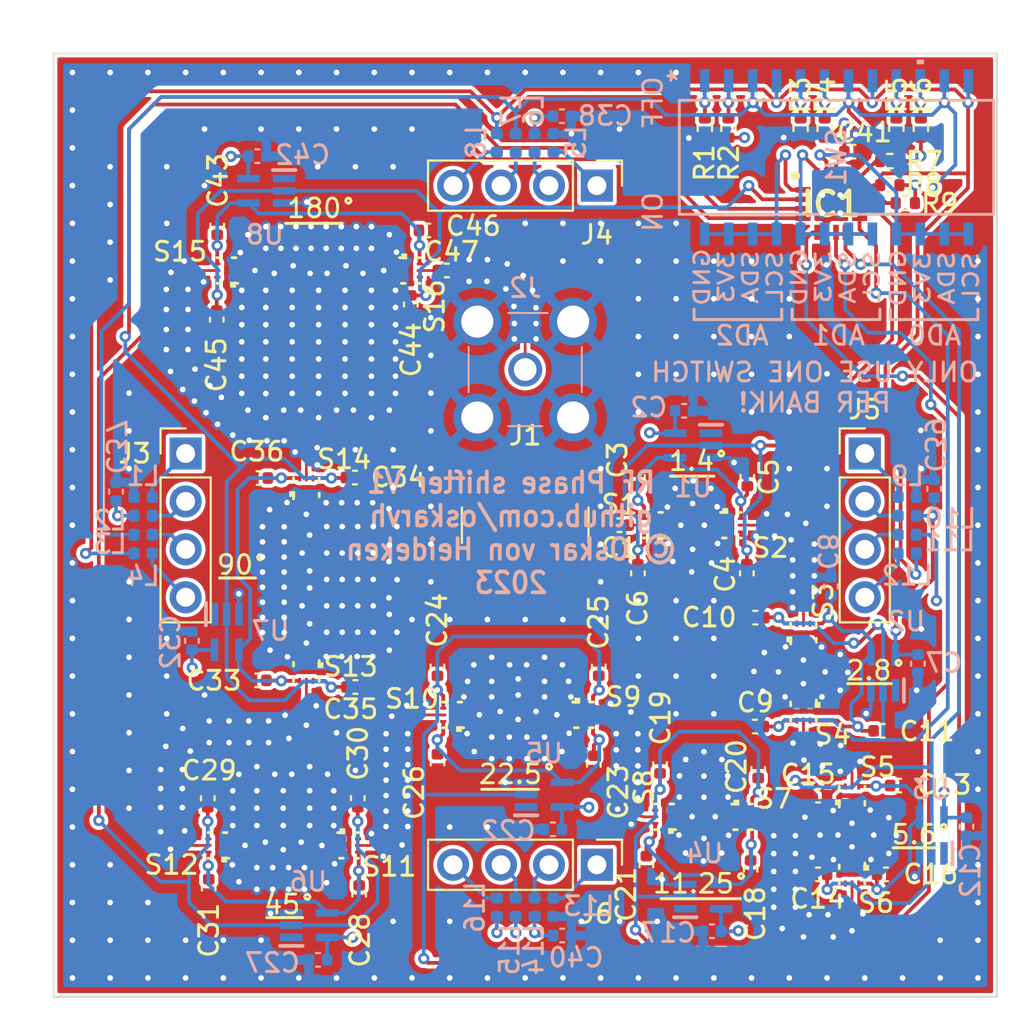
<source format=kicad_pcb>
(kicad_pcb (version 20211014) (generator pcbnew)
  (layers (0 "F.Cu" signal) (1 "In1.Cu" signal) (2 "In2.Cu" signal) (31 "B.Cu" signal) (34 "B.Paste" user) (35 "F.Paste" user) (36 "B.SilkS" user "B.Silkscreen") (37 "F.SilkS" user "F.Silkscreen") (38 "B.Mask" user) (39 "F.Mask" user) (44 "Edge.Cuts" user))
  (net 0 "")
  (net 1 "/RF domain/RF_IN")
  (net 2 "RF_SW_1_IN")
  (net 3 "+3V3")
  (net 4 "GND")
  (net 5 "SW_1_CTL")
  (net 6 "/Digital domain/AD2")
  (net 7 "SW_7_CTL")
  (net 8 "SW_6_CTL")
  (net 9 "SW_5_CTL")
  (net 10 "SW_4_CTL")
  (net 11 "SW_3_CTL")
  (net 12 "SW_2_CTL")
  (net 13 "Net-(IC1-Pad11)")
  (net 14 "I2C_SCL")
  (net 15 "I2C_SDA")
  (net 16 "/Digital domain/AD0")
  (net 17 "/Digital domain/AD1")
  (net 18 "Net-(J3-Pad1)")
  (net 19 "Net-(J3-Pad2)")
  (net 20 "Net-(J3-Pad3)")
  (net 21 "Net-(J3-Pad4)")
  (net 22 "Net-(J4-Pad1)")
  (net 23 "Net-(J4-Pad2)")
  (net 24 "Net-(J4-Pad3)")
  (net 25 "Net-(J4-Pad4)")
  (net 26 "Net-(J5-Pad1)")
  (net 27 "Net-(J5-Pad2)")
  (net 28 "Net-(J5-Pad3)")
  (net 29 "Net-(J5-Pad4)")
  (net 30 "Net-(J6-Pad1)")
  (net 31 "Net-(J6-Pad2)")
  (net 32 "Net-(J6-Pad3)")
  (net 33 "Net-(J6-Pad4)")
  (net 34 "Net-(R1-Pad2)")
  (net 35 "Net-(R2-Pad2)")
  (net 36 "Net-(R3-Pad2)")
  (net 37 "Net-(R4-Pad2)")
  (net 38 "Net-(R5-Pad2)")
  (net 39 "Net-(R6-Pad2)")
  (net 40 "RF_SW_2_IN")
  (net 42 "RF_OUT")
  (net 50 "/RF domain/VC1_n")
  (net 51 "/RF domain/RF_SW_1_REF")
  (net 52 "/RF domain/RF_SW_1_SHIFT")
  (net 53 "/RF domain/VC2_n")
  (net 54 "/RF domain/VC3_n")
  (net 55 "/RF domain/VC4_n")
  (net 56 "/RF domain/VC5_n")
  (net 57 "/RF domain/VC6_n")
  (net 58 "/RF domain/VC7_n")
  (net 59 "/RF domain/VC8_n")
  (net 60 "SW_8_CTL")
  (net 61 "/RF domain/RF_SW_2_REF")
  (net 62 "/RF domain/RF_SW_2_SHIFT")
  (net 63 "RF_SW_3_IN")
  (net 64 "/RF domain/RF_SW_3_REF")
  (net 65 "/RF domain/RF_SW_3_SHIFT")
  (net 66 "RF_SW_4_IN")
  (net 67 "/RF domain/RF_SW_4_REF")
  (net 68 "/RF domain/RF_SW_4_SHIFT")
  (net 69 "RF_SW_5_IN")
  (net 70 "/RF domain/RF_SW_5_REF")
  (net 71 "/RF domain/RF_SW_5_SHIFT")
  (net 72 "RF_SW_6_IN")
  (net 73 "/RF domain/RF_SW_6_REF")
  (net 74 "/RF domain/RF_SW_6_SHIFT")
  (net 75 "RF_SW_7_IN")
  (net 76 "/RF domain/RF_SW_7_REF")
  (net 77 "/RF domain/RF_SW_7_SHIFT")
  (net 78 "RF_SW_8_IN")
  (net 79 "/RF domain/RF_SW_8_REF")
  (net 80 "/RF domain/RF_SW_8_SHIFT")
  (net 81 "Net-(C47-Pad1)")
  (footprint "Capacitor_SMD:C_0402_1005Metric" (layer "F.Cu") (at 158.64 89.7 -90)
    (fp_text reference "C23")
    (fp_text value "33pF")
  )
  (footprint "Capacitor_SMD:C_0402_1005Metric" (layer "F.Cu") (at 146.2 96.575 -90)
    (fp_text reference "C28")
    (fp_text value "33pF")
  )
  (footprint "Capacitor_SMD:C_0402_1005Metric" (layer "F.Cu") (at 160.975 79.55 -90)
    (fp_text reference "C6")
    (fp_text value "33pF")
  )
  (footprint "SKY13351-378LF:QFN6-LF" (layer "F.Cu") (at 162.374999 92.460001 90)
    (fp_text reference "S8")
    (fp_text value "SKY13366-378LF")
  )
  (footprint "Capacitor_SMD:C_0402_1005Metric" (layer "F.Cu") (at 150.85 63.5 180)
    (fp_text reference "C47")
    (fp_text value "100pF")
  )
  (footprint "SKY13351-378LF:QFN6-LF" (layer "F.Cu") (at 143.4 75)
    (fp_text reference "S14")
    (fp_text value "SKY13366-378LF")
  )
  (footprint "Capacitor_SMD:C_0402_1005Metric" (layer "F.Cu") (at 170.525 91.34 180)
    (fp_text reference "C15")
    (fp_text value "33pF")
  )
  (footprint "Connector_PinHeader_2.54mm:PinHeader_1x04_P2.54mm_Vertical" (layer "F.Cu") (at 137 73.2)
    (fp_text reference "J3")
    (fp_text value "BG303-03-A-0300-L-G")
  )
  (footprint "Capacitor_SMD:C_0402_1005Metric" (layer "F.Cu") (at 166.775 74.45 90)
    (fp_text reference "C5")
    (fp_text value "33pF")
  )
  (footprint "SKY13351-378LF:QFN6-LF" (layer "F.Cu") (at 172.325 91.34)
    (fp_text reference "S5")
    (fp_text value "SKY13366-378LF")
  )
  (footprint "Capacitor_SMD:C_0402_1005Metric" (layer "F.Cu") (at 138.675 61.125 90)
    (fp_text reference "C43")
    (fp_text value "33pF")
  )
  (footprint "Capacitor_SMD:C_0402_1005Metric" (layer "F.Cu") (at 140.8 85.225 180)
    (fp_text reference "C33")
    (fp_text value "33pF")
  )
  (footprint "SKY13351-378LF:QFN6-LF" (layer "F.Cu") (at 145.66 93.975 -90)
    (fp_text reference "S11")
    (fp_text value "SKY13366-378LF")
  )
  (footprint "SKY13351-378LF:QFN6-LF" (layer "F.Cu") (at 138.69 93.975 90)
    (fp_text reference "S12")
    (fp_text value "SKY13366-378LF")
  )
  (footprint "SKY13351-378LF:QFN6-LF" (layer "F.Cu") (at 172.325 95.51 180)
    (fp_text reference "S6")
    (fp_text value "SKY13366-378LF")
  )
  (footprint "Capacitor_SMD:C_0402_1005Metric" (layer "F.Cu") (at 145.975 74.475)
    (fp_text reference "C34")
    (fp_text value "33pF")
  )
  (footprint "Resistor_SMD:R_0402_1005Metric" (layer "F.Cu") (at 174.325 58.975 180)
    (fp_text reference "R8")
    (fp_text value "10k")
  )
  (footprint "Resistor_SMD:R_0402_1005Metric" (layer "F.Cu") (at 164.525 55.95 90)
    (fp_text reference "R1")
    (fp_text value "10k")
  )
  (footprint "Capacitor_SMD:C_0402_1005Metric" (layer "F.Cu") (at 161.425 95.025 -90)
    (fp_text reference "C21")
    (fp_text value "33pF")
  )
  (footprint "Capacitor_SMD:C_0402_1005Metric" (layer "F.Cu") (at 167.2 81.9 180)
    (fp_text reference "C10")
    (fp_text value "33pF")
  )
  (footprint "Capacitor_SMD:C_0402_1005Metric" (layer "F.Cu") (at 146.125 91.47 90)
    (fp_text reference "C30")
    (fp_text value "33pF")
  )
  (footprint "Resistor_SMD:R_0402_1005Metric" (layer "F.Cu") (at 169.6 55.95 90)
    (fp_text reference "R3")
    (fp_text value "10k")
  )
  (footprint "Connector_PinHeader_2.54mm:PinHeader_1x04_P2.54mm_Vertical" (layer "F.Cu") (at 173 73.2)
    (fp_text reference "J5")
    (fp_text value "BG302-04-A-L-G")
  )
  (footprint "Capacitor_SMD:C_0402_1005Metric" (layer "F.Cu") (at 146 85.575)
    (fp_text reference "C35")
    (fp_text value "33pF")
  )
  (footprint "SKY13351-378LF:QFN6-LF" (layer "F.Cu") (at 151.14 87.055001 90)
    (fp_text reference "S10")
    (fp_text value "SKY13366-378LF")
  )
  (footprint "Capacitor_SMD:C_0402_1005Metric" (layer "F.Cu") (at 148.935244 65.300244 -90)
    (fp_text reference "C44")
    (fp_text value "33pF")
  )
  (footprint "Capacitor_SMD:C_0402_1005Metric" (layer "F.Cu") (at 173.95 87.9)
    (fp_text reference "C11")
    (fp_text value "33pF")
  )
  (footprint "Resistor_SMD:R_0402_1005Metric" (layer "F.Cu") (at 175.975 55.95 90)
    (fp_text reference "R6")
    (fp_text value "10k")
  )
  (footprint "Resistor_SMD:R_0402_1005Metric" (layer "F.Cu") (at 174.325 57.7 180)
    (fp_text reference "R7")
    (fp_text value "10k")
  )
  (footprint "Capacitor_SMD:C_0402_1005Metric" (layer "F.Cu") (at 160.975 74.45 90)
    (fp_text reference "C3")
    (fp_text value "33pF")
  )
  (footprint "SKY13351-378LF:QFN6-LF" (layer "F.Cu") (at 165.955 77 -90)
    (fp_text reference "S2")
    (fp_text value "SKY13366-378LF")
  )
  (footprint "SamacSys_Parts:QFN50P300X300X100-17N-D" (layer "F.Cu") (at 171.225 59.975)
    (fp_text reference "IC1")
    (fp_text value "PCA9670BS,118" hide)
  )
  (footprint "Resistor_SMD:R_0402_1005Metric" (layer "F.Cu") (at 170.875 55.95 90)
    (fp_text reference "R4")
    (fp_text value "10k")
  )
  (footprint "Connector_PinHeader_2.54mm:PinHeader_1x04_P2.54mm_Vertical" (layer "F.Cu") (at 158.8 95 -90)
    (fp_text reference "J6")
    (fp_text value "BG302-04-A-L-G")
  )
  (footprint "Capacitor_SMD:C_0402_1005Metric" (layer "F.Cu") (at 174.125 95.51)
    (fp_text reference "C16")
    (fp_text value "33pF")
  )
  (footprint "SKY13351-378LF:QFN6-LF" (layer "F.Cu") (at 169.75 86.87 180)
    (fp_text reference "S4")
    (fp_text value "SKY13366-378LF")
  )
  (footprint "Capacitor_SMD:C_0402_1005Metric" (layer "F.Cu") (at 170.525 95.51 180)
    (fp_text reference "C14")
    (fp_text value "33pF")
  )
  (footprint "Resistor_SMD:R_0402_1005Metric" (layer "F.Cu") (at 175.15 59.925 180)
    (fp_text reference "R9")
    (fp_text value "10k")
  )
  (footprint "Capacitor_SMD:C_0402_1005Metric" (layer "F.Cu") (at 174.825 90.8)
    (fp_text reference "C13")
    (fp_text value "33pF")
  )
  (footprint "Capacitor_SMD:C_0402_1005Metric" (layer "F.Cu") (at 138.65 66.1 -90)
    (fp_text reference "C45")
    (fp_text value "33pF")
  )
  (footprint "Capacitor_SMD:C_0402_1005Metric" (layer "F.Cu") (at 158.9 84.5 90)
    (fp_text reference "C25")
    (fp_text value "33pF")
  )
  (footprint "Capacitor_SMD:C_0402_1005Metric" (layer "F.Cu") (at 172.4 57.2)
    (fp_text reference "C41")
    (fp_text value "100nF")
  )
  (footprint "SKY13351-378LF:QFN6-LF" (layer "F.Cu") (at 169.75 82.7)
    (fp_text reference "S3")
    (fp_text value "SKY13366-378LF")
  )
  (footprint "Connector_PinHeader_2.54mm:PinHeader_1x04_P2.54mm_Vertical" (layer "F.Cu") (at 158.8 59 -90)
    (fp_text reference "J4")
    (fp_text value "BG303-03-A-0300-L-G")
  )
  (footprint "SKY13351-378LF:QFN6-LF" (layer "F.Cu") (at 148.935244 63.500244 -90)
    (fp_text reference "S16")
    (fp_text value "SKY13366-378LF")
  )
  (footprint "SKY13351-378LF:QFN6-LF" (layer "F.Cu") (at 161.785 77 90)
    (fp_text reference "S1")
    (fp_text value "SKY13366-378LF")
  )
  (footprint "Capacitor_SMD:C_0402_1005Metric" (layer "F.Cu") (at 167.175 87.675 180)
    (fp_text reference "C9")
    (fp_text value "33pF")
  )
  (footprint "Capacitor_SMD:C_0402_1005Metric" (layer "F.Cu") (at 166.75 79.55 -90)
    (fp_text reference "C4")
    (fp_text value "33pF")
  )
  (footprint "SKY13351-378LF:QFN6-LF" (layer "F.Cu") (at 139.165244 63.500244 90)
    (fp_text reference "S15")
    (fp_text value "SKY13366-378LF")
  )
  (footprint "SKY13351-378LF:QFN6-LF" (layer "F.Cu") (at 158.11 87.055001 -90)
    (fp_text reference "S9")
    (fp_text value "SKY13366-378LF")
  )
  (footprint "Capacitor_SMD:C_0402_1005Metric" (layer "F.Cu") (at 167.35 89.925 90)
    (fp_text reference "C20")
    (fp_text value "33pF")
  )
  (footprint "Capacitor_SMD:C_0402_1005Metric" (layer "F.Cu") (at 138.225 96.25 -90)
    (fp_text reference "C31")
    (fp_text value "33pF")
  )
  (footprint "Capacitor_SMD:C_0402_1005Metric" (layer "F.Cu") (at 149.85 61.375)
    (fp_text reference "C46")
    (fp_text value "33pF")
  )
  (footprint "SKY13351-378LF:QFN6-LF" (layer "F.Cu") (at 166.544999 92.460001 -90)
    (fp_text reference "S7")
    (fp_text value "SKY13366-378LF")
  )
  (footprint "Capacitor_SMD:C_0402_1005Metric" (layer "F.Cu") (at 166.95 95.255 -90)
    (fp_text reference "C18")
    (fp_text value "33pF")
  )
  (footprint "Resistor_SMD:R_0402_1005Metric" (layer "F.Cu") (at 174.675 55.95 90)
    (fp_text reference "R5")
    (fp_text value "10k")
  )
  (footprint "Capacitor_SMD:C_0402_1005Metric" (layer "F.Cu") (at 160 77)
    (fp_text reference "C1")
    (fp_text value "100pF")
  )
  (footprint "Connector_Coaxial:SMA_Amphenol_132134-10_Vertical" (layer "F.Cu") (at 155 77)
    (fp_text reference "J1")
    (fp_text value "Conn_Coaxial")
  )
  (footprint "SKY13351-378LF:QFN6-LF" (layer "F.Cu") (at 143.4 84.77 180)
    (fp_text reference "S13")
    (fp_text value "SKY13366-378LF")
  )
  (footprint "Capacitor_SMD:C_0402_1005Metric" (layer "F.Cu") (at 138.175 91.475 90)
    (fp_text reference "C29")
    (fp_text value "33pF")
  )
  (footprint "Capacitor_SMD:C_0402_1005Metric" (layer "F.Cu") (at 140.875 74.5 180)
    (fp_text reference "C36")
    (fp_text value "33pF")
  )
  (footprint "Capacitor_SMD:C_0402_1005Metric" (layer "F.Cu") (at 162.15 89.675 90)
    (fp_text reference "C19")
    (fp_text value "33pF")
  )
  (footprint "Capacitor_SMD:C_0402_1005Metric" (layer "F.Cu") (at 150.35 84.5 90)
    (fp_text reference "C24")
    (fp_text value "33pF")
  )
  (footprint "Capacitor_SMD:C_0402_1005Metric" (layer "F.Cu") (at 150.35 89.625 -90)
    (fp_text reference "C26")
    (fp_text value "33pF")
  )
  (footprint "Resistor_SMD:R_0402_1005Metric" (layer "F.Cu") (at 165.775 55.95 90)
    (fp_text reference "R2")
    (fp_text value "10k")
  )
  (footprint "Inductor_SMD:L_0402_1005Metric" (layer "B.Cu") (at 175.25 78.5)
    (fp_text reference "L12")
    (fp_text value "36541E3N9JTDG")
  )
  (footprint "Inductor_SMD:L_0402_1005Metric" (layer "B.Cu") (at 175.25 77.5)
    (fp_text reference "L11")
    (fp_text value "36541E3N9JTDG")
  )
  (footprint "SamacSys_Parts:SOT65P210X110-5N" (layer "B.Cu") (at 156 91.280001)
    (fp_text reference "U5")
    (fp_text value "SN74AUP1T04DCKR" hide)
  )
  (footprint "Inductor_SMD:L_0402_1005Metric" (layer "B.Cu") (at 153.5 56.735 90)
    (fp_text reference "L8")
    (fp_text value "36541E3N9JTDG")
  )
  (footprint "Capacitor_SMD:C_0402_1005Metric" (layer "B.Cu") (at 178.39 92.98 -90)
    (fp_text reference "C12")
    (fp_text value "100nF")
  )
  (footprint "Inductor_SMD:L_0402_1005Metric" (layer "B.Cu") (at 156.5 56.735 90)
    (fp_text reference "L5")
    (fp_text value "36541E3N9JTDG")
  )
  (footprint "Inductor_SMD:L_0402_1005Metric" (layer "B.Cu") (at 156.5 97.25 -90)
    (fp_text reference "L13")
    (fp_text value "36541E3N9JTDG")
  )
  (footprint "Capacitor_SMD:C_0402_1005Metric" (layer "B.Cu") (at 156.96 98.75)
    (fp_text reference "C40")
    (fp_text value "100nF")
  )
  (footprint "Capacitor_SMD:C_0402_1005Metric" (layer "B.Cu") (at 144.02 100.04 180)
    (fp_text reference "C27")
    (fp_text value "100nF")
  )
  (footprint "Inductor_SMD:L_0402_1005Metric" (layer "B.Cu") (at 155.5 97.25 -90)
    (fp_text reference "L14")
    (fp_text value "36541E3N9JTDG")
  )
  (footprint "Capacitor_SMD:C_0402_1005Metric" (layer "B.Cu") (at 156.95 55.32)
    (fp_text reference "C38")
    (fp_text value "100nF")
  )
  (footprint "SamacSys_Parts:SOT65P210X110-5N" (layer "B.Cu") (at 143.55 98.2)
    (fp_text reference "U6")
    (fp_text value "SN74AUP1T04DCKR" hide)
  )
  (footprint "Capacitor_SMD:C_0402_1005Metric" (layer "B.Cu") (at 133.31 75.22 90)
    (fp_text reference "C37")
    (fp_text value "100nF")
  )
  (footprint "SamacSys_Parts:SOT65P210X110-5N" (layer "B.Cu") (at 141.275244 59.275244 180)
    (fp_text reference "U8")
    (fp_text value "SN74AUP1T04DCKR" hide)
  )
  (footprint "Inductor_SMD:L_0402_1005Metric" (layer "B.Cu") (at 153.5 97.25 -90)
    (fp_text reference "L16")
    (fp_text value "36541E3N9JTDG")
  )
  (footprint "Capacitor_SMD:C_0402_1005Metric" (layer "B.Cu") (at 175.815 84.34 -90)
    (fp_text reference "C7")
    (fp_text value "100nF")
  )
  (footprint "Inductor_SMD:L_0402_1005Metric" (layer "B.Cu") (at 155.5 56.735 90)
    (fp_text reference "L6")
    (fp_text value "36541E3N9JTDG")
  )
  (footprint "Capacitor_SMD:C_0402_1005Metric" (layer "B.Cu") (at 171.21 80.25 90)
    (fp_text reference "C8")
    (fp_text value "33pF")
  )
  (footprint "Inductor_SMD:L_0402_1005Metric" (layer "B.Cu") (at 134.75 78.5 180)
    (fp_text reference "L4")
    (fp_text value "36541E3N9JTDG")
  )
  (footprint "SamacSys_Parts:SOT65P210X110-5N" (layer "B.Cu") (at 139.175 82.66 -90)
    (fp_text reference "U7")
    (fp_text value "SN74AUP1T04DCKR" hide)
  )
  (footprint "Inductor_SMD:L_0402_1005Metric" (layer "B.Cu") (at 175.25 75.5)
    (fp_text reference "L9")
    (fp_text value "36541E3N9JTDG")
  )
  (footprint "Capacitor_SMD:C_0402_1005Metric" (layer "B.Cu") (at 176.68 75.07 90)
    (fp_text reference "C39")
    (fp_text value "100nF")
  )
  (footprint "Inductor_SMD:L_0402_1005Metric" (layer "B.Cu") (at 134.75 75.5 180)
    (fp_text reference "L1")
    (fp_text value "36541E3N9JTDG")
  )
  (footprint "Capacitor_SMD:C_0402_1005Metric" (layer "B.Cu") (at 137.335 83.13 90)
    (fp_text reference "C32")
    (fp_text value "100nF")
  )
  (footprint "Capacitor_SMD:C_0402_1005Metric" (layer "B.Cu") (at 140.805244 57.435244)
    (fp_text reference "C42")
    (fp_text value "100nF")
  )
  (footprint "Capacitor_SMD:C_0402_1005Metric" (layer "B.Cu") (at 164.904999 98.525001 180)
    (fp_text reference "C17")
    (fp_text value "100nF")
  )
  (footprint "SamacSys_Parts:SOT65P210X110-5N" (layer "B.Cu") (at 173.975 84.81 90)
    (fp_text reference "U2")
    (fp_text value "SN74AUP1T04DCKR" hide)
  )
  (footprint "SamacSys_Parts:SOT65P210X110-5N" (layer "B.Cu") (at 163.895 72.775 180)
    (fp_text reference "U1")
    (fp_text value "SN74AUP1T04DCKR" hide)
  )
  (footprint "Capacitor_SMD:C_0402_1005Metric" (layer "B.Cu") (at 163.425 70.935)
    (fp_text reference "C2")
    (fp_text value "100nF")
  )
  (footprint "Inductor_SMD:L_0402_1005Metric" (layer "B.Cu") (at 134.75 77.5 180)
    (fp_text reference "L3")
    (fp_text value "36541E3N9JTDG")
  )
  (footprint "SamacSys_Parts:SOT65P210X110-5N" (layer "B.Cu") (at 164.434999 96.685001)
    (fp_text reference "U4")
    (fp_text value "SN74AUP1T04DCKR" hide)
  )
  (footprint "Inductor_SMD:L_0402_1005Metric" (layer "B.Cu") (at 154.5 56.735 90)
    (fp_text reference "L7")
    (fp_text value "36541E3N9JTDG")
  )
  (footprint "Inductor_SMD:L_0402_1005Metric" (layer "B.Cu") (at 175.25 76.5)
    (fp_text reference "L10")
    (fp_text value "36541E3N9JTDG")
  )
  (footprint "218-12LPST_footprint:218-12LP_CTS" (layer "B.Cu") (at 171.5 57.5 -90)
    (fp_text reference "SW1")
    (fp_text value "SW_DIP_x12")
  )
  (footprint "SamacSys_Parts:SOT65P210X110-5N" (layer "B.Cu") (at 176.55 93.45 90)
    (fp_text reference "U3")
    (fp_text value "SN74AUP1T04DCKR" hide)
  )
  (footprint "Capacitor_SMD:C_0402_1005Metric" (layer "B.Cu") (at 156.47 93.120001 180)
    (fp_text reference "C22")
    (fp_text value "100nF")
  )
  (footprint "Inductor_SMD:L_0402_1005Metric" (layer "B.Cu") (at 134.75 76.5 180)
    (fp_text reference "L2")
    (fp_text value "36541E3N9JTDG")
  )
  (footprint "SamacSys_Parts:919382J51P" (layer "B.Cu") (at 155 68.75 180)
    (fp_text reference "J2")
    (fp_text value "Conn_Coaxial" hide)
  )
  (footprint "Inductor_SMD:L_0402_1005Metric" (layer "B.Cu") (at 154.5 97.25 -90)
    (fp_text reference "L15")
    (fp_text value "36541E3N9JTDG")
  )
  (gr_line (start 174.35 65.55) (end 174.35 66.1) (layer "B.SilkS") (width 0.16))
  (gr_line (start 179 66.1) (end 179 65.55) (layer "B.SilkS") (width 0.16))
  (gr_line (start 163.95 65.55) (end 163.95 66.1) (layer "B.SilkS") (width 0.16))
  (gr_line (start 174.35 66.1) (end 179 66.1) (layer "B.SilkS") (width 0.16))
  (gr_line (start 173.8 66.1) (end 173.8 65.55) (layer "B.SilkS") (width 0.16))
  (gr_line (start 163.95 66.1) (end 168.6 66.1) (layer "B.SilkS") (width 0.16))
  (gr_line (start 168.6 66.1) (end 168.6 65.55) (layer "B.SilkS") (width 0.16))
  (gr_line (start 169.15 66.1) (end 173.8 66.1) (layer "B.SilkS") (width 0.16))
  (gr_line (start 169.15 65.55) (end 169.15 66.1) (layer "B.SilkS") (width 0.16))
  (gr_line (start 138.8 79.8) (end 140.7 79.8) (layer "F.SilkS") (width 0.16))
  (gr_line (start 141.3 97.8) (end 143.2 97.8) (layer "F.SilkS") (width 0.16))
  (gr_line (start 162.2 96.8) (end 166.4 96.8) (layer "F.SilkS") (width 0.16))
  (gr_line (start 162.7 74.4) (end 165 74.4) (layer "F.SilkS") (width 0.16))
  (gr_line (start 142.3 61) (end 145.3 61) (layer "F.SilkS") (width 0.16))
  (gr_line (start 172.1 85.4) (end 174.4 85.4) (layer "F.SilkS") (width 0.16))
  (gr_line (start 174.5 94.1) (end 176.8 94.1) (layer "F.SilkS") (width 0.16))
  (gr_line (start 152.7 91) (end 155.7 91) (layer "F.SilkS") (width 0.16))
  (gr_line locked (start 180 102) (end 130 102) (layer "Edge.Cuts") (width 0.1))
  (gr_line locked (start 180 52) (end 180 102) (layer "Edge.Cuts") (width 0.1))
  (gr_line locked (start 130 102) (end 130 52) (layer "Edge.Cuts") (width 0.1))
  (gr_line locked (start 130 52) (end 180 52) (layer "Edge.Cuts") (width 0.1))
  (gr_text "GND\n3V3\nSDA\nSCL" (at 166.3 63.85 90) (layer "B.SilkS") (effects (font (size 0.8 1)) (justify mirror)))
  (gr_text "AD1" (at 171.6 66.95) (layer "B.SilkS") (effects (font (size 1 1) (thickness 0.16)) (justify mirror)))
  (gr_text "RF Phase shifter V1\ngithub.com/oskarvh\n© Oskar von Heideken\n2023" (at 154.25 77.4) (layer "B.SilkS") (effects (font (size 1.1 1) (thickness 0.2)) (justify mirror)))
  (gr_text "AD0" (at 176.7 66.95) (layer "B.SilkS") (effects (font (size 1 1) (thickness 0.16)) (justify mirror)))
  (gr_text "GND\n3V3\nSDA\nSCL" (at 176.7 63.9 90) (layer "B.SilkS") (effects (font (size 0.8 1)) (justify mirror)))
  (gr_text "GND\n3V3\nSDA\nSCL" (at 171.45 63.85 90) (layer "B.SilkS") (effects (font (size 0.8 1)) (justify mirror)))
  (gr_text "ONLY USE ONE SWITCH\nPER BANK!" (at 170.35 69.7) (layer "B.SilkS") (effects (font (size 1 1) (thickness 0.16)) (justify mirror)))
  (gr_text "AD2" (at 166.5 66.95) (layer "B.SilkS") (effects (font (size 1 1) (thickness 0.16)) (justify mirror)))
  (gr_text "22.5°" (at 154.6 90.2) (layer "F.SilkS") (effects (font (size 1 1))))
  (gr_text "45°" (at 142.5 97.1) (layer "F.SilkS") (effects (font (size 1 1))))
  (gr_text "90°" (at 140 79.1) (layer "F.SilkS") (effects (font (size 1 1))))
  (gr_text "2.8°" (at 173.6 84.7) (layer "F.SilkS") (effects (font (size 1 1))))
  (gr_text "11.25°" (at 164.3 96) (layer "F.SilkS") (effects (font (size 1 1))))
  (gr_text "180°" (at 144.2 60.2) (layer "F.SilkS") (effects (font (size 1 1))))
  (gr_text "1.4°" (at 164.2 73.6) (layer "F.SilkS") (effects (font (size 1 1))))
  (gr_text "5.6°" (at 176 93.4) (layer "F.SilkS") (effects (font (size 1 1))))
  (segment (start 159.52 77) (end 155 77) (width 0.1483) (layer "F.Cu") (net 1))
  (segment (start 161.3 77) (end 160.48 77) (width 0.1483) (layer "F.Cu") (net 2))
  (segment (start 171.914078 55.689865) (end 171.910821 55.686608) (width 0.2) (layer "F.Cu") (net 3))
  (segment (start 174.65 81.825) (end 176.6 79.875) (width 0.2) (layer "F.Cu") (net 3))
  (segment (start 171.92 57.43) (end 171.92 57.2) (width 0.2) (layer "F.Cu") (net 3))
  (segment (start 166.615 56.46) (end 166.625 56.45) (width 0.2) (layer "F.Cu") (net 3))
  (segment (start 170.875 56.46) (end 170.875 56.4) (width 0.2) (layer "F.Cu") (net 3))
  (segment (start 175.7 57.7) (end 175.975 57.425) (width 0.2) (layer "F.Cu") (net 3))
  (segment (start 170.94 56.525) (end 170.875 56.46) (width 0.2) (layer "F.Cu") (net 3))
  (segment (start 171.914078 57.194078) (end 171.914078 55.689865) (width 0.2) (layer "F.Cu") (net 3))
  (segment (start 174.835 58.975) (end 175.675 58.975) (width 0.2) (layer "F.Cu") (net 3))
  (segment (start 171.137429 56.46) (end 171.910821 55.686608) (width 0.2) (layer "F.Cu") (net 3))
  (segment (start 171.92 57.2) (end 171.914078 57.194078) (width 0.2) (layer "F.Cu") (net 3))
  (segment (start 176.6 79.875) (end 176.6 76.5) (width 0.2) (layer "F.Cu") (net 3))
  (segment (start 175.675 59.91) (end 175.66 59.925) (width 0.2) (layer "F.Cu") (net 3))
  (segment (start 165.775 56.46) (end 166.615 56.46) (width 0.2) (layer "F.Cu") (net 3))
  (segment (start 175.975 56.46) (end 175.975 57.425) (width 0.2) (layer "F.Cu") (net 3))
  (segment (start 171.475 57.875) (end 171.475 58.475) (width 0.2) (layer "F.Cu") (net 3))
  (segment (start 171.475 57.875) (end 171.92 57.43) (width 0.2) (layer "F.Cu") (net 3))
  (segment (start 175.675 58.975) (end 175.675 59.91) (width 0.2) (layer "F.Cu") (net 3))
  (segment (start 174.835 57.7) (end 175.7 57.7) (width 0.2) (layer "F.Cu") (net 3))
  (segment (start 170.875 56.46) (end 171.137429 56.46) (width 0.2) (layer "F.Cu") (net 3))
  (segment (start 174.65 82.6) (end 174.65 81.825) (width 0.2) (layer "F.Cu") (net 3))
  (via (at 174.65 82.6) (size 0.6) (drill 0.3) (layers "F.Cu" "B.Cu") (net 3))
  (via (at 139.4 57.45) (size 0.6) (drill 0.3) (layers "F.Cu" "B.Cu") (net 3))
  (via (at 166.3 98.5) (size 0.6) (drill 0.3) (layers "F.Cu" "B.Cu") (net 3))
  (via (at 133.4 76.5) (size 0.6) (drill 0.3) (layers "F.Cu" "B.Cu") (net 3))
  (via (at 155.5 55.4) (size 0.6) (drill 0.3) (layers "F.Cu" "B.Cu") (net 3))
  (via (at 161.6 72.1) (size 0.6) (drill 0.3) (layers "F.Cu" "B.Cu") (net 3))
  (via (at 155.5 98.6) (size 0.6) (drill 0.3) (layers "F.Cu" "B.Cu") (net 3))
  (via (at 166.625 56.45) (size 0.6) (drill 0.3) (layers "F.Cu" "B.Cu") (net 3))
  (via (at 175.675 58.975) (size 0.6) (drill 0.3) (layers "F.Cu" "B.Cu") (net 3))
  (via (at 176.6 76.5) (size 0.6) (drill 0.3) (layers "F.Cu" "B.Cu") (net 3))
  (via (at 158.375 91.95) (size 0.6) (drill 0.3) (layers "F.Cu" "B.Cu") (net 3))
  (via (at 177.2 91.15) (size 0.6) (drill 0.3) (layers "F.Cu" "B.Cu") (net 3))
  (via (at 171.910821 55.686608) (size 0.6) (drill 0.3) (layers "F.Cu" "B.Cu") (net 3))
  (via (at 145.85 98.85) (size 0.6) (drill 0.3) (layers "F.Cu" "B.Cu") (net 3))
  (via (at 137.35 84.55) (size 0.6) (drill 0.3) (layers "F.Cu" "B.Cu") (net 3))
  (via (at 175.975 57.425) (size 0.6) (drill 0.3) (layers "F.Cu" "B.Cu") (net 3))
  (segment (start 178.39 92.5) (end 177.2 92.5) (width 0.2) (layer "B.Cu") (net 3))
  (segment (start 133.4 76.5) (end 134.265 76.5) (width 0.2) (layer "B.Cu") (net 3))
  (segment (start 144.5 98.85) (end 145.85 98.85) (width 0.2) (layer "B.Cu") (net 3))
  (segment (start 166.274999 98.525001) (end 166.3 98.5) (width 0.2) (layer "B.Cu") (net 3))
  (segment (start 140.325244 57.435244) (end 140.325244 58.625244) (width 0.2) (layer "B.Cu") (net 3))
  (segment (start 140.325244 57.435244) (end 139.414756 57.435244) (width 0.2) (layer "B.Cu") (net 3))
  (segment (start 137.335 83.61) (end 137.335 84.535) (width 0.2) (layer "B.Cu") (net 3))
  (segment (start 137.335 84.535) (end 137.35 84.55) (width 0.2) (layer "B.Cu") (net 3))
  (segment (start 174.625 83.86) (end 174.625 82.625) (width 0.2) (layer "B.Cu") (net 3))
  (segment (start 156.48 98.75) (end 155.65 98.75) (width 0.2) (layer "B.Cu") (net 3))
  (segment (start 175.735 76.5) (end 176.6 76.5) (width 0.2) (layer "B.Cu") (net 3))
  (segment (start 133.31 76.41) (end 133.4 76.5) (width 0.2) (layer "B.Cu") (net 3))
  (segment (start 175.815 83.86) (end 174.625 83.86) (width 0.2) (layer "B.Cu") (net 3))
  (segment (start 155.58 55.32) (end 155.5 55.4) (width 0.2) (layer "B.Cu") (net 3))
  (segment (start 138.525 83.61) (end 137.335 83.61) (width 0.2) (layer "B.Cu") (net 3))
  (segment (start 177.2 92.5) (end 177.2 91.15) (width 0.2) (layer "B.Cu") (net 3))
  (segment (start 155.5 56.25) (end 155.5 55.4) (width 0.2) (layer "B.Cu") (net 3))
  (segment (start 156.47 55.32) (end 155.58 55.32) (width 0.2) (layer "B.Cu") (net 3))
  (segment (start 174.625 82.625) (end 174.65 82.6) (width 0.2) (layer "B.Cu") (net 3))
  (segment (start 161.625 72.125) (end 161.6 72.1) (width 0.2) (layer "B.Cu") (net 3))
  (segment (start 155.65 98.75) (end 155.5 98.6) (width 0.2) (layer "B.Cu") (net 3))
  (segment (start 162.945 72.125) (end 162.945 70.935) (width 0.2) (layer "B.Cu") (net 3))
  (segment (start 176.68 76.42) (end 176.6 76.5) (width 0.2) (layer "B.Cu") (net 3))
  (segment (start 165.384999 98.525001) (end 165.384999 97.335001) (width 0.2) (layer "B.Cu") (net 3))
  (segment (start 165.384999 98.525001) (end 166.274999 98.525001) (width 0.2) (layer "B.Cu") (net 3))
  (segment (start 139.414756 57.435244) (end 139.4 57.45) (width 0.2) (layer "B.Cu") (net 3))
  (segment (start 155.5 97.735) (end 155.5 98.6) (width 0.2) (layer "B.Cu") (net 3))
  (segment (start 176.68 75.55) (end 176.68 76.42) (width 0.2) (layer "B.Cu") (net 3))
  (segment (start 158.355001 91.930001) (end 158.375 91.95) (width 0.2) (layer "B.Cu") (net 3))
  (segment (start 162.945 72.125) (end 161.625 72.125) (width 0.2) (layer "B.Cu") (net 3))
  (segment (start 156.95 91.930001) (end 156.95 93.120001) (width 0.2) (layer "B.Cu") (net 3))
  (segment (start 144.5 98.85) (end 144.5 100.04) (width 0.2) (layer "B.Cu") (net 3))
  (segment (start 156.95 91.930001) (end 158.355001 91.930001) (width 0.2) (layer "B.Cu") (net 3))
  (segment (start 133.31 75.7) (end 133.31 76.41) (width 0.2) (layer "B.Cu") (net 3))
  (segment (start 170.975 61.475) (end 170.975 63.2) (width 0.2) (layer "F.Cu") (net 4))
  (segment (start 172.88 57.2) (end 172.88 56.652822) (width 0.2) (layer "F.Cu") (net 4))
  (segment (start 172.88 56.652822) (end 172.513589 56.286411) (width 0.2) (layer "F.Cu") (net 4))
  (via (at 146.093733 75.81) (size 0.6) (drill 0.3) (layers "F.Cu" "B.Cu") (net 4))
  (via (at 146.85 68.191777) (size 0.6) (drill 0.3) (layers "F.Cu" "B.Cu") (net 4))
  (via (at 167.8 76.4) (size 0.6) (drill 0.3) (layers "F.Cu" "B.Cu") (net 4))
  (via (at 179 83) (size 0.6) (drill 0.3) (layers "F.Cu" "B.Cu") (net 4))
  (via (at 165.78 93.44) (size 0.6) (drill 0.3) (layers "F.Cu" "B.Cu") (net 4))
  (via (at 137 101) (size 0.6) (drill 0.3) (layers "F.Cu" "B.Cu") (net 4))
  (via (at 152.971787 64.074551) (size 0.6) (drill 0.3) (layers "F.Cu" "B.Cu") (net 4))
  (via (at 170.75 59.5) (size 0.6) (drill 0.3) (layers "F.Cu" "B.Cu") (net 4))
  (via (at 140.775 91.999) (size 0.6) (drill 0.3) (layers "F.Cu" "B.Cu") (net 4))
  (via (at 147.8 61.6) (size 0.6) (drill 0.3) (layers "F.Cu" "B.Cu") (net 4))
  (via (at 148.125244 66.37101) (size 0.6) (drill 0.3) (layers "F.Cu" "B.Cu") (net 4))
  (via (at 140.375 72.5) (size 0.6) (drill 0.3) (layers "F.Cu" "B.Cu") (net 4))
  (via (at 143.575 79.425) (size 0.6) (drill 0.3) (layers "F.Cu" "B.Cu") (net 4))
  (via (at 179 85) (size 0.6) (drill 0.3) (layers "F.Cu" "B.Cu") (net 4))
  (via (at 150 74) (size 0.6) (drill 0.3) (layers "F.Cu" "B.Cu") (net 4))
  (via (at 139.825 95.9) (size 0.6) (drill 0.3) (layers "F.Cu" "B.Cu") (net 4))
  (via (at 154.425 66.312683) (size 0.6) (drill 0.3) (layers "F.Cu" "B.Cu") (net 4))
  (via (at 145.45 65.460383) (size 0.6) (drill 0.3) (layers "F.Cu" "B.Cu") (net 4))
  (via (at 155 101) (size 0.6) (drill 0.3) (layers "F.Cu" "B.Cu") (net 4))
  (via (at 144.05 68.191777) (size 0.6) (drill 0.3) (layers "F.Cu" "B.Cu") (net 4))
  (via (at 169.175 79.686) (size 0.6) (drill 0.3) (layers "F.Cu" "B.Cu") (net 4))
  (via (at 179 91) (size 0.6) (drill 0.3) (layers "F.Cu" "B.Cu") (net 4))
  (via (at 179 99) (size 0.6) (drill 0.3) (layers "F.Cu" "B.Cu") (net 4))
  (via (at 160.975 88.055001) (size 0.6) (drill 0.3) (layers "F.Cu" "B.Cu") (net 4))
  (via (at 147.8 81.725) (size 0.6) (drill 0.3) (layers "F.Cu" "B.Cu") (net 4))
  (via (at 135 53) (size 0.6) (drill 0.3) (layers "F.Cu" "B.Cu") (net 4))
  (via (at 164.475 89.01) (size 0.6) (drill 0.3) (layers "F.Cu" "B.Cu") (net 4))
  (via (at 131 85) (size 0.6) (drill 0.3) (layers "F.Cu" "B.Cu") (net 4))
  (via (at 153 101) (size 0.6) (drill 0.3) (layers "F.Cu" "B.Cu") (net 4))
  (via (at 157 63) (size 0.6) (drill 0.3) (layers "F.Cu" "B.Cu") (net 4))
  (via (at 162.259999 95.785001) (size 0.6) (drill 0.3) (layers "F.Cu" "B.Cu") (net 4))
  (via (at 141.25 68.191777) (size 0.6) (drill 0.3) (layers "F.Cu" "B.Cu") (net 4))
  (via (at 169.325 96.3025) (size 0.6) (drill 0.3) (layers "F.Cu" "B.Cu") (net 4))
  (via (at 170.73 86.1) (size 0.6) (drill 0.3) (layers "F.Cu" "B.Cu") (net 4))
  (via (at 162.56 77.98) (size 0.6) (drill 0.3) (layers "F.Cu" "B.Cu") (net 4))
  (via (at 157.3 85.275) (size 0.6) (drill 0.3) (layers "F.Cu" "B.Cu") (net 4))
  (via (at 144.85 92.001) (size 0.6) (drill 0.3) (layers "F.Cu" "B.Cu") (net 4))
  (via (at 170.997664 68.975879) (size 0.6) (drill 0.3) (layers "F.Cu" "B.Cu") (net 4))
  (via (at 143.3 96.3) (size 0.6) (drill 0.3) (layers "F.Cu" "B.Cu") (net 4))
  (via (at 161 69) (size 0.6) (drill 0.3) (layers "F.Cu" "B.Cu") (net 4))
  (via (at 171.05 97.65) (size 0.6) (drill 0.3) (layers "F.Cu" "B.Cu") (net 4))
  (via (at 161 53) (size 0.6) (drill 0.3) (layers "F.Cu" "B.Cu") (net 4))
  (via (at 146.050244 62.325244) (size 0.6) (drill 0.3) (layers "F.Cu" "B.Cu") (net 4))
  (via (at 141.25 69.10216) (size 0.6) (drill 0.3) (layers "F.Cu" "B.Cu") (net 4))
  (via (at 134 92) (size 0.6) (drill 0.3) (layers "F.Cu" "B.Cu") (net 4))
  (via (at 166.07 73.675) (size 0.6) (drill 0.3) (layers "F.Cu" "B.Cu") (net 4))
  (via (at 179 101) (size 0.6) (drill 0.3) (layers "F.Cu" "B.Cu") (net 4))
  (via (at 147.625 90.515) (size 0.6) (drill 0.3) (layers "F.Cu" "B.Cu") (net 4))
  (via (at 145.5 63.25) (size 0.6) (drill 0.3) (layers "F.Cu" "B.Cu") (net 4))
  (via (at 140.15 93.975) (size 0.6) (drill 0.3) (layers "F.Cu" "B.Cu") (net 4))
  (via (at 141.25 64.550244) (size 0.6) (drill 0.3) (layers "F.Cu" "B.Cu") (net 4))
  (via (at 131 63) (size 0.6) (drill 0.3) (layers "F.Cu" "B.Cu") (net 4))
  (via (at 154.625 85.15) (size 0.6) (drill 0.3) (layers "F.Cu" "B.Cu") (net 4))
  (via (at 141.075 80.285) (size 0.6) (drill 0.3) (layers "F.Cu" "B.Cu") (net 4))
  (via (at 168.175 95.355) (size 0.6) (drill 0.3) (layers "F.Cu" "B.Cu") (net 4))
  (via (at 163.5 94.375) (size 0.6) (drill 0.3) (layers "F.Cu" "B.Cu") (net 4))
  (via (at 146.121867 77.075) (size 0.6) (drill 0.3) (layers "F.Cu" "B.Cu") (net 4))
  (via (at 155.091666 89.380001) (size 0.6) (drill 0.3) (layers "F.Cu" "B.Cu") (net 4))
  (via (at 169.75 84.15) (size 0.6) (drill 0.3) (layers "F.Cu" "B.Cu") (net 4))
  (via (at 167.125 84.75) (size 0.6) (drill 0.3) (layers "F.Cu" "B.Cu") (net 4))
  (via (at 131 81) (size 0.6) (drill 0.3) (layers "F.Cu" "B.Cu") (net 4))
  (via (at 133 53) (size 0.6) (drill 0.3) (layers "F.Cu" "B.Cu") (net 4))
  (via (at 139.825 90.2) (size 0.6) (drill 0.3) (layers "F.Cu" "B.Cu") (net 4))
  (via (at 168.987994 70.985549) (size 0.6) (drill 0.3) (layers "F.Cu" "B.Cu") (net 4))
  (via (at 141.075 78.685) (size 0.6) (drill 0.3) (layers "F.Cu" "B.Cu") (net 4))
  (via (at 140.775 95.15) (size 0.6) (drill 0.3) (layers "F.Cu" "B.Cu") (net 4))
  (via (at 131 89) (size 0.6) (drill 0.3) (layers "F.Cu" "B.Cu") (net 4))
  (via (at 163 63) (size 0.6) (drill 0.3) (layers "F.Cu" "B.Cu") (net 4))
  (via (at 143 53) (size 0.6) (drill 0.3) (layers "F.Cu" "B.Cu") (net 4))
  (via (at 169.175 80.529) (size 0.6) (drill 0.3) (layers "F.Cu" "B.Cu") (net 4))
  (via (at 147.625 89.695) (size 0.6) (drill 0.3) (layers "F.Cu" "B.Cu") (net 4))
  (via (at 156.675 87.05) (size 0.6) (drill 0.3) (layers "F.Cu" "B.Cu") (net 4))
  (via (at 168.7 56.45) (size 0.6) (drill 0.3) (layers "F.Cu" "B.Cu") (net 4))
  (via (at 170.75 60.45) (size 0.6) (drill 0.3) (layers "F.Cu" "B.Cu") (net 4))
  (via (at 142.65 65.460383) (size 0.6) (drill 0.3) (layers "F.Cu" "B.Cu") (net 4))
  (via (at 154.05 63.15) (size 0.6) (drill 0.3) (layers "F.Cu" "B.Cu") (net 4))
  (via (at 146.850244 61.175244) (size 0.6) (drill 0.3) (layers "F.Cu" "B.Cu") (net 4))
  (via (at 160.975 88.906251) (size 0.6) (drill 0.3) (layers "F.Cu" "B.Cu") (net 4))
  (via (at 162 98) (size 0.6) (drill 0.3) (layers "F.Cu" "B.Cu") (net 4))
  (via (at 140.3 61.6) (size 0.6) (drill 0.3) (layers "F.Cu" "B.Cu") (net 4))
  (via (at 172.325 94.05) (size 0.6) (drill 0.3) (layers "F.Cu" "B.Cu") (net 4))
  (via (at 145.271866 83.96) (size 0.6) (drill 0.3) (layers "F.Cu" "B.Cu") (net 4))
  (via (at 131 69) (size 0.6) (drill 0.3) (layers "F.Cu" "B.Cu") (net 4))
  (via (at 140.775 91.075) (size 0.6) (drill 0.3) (layers "F.Cu" "B.Cu") (net 4))
  (via (at 165.2 77.975) (size 0.6) (drill 0.3) (layers "F.Cu" "B.Cu") (net 4))
  (via (at 146.943734 81.275) (size 0.6) (drill 0.3) (layers "F.Cu" "B.Cu") (net 4))
  (via (at 165 63) (size 0.6) (drill 0.3) (layers "F.Cu" "B.Cu") (net 4))
  (via (at 141.075 77.885) (size 0.6) (drill 0.3) (layers "F.Cu" "B.Cu") (net 4))
  (via (at 143.975 72.889616) (size 0.6) (drill 0.3) (layers "F.Cu" "B.Cu") (net 4))
  (via (at 145.3 79.875) (size 0.6) (drill 0.3) (layers "F.Cu" "B.Cu") (net 4))
  (via (at 167 71) (size 0.6) (drill 0.3) (layers "F.Cu" "B.Cu") (net 4))
  (via (at 150 76) (size 0.6) (drill 0.3) (layers "F.Cu" "B.Cu") (net 4))
  (via (at 145.45 68.191533) (size 0.6) (drill 0.3) (layers "F.Cu" "B.Cu") (net 4))
  (via (at 172.513589 56.286411) (size 0.6) (drill 0.3) (layers "F.Cu" "B.Cu") (net 4))
  (via (at 139.975244 69.10216) (size 0.6) (drill 0.3) (layers "F.Cu" "B.Cu") (net 4))
  (via (at 136 61) (size 0.6) (drill 0.3) (layers "F.Cu" "B.Cu") (net 4))
  (via (at 168.625 98.375) (size 0.6) (drill 0.3) (layers "F.Cu" "B.Cu") (net 4))
  (via (at 153.225 88.230001) (size 0.6) (drill 0.3) (layers "F.Cu" "B.Cu") (net 4))
  (via (at 165 87) (size 0.6) (drill 0.3) (layers "F.Cu" "B.Cu") (net 4))
  (via (at 141.4 87.375) (size 0.6) (drill 0.3) (layers "F.Cu" "B.Cu") (net 4))
  (via (at 139.825 80.635) (size 0.6) (drill 0.3) (layers "F.Cu" "B.Cu") (net 4))
  (via (at 163.51 89.42) (size 0.6) (drill 0.3) (layers "F.Cu" "B.Cu") (net 4))
  (via (at 147.625 88.875) (size 0.6) (drill 0.3) (layers "F.Cu" "B.Cu") (net 4))
  (via (at 170.325 80.529) (size 0.6) (drill 0.3) (layers "F.Cu" "B.Cu") (net 4))
  (via (at 171.725 88.675) (size 0.6) (drill 0.3) (layers "F.Cu" "B.Cu") (net 4))
  (via (at 163.25 77) (size 0.6) (drill 0.3) (layers "F.Cu" "B.Cu") (net 4))
  (via (at 146.85 64.550244) (size 0.6) (drill 0.3) (layers "F.Cu" "B.Cu") (net 4))
  (via (at 164.475 93.6) (size 0.6) (drill 0.3) (layers "F.Cu" "B.Cu") (net 4))
  (via (at 142.050244 62.325244) (size 0.6) (drill 0.3) (layers "F.Cu" "B.Cu") (net 4))
  (via (at 163.825 79.475) (size 0.6) (drill 0.3) (layers "F.Cu" "B.Cu") (net 4))
  (via (at 153.675 86.875) (size 0.6) (drill 0.3) (layers "F.Cu" "B.Cu") (net 4))
  (via (at 147.8 83.625) (size 0.6) (drill 0.3) (layers "F.Cu" "B.Cu") (net 4))
  (via (at 141.25 66.37101) (size 0.6) (drill 0.3) (layers "F.Cu" "B.Cu") (net 4))
  (via (at 144.85 91.077) (size 0.6) (drill 0.3) (layers "F.Cu" "B.Cu") (net 4))
  (via (at 141.25 70.025) (size 0.6) (drill 0.3) (layers "F.Cu" "B.Cu") (net 4))
  (via (at 137.465782 70.418954) (size 0.6) (drill 0.3) (layers "F.Cu" "B.Cu") (net 4))
  (via (at 165 65) (size 0.6) (drill 0.3) (layers "F.Cu" "B.Cu") (net 4))
  (via (at 163.18 90.29) (size 0.6) (drill 0.3) (layers "F.Cu" "B.Cu") (net 4))
  (via (at 170.325 79.686) (size 0.6) (drill 0.3) (layers "F.Cu" "B.Cu") (net 4))
  (via (at 143.1 70.9) (size 0.6) (drill 0.3) (layers "F.Cu" "B.Cu") (net 4))
  (via (at 143.575 91.999) (size 0.6) (drill 0.3) (layers "F.Cu" "B.Cu") (net 4))
  (via (at 142.65 70.0123) (size 0.6) (drill 0.3) (layers "F.Cu" "B.Cu") (net 4))
  (via (at 145.45 67.28115) (size 0.6) (drill 0.3) (layers "F.Cu" "B.Cu") (net 4))
  (via (at 136 83) (size 0.6) (drill 0.3) (layers "F.Cu" "B.Cu") (net 4))
  (via (at 179 71) (size 0.6) (drill 0.3) (layers "F.Cu" "B.Cu") (net 4))
  (via (at 165.75 91.41) (size 0.6) (drill 0.3) (layers "F.Cu" "B.Cu") (net 4))
  (via (at 154.158333 88.230001) (size 0.6) (drill 0.3) (layers "F.Cu" "B.Cu") (net 4))
  (via (at 141 99) (size 0.6) (drill 0.3) (layers "F.Cu" "B.Cu") (net 4))
  (via (at 169.75 85.4) (size 0.6) (drill 0.3) (layers "F.Cu" "B.Cu") (net 4))
  (via (at 151 101) (size 0.6) (drill 0.3) (layers "F.Cu" "B.Cu") (net 4))
  (via (at 138.25 87.375) (size 0.6) (drill 0.3) (layers "F.Cu" "B.Cu") (net 4))
  (via (at 140.775 96.3) (size 0.6) (drill 0.3) (layers "F.Cu" "B.Cu") (net 4))
  (via (at 163.875 78.275) (size 0.6) (drill 0.3) (layers "F.Cu" "B.Cu") (net 4))
  (via (at 144.85 92.925) (size 0.6) (drill 0.3) (layers "F.Cu" "B.Cu") (net 4))
  (via (at 135 101) (size 0.6) (drill 0.3) (layers "F.Cu" "B.Cu") (net 4))
  (via (at 161 85) (size 0.6) (drill 0.3) (layers "F.Cu" "B.Cu") (net 4))
  (via (at 142.458333 96.3) (size 0.6) (drill 0.3) (layers "F.Cu" "B.Cu") (net 4))
  (via (at 136.85 87.775) (size 0.6) (drill 0.3) (layers "F.Cu" "B.Cu") (net 4))
  (via (at 163 67) (size 0.6) (drill 0.3) (layers "F.Cu" "B.Cu") (net 4))
  (via (at 179 73) (size 0.6) (drill 0.3) (layers "F.Cu" "B.Cu") (net 4))
  (via (at 160.6 86.9) (size 0.6) (drill 0.3) (layers "F.Cu" "B.Cu") (net 4))
  (via (at 155.075 84.4) (size 0.6) (drill 0.3) (layers "F.Cu" "B.Cu") (net 4))
  (via (at 156.95 89) (size 0.6) (drill 0.3) (layers "F.Cu" "B.Cu") (net 4))
  (via (at 142.275 87.075) (size 0.6) (drill 0.3) (layers "F.Cu" "B.Cu") (net 4))
  (via (at 135.975 65.563496) (size 0.6) (drill 0.3) (layers "F.Cu" "B.Cu") (net 4))
  (via (at 153 82) (size 0.6) (drill 0.3) (layers "F.Cu" "B.Cu") (net 4))
  (via (at 138.696307 71.649479) (size 0.6) (drill 0.3) (layers "F.Cu" "B.Cu") (net 4))
  (via (at 145.250244 61.175244) (size 0.6) (drill 0.3) (layers "F.Cu" "B.Cu") (net 4))
  (via (at 167.675 83.75) (size 0.6) (drill 0.3) (layers "F.Cu" "B.Cu") (net 4))
  (via (at 143.925 86.575) (size 0.6) (drill 0.3) (layers "F.Cu" "B.Cu") (net 4))
  (via (at 170.65 88.6) (size 0.6) (drill 0.3) (layers "F.Cu" "B.Cu") (net 4))
  (via (at 142.175 92.923) (size 0.6) (drill 0.3) (layers "F.Cu" "B.Cu") (net 4))
  (via (at 165 81) (size 0.6) (drill 0.3) (layers "F.Cu" "B.Cu") (net 4))
  (via (at 143.575 82.225) (size 0.6) (drill 0.3) (layers "F.Cu" "B.Cu") (net 4))
  (via (at 161 83) (size 0.6) (drill 0.3) (layers "F.Cu" "B.Cu") (net 4))
  (via (at 147.625 91.335) (size 0.6) (drill 0.3) (layers "F.Cu" "B.Cu") (net 4))
  (via (at 165.42 94.38) (size 0.6) (drill 0.3) (layers "F.Cu" "B.Cu") (net 4))
  (via (at 148.2 77.075) (size 0.6) (drill 0.3) (layers "F.Cu" "B.Cu") (net 4))
  (via (at 131 59) (size 0.6) (drill 0.3) (layers "F.Cu" "B.Cu") (net 4))
  (via (at 137 53) (size 0.6) (drill 0.3) (layers "F.Cu" "B.Cu") (net 4))
  (via (at 165 85) (size 0.6) (drill 0.3) (layers "F.Cu" "B.Cu") (net 4))
  (via (at 148 58) (size 0.6) (drill 0.3) (layers "F.Cu" "B.Cu") (net 4))
  (via (at 138 86) (size 0.6) (drill 0.3) (layers "F.Cu" "B.Cu") (net 4))
  (via (at 144.478134 81.275) (size 0.6) (drill 0.3) (layers "F.Cu" "B.Cu") (net 4))
  (via (at 168.175 93.460001) (size 0.6) (drill 0.3) (layers "F.Cu" "B.Cu") (net 4))
  (via (at 170.75 89.775) (size 0.6) (drill 0.3) (layers "F.Cu" "B.Cu") (net 4))
  (via (at 171 101) (size 0.6) (drill 0.3) (layers "F.Cu" "B.Cu") (net 4))
  (via (at 134 80) (size 0.6) (drill 0.3) (layers "F.Cu" "B.Cu") (net 4))
  (via (at 145 101) (size 0.6) (drill 0.3) (layers "F.Cu" "B.Cu") (net 4))
  (via (at 163 87) (size 0.6) (drill 0.3) (layers "F.Cu" "B.Cu") (net 4))
  (via (at 147.775 76.125) (size 0.6) (drill 0.3) (layers "F.Cu" "B.Cu") (net 4))
  (via (at 144.05 67.281394) (size 0.6) (drill 0.3) (layers "F.Cu" "B.Cu") (net 4))
  (via (at 136.825 91.966666) (size 0.6) (drill 0.3) (layers "F.Cu" "B.Cu") (net 4))
  (via (at 163 69) (size 0.6) (drill 0.3) (layers "F.Cu" "B.Cu") (net 4))
  (via (at 143.3 95.15) (size 0.6) (drill 0.3) (layers "F.Cu" "B.Cu") (net 4))
  (via (at 135.975 66.626748) (size 0.6) (drill 0.3) (layers "F.Cu" "B.Cu") (net 4))
  (via (at 168.9 76.425) (size 0.6) (drill 0.3) (layers "F.Cu" "B.Cu") (net 4))
  (via (at 179 87) (size 0.6) (drill 0.3) (layers "F.Cu" "B.Cu") (net 4))
  (via (at 146.121867 78.475) (size 0.6) (drill 0.3) (layers "F.Cu" "B.Cu") (net 4))
  (via (at 142.225 77.885) (size 0.6) (drill 0.3) (layers "F.Cu" "B.Cu") (net 4))
  (via (at 131 57) (size 0.6) (drill 0.3) (layers "F.Cu" "B.Cu") (net 4))
  (via (at 162.825 78.925) (size 0.6) (drill 0.3) (layers "F.Cu" "B.Cu") (net 4))
  (via (at 139.3 88.525) (size 0.6) (drill 0.3) (layers "F.Cu" "B.Cu") (net 4))
  (via (at 165.734999 90.29) (size 0.6) (drill 0.3) (layers "F.Cu" "B.Cu") (net 4))
  (via (at 144.05 64.550244) (size 0.6) (drill 0.3) (layers "F.Cu" "B.Cu") (net 4))
  (via (at 141.725 90.2) (size 0.6) (drill 0.3) (layers "F.Cu" "B.Cu") (net 4))
  (via (at 146.943734 77.075) (size 0.6) (drill 0.3) (layers "F.Cu" "B.Cu") (net 4))
  (via (at 141.25 65.460627) (size 0.6) (drill 0.3) (layers "F.Cu" "B.Cu") (net 4))
  (via (at 138 59) (size 0.6) (drill 0.3) (layers "F.Cu" "B.Cu") (net 4))
  (via (at 147 101) (size 0.6) (drill 0.3) (layers "F.Cu" "B.Cu") (net 4))
  (via (at 145.3 77.075) (size 0.6) (drill 0.3) (layers "F.Cu" "B.Cu") (net 4))
  (via (at 147.925 87.125) (size 0.6) (drill 0.3) (layers "F.Cu" "B.Cu") (net 4))
  (via (at 171.7 90.05) (size 0.6) (drill 0.3) (layers "F.Cu" "B.Cu") (net 4))
  (via (at 141.250244 61.175244) (size 0.6) (drill 0.3) (layers "F.Cu" "B.Cu") (net 4))
  (via (at 165.425 89.425) (size 0.6) (drill 0.3) (layers "F.Cu" "B.Cu") (net 4))
  (via (at 163 101) (size 0.6) (drill 0.3) (layers "F.Cu" "B.Cu") (net 4))
  (via (at 131 67) (size 0.6) (drill 0.3) (layers "F.Cu" "B.Cu") (net 4))
  (via (at 147.625 92.975) (size 0.6) (drill 0.3) (layers "F.Cu" "B.Cu") (net 4))
  (via (at 160 56) (size 0.6) (drill 0.3) (layers "F.Cu" "B.Cu") (net 4))
  (via (at 151.925 88.05) (size 0.6) (drill 0.3) (layers "F.Cu" "B.Cu") (net 4))
  (via (at 142.65 67.28115) (size 0.6) (drill 0.3) (layers "F.Cu" "B.Cu") (net 4))
  (via (at 168.175 96.3) (size 0.6) (drill 0.3) (layers "F.Cu" "B.Cu") (net 4))
  (via (at 165 67) (size 0.6) (drill 0.3) (layers "F.Cu" "B.Cu") (net 4))
  (via (at 145 53) (size 0.6) (drill 0.3) (layers "F.Cu" "B.Cu") (net 4))
  (via (at 163 61) (size 0.6) (drill 0.3) (layers "F.Cu" "B.Cu") (net 4))
  (via (at 147 53) (size 0.6) (drill 0.3) (layers "F.Cu" "B.Cu") (net 4))
  (via (at 146.121867 81.275) (size 0.6) (drill 0.3) (layers "F.Cu" "B.Cu") (net 4))
  (via (at 169.175 81.372) (size 0.6) (drill 0.3) (layers "F.Cu" "B.Cu") (net 4))
  (via (at 141.475 83.625) (size 0.6) (drill 0.3) (layers "F.Cu" "B.Cu") (net 4))
  (via (at 141.314616 72.525) (size 0.6) (drill 0.3) (layers "F.Cu" "B.Cu") (net 4))
  (via (at 131 53) (size 0.6) (drill 0.3) (layers "F.Cu" "B.Cu") (net 4))
  (via (at 133 62) (size 0.6) (drill 0.3) (layers "F.Cu" "B.Cu") (net 4))
  (via (at 136 87) (size 0.6) (drill 0.3) (layers "F.Cu" "B.Cu") (net 4))
  (via (at 142.475 88.3) (size 0.6) (drill 0.3) (layers "F.Cu" "B.Cu") (net 4))
  (via (at 145 88) (size 0.6) (drill 0.3) (layers "F.Cu" "B.Cu") (net 4))
  (via (at 154.175 84.4) (size 0.6) (drill 0.3) (layers "F.Cu" "B.Cu") (net 4))
  (via (at 148.125244 68.191777) (size 0.6) (drill 0.3) (layers "F.Cu" "B.Cu") (net 4))
  (via (at 135.975 67.69) (size 0.6) (drill 0.3) (layers "F.Cu" "B.Cu") (net 4))
  (via (at 139.5 72.225) (size 0.6) (drill 0.3) (layers "F.Cu" "B.Cu") (net 4))
  (via (at 170.632501 93.425) (size 0.6) (drill 0.3) (layers "F.Cu" "B.Cu") (net 4))
  (via (at 155.575 66.312683) (size 0.6) (drill 0.3) (layers "F.Cu" "B.Cu") (net 4))
  (via (at 170.05 97.65) (size 0.6) (drill 0.3) (layers "F.Cu" "B.Cu") (net 4))
  (via (at 153.225 89.380001) (size 0.6) (drill 0.3) (layers "F.Cu" "B.Cu") (net 4))
  (via (at 161 67) (size 0.6) (drill 0.3) (layers "F.Cu" "B.Cu") (net 4))
  (via (at 179 75) (size 0.6) (drill 0.3) (layers "F.Cu" "B.Cu") (net 4))
  (via (at 171.7 60.45) (size 0.6) (drill 0.3) (layers "F.Cu" "B.Cu") (net 4))
  (via (at 146.85 70.012544) (size 0.6) (drill 0.3) (layers "F.Cu" "B.Cu") (net 4))
  (via (at 159.825 89.757501) (size 0.6) (drill 0.3) (layers "F.Cu" "B.Cu") (net 4))
  (via (at 142.225 82.685) (size 0.6) (drill 0.3) (layers "F.Cu" "B.Cu") (net 4))
  (via (at 135.675 93.25) (size 0.6) (drill 0.3) (layers "F.Cu" "B.Cu") (net 4))
  (via (at 150 66) (size 0.6) (drill 0.3) (layers "F.Cu" "B.Cu") (net 4))
  (via (at 151.95 85.280001) (size 0.6) (drill 0.3) (layers "F.Cu" "B.Cu") (net 4))
  (via (at 145.250244 62.325244) (size 0.6) (drill 0.3) (layers "F.Cu" "B.Cu") (net 4))
  (via (at 157.45 56.25) (size 0.6) (drill 0.3) (layers "F.Cu" "B.Cu") (net 4))
  (via (at 148.125244 70.012544) (size 0.6) (drill 0.3) (layers "F.Cu" "B.Cu") (net 4))
  (via (at 159 82) (size 0.6) (drill 0.3) (layers "F.Cu" "B.Cu") (net 4))
  (via (at 179 79) (size 0.6) (drill 0.3) (layers "F.Cu" "B.Cu") (net 4))
  (via (at 136.925 63) (size 0.6) (drill 0.3) (layers "F.Cu" "B.Cu") (net 4))
  (via (at 175.971005 71.974218) (size 0.6) (drill 0.3) (layers "F.Cu" "B.Cu") (net 4))
  (via (at 169.325 93.460001) (size 0.6) (drill 0.3) (layers "F.Cu" "B.Cu") (net 4))
  (via (at 174.675 93.45) (size 0.6) (drill 0.3) (layers "F.Cu" "B.Cu") (net 4))
  (via (at 169 65) (size 0.6) (drill 0.3) (layers "F.Cu" "B.Cu") (net 4))
  (via (at 131 93) (size 0.6) (drill 0.3) (layers "F.Cu" "B.Cu") (net 4))
  (via (at 157.33 88.03) (size 0.6) (drill 0.3) (layers "F.Cu" "B.Cu") (net 4))
  (via (at 163.85 92.45) (size 0.6) (drill 0.3) (layers "F.Cu" "B.Cu") (net 4))
  (via (at 164.475 91.42) (size 0.6) (drill 0.3) (layers "F.Cu" "B.Cu") (net 4))
  (via (at 143.650244 62.325244) (size 0.6) (drill 0.3) (layers "F.Cu" "B.Cu") (net 4))
  (via (at 170.9 84.775) (size 0.6) (drill 0.3) (layers "F.Cu" "B.Cu") (net 4))
  (via (at 168.8 83.45) (size 0.6) (drill 0.3) (layers "F.Cu" "B.Cu") (net 4))
  (via (at 141.616666 96.3) (size 0.6) (drill 0.3) (layers "F.Cu" "B.Cu") (net 4))
  (via (at 159 63) (size 0.6) (drill 0.3) (layers "F.Cu" "B.Cu") (net 4))
  (via (at 138.278954 69.605782) (size 0.6) (drill 0.3) (layers "F.Cu" "B.Cu") (net 4))
  (via (at 147.775 78.93) (size 0.6) (drill 0.3) (layers "F.Cu" "B.Cu") (net 4))
  (via (at 159 74) (size 0.6) (drill 0.3) (layers "F.Cu" "B.Cu") (net 4))
  (via (at 179 81) (size 0.6) (drill 0.3) (layers "F.Cu" "B.Cu") (net 4))
  (via (at 143.125 93.8) (size 0.6) (drill 0.3) (layers "F.Cu" "B.Cu") (net 4))
  (via (at 159.825 88.055001) (size 0.6) (drill 0.3) (layers "F.Cu" "B.Cu") (net 4))
  (via (at 146.093733 83.96) (size 0.6) (drill 0.3) (layers "F.Cu" "B.Cu") (net 4))
  (via (at 169 67) (size 0.6) (drill 0.3) (layers "F.Cu" "B.Cu") (net 4))
  (via (at 148 73) (size 0.6) (drill 0.3) (layers "F.Cu" "B.Cu") (net 4))
  (via (at 144.225 93.975) (size 0.6) (drill 0.3) (layers "F.Cu" "B.Cu") (net 4))
  (via (at 155 53) (size 0.6) (drill 0.3) (layers "F.Cu" "B.Cu") (net 4))
  (via (at 140.775 92.923) (size 0.6) (drill 0.3) (layers "F.Cu" "B.Cu") (net 4))
  (via (at 144.05 69.10216) (size 0.6) (drill 0.3) (layers "F.Cu" "B.Cu") (net 4))
  (via (at 135 97) (size 0.6) (drill 0.3) (layers "F.Cu" "B.Cu") (net 4))
  (via (at 139.975244 67.281394) (size 0.6) (drill 0.3) (layers "F.Cu" "B.Cu") (net 4))
  (via (at 154.4 65.4) (size 0.6) (drill 0.3) (layers "F.Cu" "B.Cu") (net 4))
  (via (at 169.325 95.355) (size 0.6) (drill 0.3) (layers "F.Cu" "B.Cu") (net 4))
  (via (at 144.9 94.95) (size 0.6) (drill 0.3) (layers "F.Cu" "B.Cu") (net 4))
  (via (at 141.25 71.3) (size 0.6) (drill 0.3) (layers "F.Cu" "B.Cu") (net 4))
  (via (at 167 101) (size 0.6) (drill 0.3) (layers "F.Cu" "B.Cu") (net 4))
  (via (at 173.475 93.425) (size 0.6) (drill 0.3) (layers "F.Cu" "B.Cu") (net 4))
  (via (at 148.125244 64.550244) (size 0.6) (drill 0.3) (layers "F.Cu" "B.Cu") (net 4))
  (via (at 164.475 90.3) (size 0.6) (drill 0.3) (layers "F.Cu" "B.Cu") (net 4))
  (via (at 171.325 98.825) (size 0.6) (drill 0.3) (layers "F.Cu" "B.Cu") (net 4))
  (via (at 153 61) (size 0.6) (drill 0.3) (layers "F.Cu" "B.Cu") (net 4))
  (via (at 153.95 90.630001) (size 0.6) (drill 0.3) (layers "F.Cu" "B.Cu") (net 4))
  (via (at 148.2 82.675) (size 0.6) (drill 0.3) (layers "F.Cu" "B.Cu") (net 4))
  (via (at 135 99) (size 0.6) (drill 0.3) (layers "F.Cu" "B.Cu") (net 4))
  (via (at 139.475 95) (size 0.6) (drill 0.3) (layers "F.Cu" "B.Cu") (net 4))
  (via (at 163 81) (size 0.6) (drill 0.3) (layers "F.Cu" "B.Cu") (net 4))
  (via (at 139.9 62.55) (size 0.6) (drill 0.3) (layers "F.Cu" "B.Cu") (net 4))
  (via (at 144.478134 79.875) (size 0.6) (drill 0.3) (layers "F.Cu" "B.Cu") (net 4))
  (via (at 134 84) (size 0.6) (drill 0.3) (layers "F.Cu" "B.Cu") (net 4))
  (via (at 142.225 80.285) (size 0.6) (drill 0.3) (layers "F.Cu" "B.Cu") (net 4))
  (via (at 148.775 90.515) (size 0.6) (drill 0.3) (layers "F.Cu" "B.Cu") (net 4))
  (via (at 170.975 63.2) (size 0.6) (drill 0.3) (layers "F.Cu" "B.Cu") (net 4))
  (via (at 153.225 85.280001) (size 0.6) (drill 0.3) (layers "F.Cu" "B.Cu") (net 4))
  (via (at 165 101) (size 0.6) (drill 0.3) (layers "F.Cu" "B.Cu") (net 4))
  (via (at 141.250244 62.325244) (size 0.6) (drill 0.3) (layers "F.Cu" "B.Cu") (net 4))
  (via (at 148.775 92.155) (size 0.6) (drill 0.3) (layers "F.Cu" "B.Cu") (net 4))
  (via (at 146.4 63.65) (size 0.6) (drill 0.3) (layers "F.Cu" "B.Cu") (net 4))
  (via (at 131 95) (size 0.6) (drill 0.3) (layers "F.Cu" "B.Cu") (net 4))
  (via (at 144.45 83.96) (size 0.6) (drill 0.3) (layers "F.Cu" "B.Cu") (net 4))
  (via (at 142.65 69.101916) (size 0.6) (drill 0.3) (layers "F.Cu" "B.Cu") (net 4))
  (via (at 160.975 91.460001) (size 0.6) (drill 0.3) (layers "F.Cu" "B.Cu") (net 4))
  (via (at 173.33 94.72) (size 0.6) (drill 0.3) (layers "F.Cu" "B.Cu") (net 4))
  (via (at 133 97) (size 0.6) (drill 0.3) (layers "F.Cu" "B.Cu") (net 4))
  (via (at 146.943734 78.475) (size 0.6) (drill 0.3) (layers "F.Cu" "B.Cu") (net 4))
  (via (at 149 56) (size 0.6) (drill 0.3) (layers "F.Cu" "B.Cu") (net 4))
  (via (at 171.7 83.85) (size 0.6) (drill 0.3) (layers "F.Cu" "B.Cu") (net 4))
  (via (at 131 97) (size 0.6) (drill 0.3) (layers "F.Cu" "B.Cu") (net 4))
  (via (at 143.575 77.525) (size 0.6) (drill 0.3) (layers "F.Cu" "B.Cu") (net 4))
  (via (at 143.6 63.65) (size 0.6) (drill 0.3) (layers "F.Cu" "B.Cu") (net 4))
  (via (at 163.17 91.410001) (size 0.6) (drill 0.3) (layers "F.Cu" "B.Cu") (net 4))
  (via (at 151 82) (size 0.6) (drill 0.3) (layers "F.Cu" "B.Cu") (net 4))
  (via (at 157 53) (size 0.6) (drill 0.3) (layers "F.Cu" "B.Cu") (net 4))
  (via (at 172.325 92.8) (size 0.6) (drill 0.3) (layers "F.Cu" "B.Cu") (net 4))
  (via (at 169.75 98.825) (size 0.6) (drill 0.3) (layers "F.Cu" "B.Cu") (net 4))
  (via (at 131 83) (size 0.6) (drill 0.3) (layers "F.Cu" "B.Cu") (net 4))
  (via (at 136.825 89.95) (size 0.6) (drill 0.3) (layers "F.Cu" "B.Cu") (net 4))
  (via (at 171 74) (size 0.6) (drill 0.3) (layers "F.Cu" "B.Cu") (net 4))
  (via (at 156.025 86.1) (size 0.6) (drill 0.3) (layers "F.Cu" "B.Cu") (net 4))
  (via (at 141.4 88.525) (size 0.6) (drill 0.3) (layers "F.Cu" "B.Cu") (net 4))
  (via (at 145.45 64.55) (size 0.6) (drill 0.3) (layers "F.Cu" "B.Cu") (net 4))
  (via (at 149 53) (size 0.6) (drill 0.3) (layers "F.Cu" "B.Cu") (net 4))
  (via (at 148.125244 69.10216) (size 0.6) (drill 0.3) (layers "F.Cu" "B.Cu") (net 4))
  (via (at 146.121867 79.875) (size 0.6) (drill 0.3) (layers "F.Cu" "B.Cu") (net 4))
  (via (at 168.775 86.1) (size 0.6) (drill 0.3) (layers "F.Cu" "B.Cu") (net 4))
  (via (at 161 71) (size 0.6) (drill 0.3) (layers "F.Cu" "B.Cu") (net 4))
  (via (at 133 58) (size 0.6) (drill 0.3) (layers "F.Cu" "B.Cu") (net 4))
  (via (at 161 65) (size 0.6) (drill 0.3) (layers "F.Cu" "B.Cu") (net 4))
  (via (at 134 88) (size 0.6) (drill 0.3) (layers "F.Cu" "B.Cu") (net 4))
  (via (at 143.650244 61.175244) (size 0.6) (drill 0.3) (layers "F.Cu" "B.Cu") (net 4))
  (via (at 142.4 83.975) (size 0.6) (drill 0.3) (layers "F.Cu" "B.Cu") (net 4))
  (via (at 175.75 85.75) (size 0.6) (drill 0.3) (layers "F.Cu" "B.Cu") (net 4))
  (via (at 142.225 78.685) (size 0.6) (drill 0.3) (layers "F.Cu" "B.Cu") (net 4))
  (via (at 144.475 95.95) (size 0.6) (drill 0.3) (layers "F.Cu" "B.Cu") (net 4))
  (via (at 148 98) (size 0.6) (drill 0.3) (layers "F.Cu" "B.Cu") (net 4))
  (via (at 142.65 64.55) (size 0.6) (drill 0.3) (layers "F.Cu" "B.Cu") (net 4))
  (via (at 134 72) (size 0.6) (drill 0.3) (layers "F.Cu" "B.Cu") (net 4))
  (via (at 131 91) (size 0.6) (drill 0.3) (layers "F.Cu" "B.Cu") (net 4))
  (via (at 142.458333 95.15) (size 0.6) (drill 0.3) (layers "F.Cu" "B.Cu") (net 4))
  (via (at 159.825 88.906251) (size 0.6) (drill 0.3) (layers "F.Cu" "B.Cu") (net 4))
  (via (at 146 58) (size 0.6) (drill 0.3) (layers "F.Cu" "B.Cu") (net 4))
  (via (at 145.45 69.101916) (size 0.6) (drill 0.3) (layers "F.Cu" "B.Cu") (net 4))
  (via (at 157 82) (size 0.6) (drill 0.3) (layers "F.Cu" "B.Cu") (net 4))
  (via (at 148.175 62.525) (size 0.6) (drill 0.3) (layers "F.Cu" "B.Cu") (net 4))
  (via (at 172.9 97.6) (size 0.6) (drill 0.3) (layers "F.Cu" "B.Cu") (net 4))
  (via (at 156.975 84.4) (size 0.6) (drill 0.3) (layers "F.Cu" "B.Cu") (net 4))
  (via (at 145.9 70.9) (size 0.6) (drill 0.3) (layers "F.Cu" "B.Cu") (net 4))
  (via (at 163 65) (size 0.6) (drill 0.3) (layers "F.Cu" "B.Cu") (net 4))
  (via (at 164.45 94.8) (size 0.6) (drill 0.3) (layers "F.Cu" "B.Cu") (net 4))
  (via (at 144 58) (size 0.6) (drill 0.3) (layers "F.Cu" "B.Cu") (net 4))
  (via (at 177 101) (size 0.6) (drill 0.3) (layers "F.Cu" "B.Cu") (net 4))
  (via (at 156.025 89.380001) (size 0.6) (drill 0.3) (layers "F.Cu" "B.Cu") (net 4))
  (via (at 162.95 75.05) (size 0.6) (drill 0.3) (layers "F.Cu" "B.Cu") (net 4))
  (via (at 131 61) (size 0.6) (drill 0.3) (layers "F.Cu" "B.Cu") (net 4))
  (via (at 177 99) (size 0.6) (drill 0.3) (layers "F.Cu" "B.Cu") (net 4))
  (via (at 145 56) (size 0.6) (drill 0.3) (layers "F.Cu" "B.Cu") (net 4))
  (via (at 161 81) (size 0.6) (drill 0.3) (layers "F.Cu" "B.Cu") (net 4))
  (via (at 149 82) (size 0.6) (drill 0.3) (layers "F.Cu" "B.Cu") (net 4))
  (via (at 164.5 77) (size 0.6) (drill 0.3) (layers "F.Cu" "B.Cu") (net 4))
  (via (at 163.15 93.425) (size 0.6) (drill 0.3) (layers "F.Cu" "B.Cu") (net 4))
  (via (at 139 101) (size 0.6) (drill 0.3) (layers "F.Cu" "B.Cu") (net 4))
  (via (at 153.225 86.1) (size 0.6) (drill 0.3) (layers "F.Cu" "B.Cu") (net 4))
  (via (at 153.225 84) (size 0.6) (drill 0.3) (layers "F.Cu" "B.Cu") (net 4))
  (via (at 159 101) (size 0.6) (drill 0.3) (layers "F.Cu" "B.Cu") (net 4))
  (via (at 144.525 90.2) (size 0.6) (drill 0.3) (layers "F.Cu" "B.Cu") (net 4))
  (via (at 169.2 88.55) (size 0.6) (drill 0.3) (layers "F.Cu" "B.Cu") (net 4))
  (via (at 172.75 89.525) (size 0.6) (drill 0.3) (layers "F.Cu" "B.Cu") (net 4))
  (via (at 148.125244 67.281394) (size 0.6) (drill 0.3) (layers "F.Cu" "B.Cu") (net 4))
  (via (at 143 101) (size 0.6) (drill 0.3) (layers "F.Cu" "B.Cu") (net 4))
  (via (at 131 79) (size 0.6) (drill 0.3) (layers "F.Cu" "B.Cu") (net 4))
  (via (at 149.725 86.475) (size 0.6) (drill 0.3) (layers "F.Cu" "B.Cu") (net 4))
  (via (at 138.25 88.525) (size 0.6) (drill 0.3) (layers "F.Cu" "B.Cu") (net 4))
  (via (at 160.975 90.608751) (size 0.6) (drill 0.3) (layers "F.Cu" "B.Cu") (net 4))
  (via (at 152.575 87.05) (size 0.6) (drill 0.3) (layers "F.Cu" "B.Cu") (net 4))
  (via (at 156.025 85.280001) (size 0.6) (drill 0.3) (layers "F.Cu" "B.Cu") (net 4))
  (via (at 136.85052 69.803692) (size 0.6) (drill 0.3) (layers "F.Cu" "B.Cu") (net 4))
  (via (at 148.475 93.95) (size 0.6) (drill 0.3) (layers "F.Cu" "B.Cu") (net 4))
  (via (at 145.45 66.370766) (size 0.6) (drill 0.3) (layers "F.Cu" "B.Cu") (net 4))
  (via (at 148 75) (size 0.6) (drill 0.3) (layers "F.Cu" "B.Cu") (net 4))
  (via (at 179 97) (size 0.6) (drill 0.3) (layers "F.Cu" "B.Cu") (net 4))
  (via (at 142.375 75.8) (size 0.6) (drill 0.3) (layers "F.Cu" "B.Cu") (net 4))
  (via (at 155.393775 64.554102) (size 0.6) (drill 0.3) (layers "F.Cu" "B.Cu") (net 4))
  (via (at 134 74) (size 0.6) (drill 0.3) (layers "F.Cu" "B.Cu") (net 4))
  (via (at 167 69) (size 0.6) (drill 0.3) (layers "F.Cu" "B.Cu") (net 4))
  (via (at 136 85) (size 0.6) (drill 0.3) (layers "F.Cu" "B.Cu") (net 4))
  (via (at 171 76) (size 0.6) (drill 0.3) (layers "F.Cu" "B.Cu") (net 4))
  (via (at 157.425 86.1) (size 0.6) (drill 0.3) (layers "F.Cu" "B.Cu") (net 4))
  (via (at 141.25 67.281394) (size 0.6) (drill 0.3) (layers "F.Cu" "B.Cu") (net 4))
  (via (at 154.896624 63.762073) (size 0.6) (drill 0.3) (layers "F.Cu" "B.Cu") (net 4))
  (via (at 170.2 94.6) (size 0.6) (drill 0.3) (layers "F.Cu" "B.Cu") (net 4))
  (via (at 176 82.5) (size 0.6) (drill 0.3) (layers "F.Cu" "B.Cu") (net 4))
  (via (at 142.850244 62.325244) (size 0.6) (drill 0.3) (layers "F.Cu" "B.Cu") (net 4))
  (via (at 144.05 70.012544) (size 0.6) (drill 0.3) (layers "F.Cu" "B.Cu") (net 4))
  (via (at 146.850244 62.325244) (size 0.6) (drill 0.3) (layers "F.Cu" "B.Cu") (net 4))
  (via (at 135.675 89.95) (size 0.6) (drill 0.3) (layers "F.Cu" "B.Cu") (net 4))
  (via (at 134 82) (size 0.6) (drill 0.3) (layers "F.Cu" "B.Cu") (net 4))
  (via (at 172.325 98.5) (size 0.6) (drill 0.3) (layers "F.Cu" "B.Cu") (net 4))
  (via (at 153 53) (size 0.6) (drill 0.3) (layers "F.Cu" "B.Cu") (net 4))
  (via (at 141 101) (size 0.6) (drill 0.3) (layers "F.Cu" "B.Cu") (net 4))
  (via (at 157 101) (size 0.6) (drill 0.3) (layers "F.Cu" "B.Cu") (net 4))
  (via (at 150 70) (size 0.6) (drill 0.3) (layers "F.Cu" "B.Cu") (net 4))
  (via (at 142.65 68.191533) (size 0.6) (drill 0.3) (layers "F.Cu" "B.Cu") (net 4))
  (via (at 137.125 67.69) (size 0.6) (drill 0.3) (layers "F.Cu" "B.Cu") (net 4))
  (via (at 137.95 64.1) (size 0.6) (drill 0.3) (layers "F.Cu" "B.Cu") (net 4))
  (via (at 157 61) (size 0.6) (drill 0.3) (layers "F.Cu" "B.Cu") (net 4))
  (via (at 165.075 92.45) (size 0.6) (drill 0.3) (layers "F.Cu" "B.Cu") (net 4))
  (via (at 151 93) (size 0.6) (drill 0.3) (layers "F.Cu" "B.Cu") (net 4))
  (via (at 145.3 82.675) (size 0.6) (drill 0.3) (layers "F.Cu" "B.Cu") (net 4))
  (via (at 143.575 91.075) (size 0.6) (drill 0.3) (layers "F.Cu" "B.Cu") (net 4))
  (via (at 133 101) (size 0.6) (drill 0.3) (layers "F.Cu" "B.Cu") (net 4))
  (via (at 131 65) (size 0.6) (drill 0.3) (layers "F.Cu" "B.Cu") (net 4))
  (via (at 139.975244 70.012544) (size 0.6) (drill 0.3) (layers "F.Cu" "B.Cu") (net 4))
  (via (at 167 65) (size 0.6) (drill 0.3) (layers "F.Cu" "B.Cu") (net 4))
  (via (at 144.05 66.37101) (size 0.6) (drill 0.3) (layers "F.Cu" "B.Cu") (net 4))
  (via (at 144.05 71.3) (size 0.6) (drill 0.3) (layers "F.Cu" "B.Cu") (net 4))
  (via (at 146.85 65.460627) (size 0.6) (drill 0.3) (layers "F.Cu" "B.Cu") (net 4))
  (via (at 142.225 77.085) (size 0.6) (drill 0.3) (layers "F.Cu" "B.Cu") (net 4))
  (via (at 159 61) (size 0.6) (drill 0.3) (layers "F.Cu" "B.Cu") (net 4))
  (via (at 143.4 87.6) (size 0.6) (drill 0.3) (layers "F.Cu" "B.Cu") (net 4))
  (via (at 146.9156 75.81) (size 0.6) (drill 0.3) (layers "F.Cu" "B.Cu") (net 4))
  (via (at 146.85 93.35) (size 0.6) (drill 0.3) (layers "F.Cu" "B.Cu") (net 4))
  (via (at 159 53) (size 0.6) (drill 0.3) (layers "F.Cu" "B.Cu") (net 4))
  (via (at 135.975 64.500244) (size 0.6) (drill 0.3) (layers "F.Cu" "B.Cu") (net 4))
  (via (at 144.450244 61.175244) (size 0.6) (drill 0.3) (layers "F.Cu" "B.Cu") (net 4))
  (via (at 147.625 88.055001) (size 0.6) (drill 0.3) (layers "F.Cu" "B.Cu") (net 4))
  (via (at 133 95) (size 0.6) (drill 0.3) (layers "F.Cu" "B.Cu") (net 4))
  (via (at 142.175 94.2) (size 0.6) (drill 0.3) (layers "F.Cu" "B.Cu") (net 4))
  (via (at 136.2 94.175) (size 0.6) (drill 0.3) (layers "F.Cu" "B.Cu") (net 4))
  (via (at 142.225 72.525) (size 0.6) (drill 0.3) (layers "F.Cu" "B.Cu") (net 4))
  (via (at 152.025 64.075) (size 0.6) (drill 0.3) (layers "F.Cu" "B.Cu") (net 4))
  (via (at 146.85 66.37101) (size 0.6) (drill 0.3) (layers "F.Cu" "B.Cu") (net 4))
  (via (at 139.3 87.375) (size 0.6) (drill 0.3) (layers "F.Cu" "B.Cu") (net 4))
  (via (at 148.725 86.55) (size 0.6) (drill 0.3) (layers "F.Cu" "B.Cu") (net 4))
  (via (at 160.625 92.85) (size 0.6) (drill 0.3) (layers "F.Cu" "B.Cu") (net 4))
  (via (at 167.6 85.8) (size 0.6) (drill 0.3) (layers "F.Cu" "B.Cu") (net 4))
  (via (at 169 69) (size 0.6) (drill 0.3) (layers "F.Cu" "B.Cu") (net 4))
  (via (at 171.58 93.425) (size 0.6) (drill 0.3) (layers "F.Cu" "B.Cu") (net 4))
  (via (at 171.325 92.125) (size 0.6) (drill 0.3) (layers "F.Cu" "B.Cu") (net 4))
  (via (at 137 99) (size 0.6) (drill 0.3) (layers "F.Cu" "B.Cu") (net 4))
  (via (at 153 93) (size 0.6) (drill 0.3) (layers "F.Cu" "B.Cu") (net 4))
  (via (at 145.3 78.475) (size 0.6) (drill 0.3) (layers "F.Cu" "B.Cu") (net 4))
  (via (at 139.975244 68.191777) (size 0.6) (drill 0.3) (layers "F.Cu" "B.Cu") (net 4))
  (via (at 151.75 86.1) (size 0.6) (drill 0.3) (layers "F.Cu" "B.Cu") (net 4))
  (via (at 167 67) (size 0.6) (drill 0.3) (layers "F.Cu" "B.Cu") (net 4))
  (via (at 141.075 81.885) (size 0.6) (drill 0.3) (layers "F.Cu" "B.Cu") (net 4))
  (via (at 140.35 87.375) (size 0.6) (drill 0.3) (layers "F.Cu" "B.Cu") (net 4))
  (via (at 139.975244 64.550244) (size 0.6) (drill 0.3) (layers "F.Cu" "B.Cu") (net 4))
  (via (at 175 101) (size 0.6) (drill 0.3) (layers "F.Cu" "B.Cu") (net 4))
  (via (at 134 90) (size 0.6) (drill 0.3) (layers "F.Cu" "B.Cu") (net 4))
  (via (at 141.075 82.685) (size 0.6) (drill 0.3) (layers "F.Cu" "B.Cu") (net 4))
  (via (at 148.775 89.695) (size 0.6) (drill 0.3) (layers "F.Cu" "B.Cu") (net 4))
  (via (at 141 56) (size 0.6) (drill 0.3) (layers "F.Cu" "B.Cu") (net 4))
  (via (at 146.85 69.10216) (size 0.6) (drill 0.3) (layers "F.Cu" "B.Cu") (net 4))
  (via (at 139.5 92.925) (size 0.6) (drill 0.3) (layers "F.Cu" "B.Cu") (net 4))
  (via (at 145 70.9) (size 0.6) (drill 0.3) (layers "F.Cu" "B.Cu") (net 4))
  (via (at 148.775 88.055001) (size 0.6) (drill 0.3) (layers "F.Cu" "B.Cu") (net 4))
  (via (at 131 101) (size 0.6) (drill 0.3) (layers "F.Cu" "B.Cu") (net 4))
  (via (at 141.616666 95.15) (size 0.6) (drill 0.3) (layers "F.Cu" "B.Cu") (net 4))
  (via (at 155.575 86.875) (size 0.6) (drill 0.3) (layers "F.Cu" "B.Cu") (net 4))
  (via (at 163.875 75.85) (size 0.6) (drill 0.3) (layers "F.Cu" "B.Cu") (net 4))
  (via (at 148.21 79.89) (size 0.6) (drill 0.3) (layers "F.Cu" "B.Cu") (net 4))
  (via (at 172.1 84.8) (size 0.6) (drill 0.3) (layers "F.Cu" "B.Cu") (net 4))
  (via (at 142.8 73.125) (size 0.6) (drill 0.3) (layers "F.Cu" "B.Cu") (net 4))
  (via (at 148.775 88.875) (size 0.6) (drill 0.3) (layers "F.Cu" "B.Cu") (net 4))
  (via (at 151 98) (size 0.6) (drill 0.3) (layers "F.Cu" "B.Cu") (net 4))
  (via (at 141 53) (size 0.6) (drill 0.3) (layers "F.Cu" "B.Cu") (net 4))
  (via (at 147.5 63.5) (size 0.6) (drill 0.3) (layers "F.Cu" "B.Cu") (net 4))
  (via (at 144.478134 77.075) (size 0.6) (drill 0.3) (layers "F.Cu" "B.Cu") (net 4))
  (via (at 167.232 77.575) (size 0.6) (drill 0.3) (layers "F.Cu" "B.Cu") (net 4))
  (via (at 139.5 92.001) (size 0.6) (drill 0.3) (layers "F.Cu" "B.Cu") (net 4))
  (via (at 141.5 97.575) (size 0.6) (drill 0.3) (layers "F.Cu" "B.Cu") (net 4))
  (via (at 163.9 74.65) (size 0.6) (drill 0.3) (layers "F.Cu" "B.Cu") (net 4))
  (via (at 143 56) (size 0.6) (drill 0.3) (layers "F.Cu" "B.Cu") (net 4))
  (via (at 170.325 78) (size 0.6) (drill 0.3) (layers "F.Cu" "B.Cu") (net 4))
  (via (at 137.5 68.725) (size 0.6) (drill 0.3) (layers "F.Cu" "B.Cu") (net 4))
  (via (at 150 72) (size 0.6) (drill 0.3) (layers "F.Cu" "B.Cu") (net 4))
  (via (at 148.775 92.975) (size 0.6) (drill 0.3) (layers "F.Cu" "B.Cu") (net 4))
  (via (at 142.225 81.885) (size 0.6) (drill 0.3) (layers "F.Cu" "B.Cu") (net 4))
  (via (at 140.775 89.8) (size 0.6) (drill 0.3) (layers "F.Cu" "B.Cu") (net 4))
  (via (at 161 101) (size 0.6) (drill 0.3) (layers "F.Cu" "B.Cu") (net 4))
  (via (at 142.050244 61.175244) (size 0.6) (drill 0.3) (layers "F.Cu" "B.Cu") (net 4))
  (via (at 160.975 89.757501) (size 0.6) (drill 0.3) (layers "F.Cu" "B.Cu") (net 4))
  (via (at 135.95 88.725) (size 0.6) (drill 0.3) (layers "F.Cu" "B.Cu") (net 4))
  (via (at 139.5 91.077) (size 0.6) (drill 0.3) (layers "F.Cu" "B.Cu") (net 4))
  (via (at 179 67) (size 0.6) (drill 0.3) (layers "F.Cu" "B.Cu") (net 4))
  (via (at 159 75.994082) (size 0.6) (drill 0.3) (layers "F.Cu" "B.Cu") (net 4))
  (via (at 143.175 78.475) (size 0.6) (drill 0.3) (layers "F.Cu" "B.Cu") (net 4))
  (via (at 169.875 76.9) (size 0.6) (drill 0.3) (layers "F.Cu" "B.Cu") (net 4))
  (via (at 139 53) (size 0.6) (drill 0.3) (layers "F.Cu" "B.Cu") (net 4))
  (via (at 155 61) (size 0.6) (drill 0.3) (layers "F.Cu" "B.Cu") (net 4))
  (via (at 173 101) (size 0.6) (drill 0.3) (layers "F.Cu" "B.Cu") (net 4))
  (via (at 134 70) (size 0.6) (drill 0.3) (layers "F.Cu" "B.Cu") (net 4))
  (via (at 162.54 76.04) (size 0.6) (drill 0.3) (layers "F.Cu" "B.Cu") (net 4))
  (via (at 131 87) (size 0.6) (drill 0.3) (layers "F.Cu" "B.Cu") (net 4))
  (via (at 179 63) (size 0.6) (drill 0.3) (layers "F.Cu" "B.Cu") (net 4))
  (via (at 133 64) (size 0.6) (drill 0.3) (layers "F.Cu" "B.Cu") (net 4))
  (via (at 169.825 92.475) (size 0.6) (drill 0.3) (layers "F.Cu" "B.Cu") (net 4))
  (via (at 133 99) (size 0.6) (drill 0.3) (layers "F.Cu" "B.Cu") (net 4))
  (via (at 137.125 64.500244) (size 0.6) (drill 0.3) (layers "F.Cu" "B.Cu") (net 4))
  (via (at 144.5 63.65) (size 0.6) (drill 0.3) (layers "F.Cu" "B.Cu") (net 4))
  (via (at 168.425 84.775) (size 0.6) (drill 0.3) (layers "F.Cu" "B.Cu") (net 4))
  (via (at 164.85 75.05) (size 0.6) (drill 0.3) (layers "F.Cu" "B.Cu") (net 4))
  (via (at 143.575 80.325) (size 0.6) (drill 0.3) (layers "F.Cu" "B.Cu") (net 4))
  (via (at 153.975 64.475) (size 0.6) (drill 0.3) (layers "F.Cu" "B.Cu") (net 4))
  (via (at 169.775 89.45) (size 0.6) (drill 0.3) (layers "F.Cu" "B.Cu") (net 4))
  (via (at 147.775 80.85) (size 0.6) (drill 0.3) (layers "F.Cu" "B.Cu") (net 4))
  (via (at 142.625 90.2) (size 0.6) (drill 0.3) (layers "F.Cu" "B.Cu") (net 4))
  (via (at 133 60) (size 0.6) (drill 0.3) (layers "F.Cu" "B.Cu") (net 4))
  (via (at 142.175 91.075) (size 0.6) (drill 0.3) (layers "F.Cu" "B.Cu") (net 4))
  (via (at 144.478134 78.475) (size 0.6) (drill 0.3) (layers "F.Cu" "B.Cu") (net 4))
  (via (at 179 69) (size 0.6) (drill 0.3) (layers "F.Cu" "B.Cu") (net 4))
  (via (at 141.075 77.085) (size 0.6) (drill 0.3) (layers "F.Cu" "B.Cu") (net 4))
  (via (at 142.7 63.25) (size 0.6) (drill 0.3) (layers "F.Cu" "B.Cu") (net 4))
  (via (at 155.091666 88.230001) (size 0.6) (drill 0.3) (layers "F.Cu" "B.Cu") (net 4))
  (via (at 131 73) (size 0.6) (drill 0.3) (layers "F.Cu" "B.Cu") (net 4))
  (via (at 137.125 65.563496) (size 0.6) (drill 0.3) (layers "F.Cu" "B.Cu") (net 4))
  (via (at 169 101) (size 0.6) (drill 0.3) (layers "F.Cu" "B.Cu") (net 4))
  (via (at 173.29 92.1) (size 0.6) (drill 0.3) (layers "F.Cu" "B.Cu") (net 4))
  (via (at 149 101) (size 0.6) (drill 0.3) (layers "F.Cu" "B.Cu") (net 4))
  (via (at 156.025 84) (size 0.6) (drill 0.3) (layers "F.Cu" "B.Cu") (net 4))
  (via (at 169 74) (size 0.6) (drill 0.3) (layers "F.Cu" "B.Cu") (net 4))
  (via (at 169.325 94.4075) (size 0.6) (drill 0.3) (layers "F.Cu" "B.Cu") (net 4))
  (via (at 145.271866 75.81) (size 0.6) (drill 0.3) (layers "F.Cu" "B.Cu") (net 4))
  (via (at 143.575 89.8) (size 0.6) (drill 0.3) (layers "F.Cu" "B.Cu") (net 4))
  (via (at 173.825 55.875) (size 0.6) (drill 0.3) (layers "F.Cu" "B.Cu") (net 4))
  (via (at 159 78) (size 0.6) (drill 0.3) (layers "F.Cu" "B.Cu") (net 4))
  (via (at 153 62.925) (size 0.6) (drill 0.3) (layers "F.Cu" "B.Cu") (net 4))
  (via (at 142.65 66.370766) (size 0.6) (drill 0.3) (layers "F.Cu" "B.Cu") (net 4))
  (via (at 143.4 83.25) (size 0.6) (drill 0.3) (layers "F.Cu" "B.Cu") (net 4))
  (via (at 174.275 92.5) (size 0.6) (drill 0.3) (layers "F.Cu" "B.Cu") (net 4))
  (via (at 146 90) (size 0.6) (drill 0.3) (layers "F.Cu" "B.Cu") (net 4))
  (via (at 146.85 71.3) (size 0.6) (drill 0.3) (layers "F.Cu" "B.Cu") (net 4))
  (via (at 141.075 81.085) (size 0.6) (drill 0.3) (layers "F.Cu" "B.Cu") (net 4))
  (via (at 152.3 89) (size 0.6) (drill 0.3) (layers "F.Cu" "B.Cu") (net 4))
  (via (at 159 80) (size 0.6) (drill 0.3) (layers "F.Cu" "B.Cu") (net 4))
  (via (at 136.225 63.6) (size 0.6) (drill 0.3) (layers "F.Cu" "B.Cu") (net 4))
  (via (at 143.425 59.874744) (size 0.6) (drill 0.3) (layers "F.Cu" "B.Cu") (net 4))
  (via (at 169.325 97.25) (size 0.6) (drill 0.3) (layers "F.Cu" "B.Cu") (net 4))
  (via (at 135.675 91.966666) (size 0.6) (drill 0.3) (layers "F.Cu" "B.Cu") (net 4))
  (via (at 146.9156 83.96) (size 0.6) (drill 0.3) (layers "F.Cu" "B.Cu") (net 4))
  (via (at 154.625 87.3) (size 0.6) (drill 0.3) (layers "F.Cu" "B.Cu") (net 4))
  (via (at 131 75) (size 0.6) (drill 0.3) (layers "F.Cu" "B.Cu") (net 4))
  (via (at 170.71 83.46) (size 0.6) (drill 0.3) (layers "F.Cu" "B.Cu") (net 4))
  (via (at 142.225 79.485) (size 0.6) (drill 0.3) (layers "F.Cu" "B.Cu") (net 4))
  (via (at 140.675 63.5) (size 0.6) (drill 0.3) (layers "F.Cu" "B.Cu") (net 4))
  (via (at 165 83) (size 0.6) (drill 0.3) (layers "F.Cu" "B.Cu") (net 4))
  (via (at 155.575 67.125122) (size 0.6) (drill 0.3) (layers "F.Cu" "B.Cu") (net 4))
  (via (at 170.325 78.843) (size 0.6) (drill 0.3) (layers "F.Cu" "B.Cu") (net 4))
  (via (at 136.2 68.85) (size 0.6) (drill 0.3) (layers "F.Cu" "B.Cu") (net 4))
  (via (at 144.45 75.81) (size 0.6) (drill 0.3) (layers "F.Cu" "B.Cu") (net 4))
  (via (at 139.975244 65.460627) (size 0.6) (drill 0.3) (layers "F.Cu" "B.Cu") (net 4))
  (via (at 147.8 78.05) (size 0.6) (drill 0.3) (layers "F.Cu" "B.Cu") (net 4))
  (via (at 131 55) (size 0.6) (drill 0.3) (layers "F.Cu" "B.Cu") (net 4))
  (via (at 152.275 84.4) (size 0.6) (drill 0.3) (layers "F.Cu" "B.Cu") (net 4))
  (via (at 179 65) (size 0.6) (drill 0.3) (layers "F.Cu" "B.Cu") (net 4))
  (via (at 168.175 97.25) (size 0.6) (drill 0.3) (layers "F.Cu" "B.Cu") (net 4))
  (via (at 140.3 70.9) (size 0.6) (drill 0.3) (layers "F.Cu" "B.Cu") (net 4))
  (via (at 148.775 91.335) (size 0.6) (drill 0.3) (layers "F.Cu" "B.Cu") (net 4))
  (via (at 146.85 67.281394) (size 0.6) (drill 0.3) (layers "F.Cu" "B.Cu") (net 4))
  (via (at 164.875 79) (size 0.6) (drill 0.3) (layers "F.Cu" "B.Cu") (net 4))
  (via (at 165.175 76.025) (size 0.6) (drill 0.3) (layers "F.Cu" "B.Cu") (net 4))
  (via (at 154.625 86.005001) (size 0.6) (drill 0.3) (layers "F.Cu" "B.Cu") (net 4))
  (via (at 136.825 90.958333) (size 0.6) (drill 0.3) (layers "F.Cu" "B.Cu") (net 4))
  (via (at 136.95 93.2) (size 0.6) (drill 0.3) (layers "F.Cu" "B.Cu") (net 4))
  (via (at 174.275 94.4) (size 0.6) (drill 0.3) (layers "F.Cu" "B.Cu") (net 4))
  (via (at 136 58) (size 0.6) (drill 0.3) (layers "F.Cu" "B.Cu") (net 4))
  (via (at 150 78) (size 0.6) (drill 0.3) (layers "F.Cu" "B.Cu") (net 4))
  (via (at 140.35 88.525) (size 0.6) (drill 0.3) (layers "F.Cu" "B.Cu") (net 4))
  (via (at 141.225 93.8) (size 0.6) (drill 0.3) (layers "F.Cu" "B.Cu") (net 4))
  (via (at 159.9 92.05) (size 0.6) (drill 0.3) (layers "F.Cu" "B.Cu") (net 4))
  (via (at 144.450244 62.325244) (size 0.6) (drill 0.3) (layers "F.Cu" "B.Cu") (net 4))
  (via (at 147 56) (size 0.6) (drill 0.3) (layers "F.Cu" "B.Cu") (net 4))
  (via (at 147.475 94.55) (size 0.6) (drill 0.3) (layers "F.Cu" "B.Cu") (net 4))
  (via (at 138 56) (size 0.6) (drill 0.3) (layers "F.Cu" "B.Cu") (net 4))
  (via (at 179 77) (size 0.6) (drill 0.3) (layers "F.Cu" "B.Cu") (net 4))
  (via (at 139.975244 66.37101) (size 0.6) (drill 0.3) (layers "F.Cu" "B.Cu") (net 4))
  (via (at 148.125244 65.460627) (size 0.6) (drill 0.3) (layers "F.Cu" "B.Cu") (net 4))
  (via (at 156.025 88.230001) (size 0.6) (drill 0.3) (layers "F.Cu" "B.Cu") (net 4))
  (via (at 168.225 77.575) (size 0.6) (drill 0.3) (layers "F.Cu" "B.Cu") (net 4))
  (via (at 152.025 62.925) (size 0.6) (drill 0.3) (layers "F.Cu" "B.Cu") (net 4))
  (via (at 138.894216 70.221044) (size 0.6) (drill 0.3) (layers "F.Cu" "B.Cu") (net 4))
  (via (at 146.943734 79.875) (size 0.6) (drill 0.3) (layers "F.Cu" "B.Cu") (net 4))
  (via (at 146.121867 82.675) (size 0.6) (drill 0.3) (layers "F.Cu" "B.Cu") (net 4))
  (via (at 146 73) (size 0.6) (drill 0.3) (layers "F.Cu" "B.Cu") (net 4))
  (via (at 154.158333 89.380001) (size 0.6) (drill 0.3) (layers "F.Cu" "B.Cu") (net 4))
  (via (at 145.45 70.0123) (size 0.6) (drill 0.3) (layers "F.Cu" "B.Cu") (net 4))
  (via (at 131 71) (size 0.6) (drill 0.3) (layers "F.Cu" "B.Cu") (net 4))
  (via (at 155.574307 65.47203) (size 0.6) (drill 0.3) (layers "F.Cu" "B.Cu") (net 4))
  (via (at 155 82) (size 0.6) (drill 0.3) (layers "F.Cu" "B.Cu") (net 4))
  (via (at 151 53) (size 0.6) (drill 0.3) (layers "F.Cu" "B.Cu") (net 4))
  (via (at 142.175 91.999) (size 0.6) (drill 0.3) (layers "F.Cu" "B.Cu") (net 4))
  (via (at 175.65 95.625) (size 0.6) (drill 0.3) (layers "F.Cu" "B.Cu") (net 4))
  (via (at 171.725 96.875) (size 0.6) (drill 0.3) (layers "F.Cu" "B.Cu") (net 4))
  (via (at 179 95) (size 0.6) (drill 0.3) (layers "F.Cu" "B.Cu") (net 4))
  (via (at 131 77) (size 0.6) (drill 0.3) (layers "F.Cu" "B.Cu") (net 4))
  (via (at 154.425 67.125122) (size 0.6) (drill 0.3) (layers "F.Cu" "B.Cu") (net 4))
  (via (at 139 99) (size 0.6) (drill 0.3) (layers "F.Cu" "B.Cu") (net 4))
  (via (at 147.625 92.155) (size 0.6) (drill 0.3) (layers "F.Cu" "B.Cu") (net 4))
  (via (at 141.075 79.485) (size 0.6) (drill 0.3) (layers "F.Cu" "B.Cu") (net 4))
  (via (at 143.575 92.923) (size 0.6) (drill 0.3) (layers "F.Cu" "B.Cu") (net 4))
  (via (at 137.125 66.626748) (size 0.6) (drill 0.3) (layers "F.Cu" "B.Cu") (net 4))
  (via (at 144.05 65.460627) (size 0.6) (drill 0.3) (layers "F.Cu" "B.Cu") (net 4))
  (via (at 165 69) (size 0.6) (drill 0.3) (layers "F.Cu" "B.Cu") (net 4))
  (via (at 163.675 56.475) (size 0.6) (drill 0.3) (layers "F.Cu" "B.Cu") (net 4))
  (via (at 163 85) (size 0.6) (drill 0.3) (layers "F.Cu" "B.Cu") (net 4))
  (via (at 142.850244 61.175244) (size 0.6) (drill 0.3) (layers "F.Cu" "B.Cu") (net 4))
  (via (at 171.7 59.5) (size 0.6) (drill 0.3) (layers "F.Cu" "B.Cu") (net 4))
  (via (at 146.943734 82.675) (size 0.6) (drill 0.3) (layers "F.Cu" "B.Cu") (net 4))
  (via (at 146.050244 61.175244) (size 0.6) (drill 0.3) (layers "F.Cu" "B.Cu") (net 4))
  (via (at 144.478134 82.675) (size 0.6) (drill 0.3) (layers "F.Cu" "B.Cu") (net 4))
  (via (at 159.525 86.45) (size 0.6) (drill 0.3) (layers "F.Cu" "B.Cu") (net 4))
  (via (at 161 61) (size 0.6) (drill 0.3) (layers "F.Cu" "B.Cu") (net 4))
  (via (at 143.4 76.425) (size 0.6) (drill 0.3) (layers "F.Cu" "B.Cu") (net 4))
  (via (at 163 53) (size 0.6) (drill 0.3) (layers "F.Cu" "B.Cu") (net 4))
  (via (at 171.7 85.75) (size 0.6) (drill 0.3) (layers "F.Cu" "B.Cu") (net 4))
  (via (at 143.975 73.8) (size 0.6) (drill 0.3) (layers "F.Cu" "B.Cu") (net 4))
  (via (at 147.8 70.9) (size 0.6) (drill 0.3) (layers "F.Cu" "B.Cu") (net 4))
  (via (at 168.175 94.4075) (size 0.6) (drill 0.3) (layers "F.Cu" "B.Cu") (net 4))
  (via (at 141.7 63.65) (size 0.6) (drill 0.3) (layers "F.Cu" "B.Cu") (net 4))
  (via (at 138.081044 71.034216) (size 0.6) (drill 0.3) (layers "F.Cu" "B.Cu") (net 4))
  (via (at 141.45 76.175) (size 0.6) (drill 0.3) (layers "F.Cu" "B.Cu") (net 4))
  (via (at 157.974218 98) (size 0.6) (drill 0.3) (layers "F.Cu" "B.Cu") (net 4))
  (via (at 163 83) (size 0.6) (drill 0.3) (layers "F.Cu" "B.Cu") (net 4))
  (via (at 176 74) (size 0.6) (drill 0.3) (layers "F.Cu" "B.Cu") (net 4))
  (via (at 137.25 88.975) (size 0.6) (drill 0.3) (layers "F.Cu" "B.Cu") (net 4))
  (via (at 142.225 81.085) (size 0.6) (drill 0.3) (layers "F.Cu" "B.Cu") (net 4))
  (via (at 145.3 81.275) (size 0.6) (drill 0.3) (layers "F.Cu" "B.Cu") (net 4))
  (via (at 143.175 81.275) (size 0.6) (drill 0.3) (layers "F.Cu" "B.Cu") (net 4))
  (via (at 161 63) (size 0.6) (drill 0.3) (layers "F.Cu" "B.Cu") (net 4))
  (via (at 169.175 78.843) (size 0.6) (drill 0.3) (layers "F.Cu" "B.Cu") (net 4))
  (via (at 179 89) (size 0.6) (drill 0.3) (layers "F.Cu" "B.Cu") (net 4))
  (via (at 134 86) (size 0.6) (drill 0.3) (layers "F.Cu" "B.Cu") (net 4))
  (via (at 150 68) (size 0.6) (drill 0.3) (layers "F.Cu" "B.Cu") (net 4))
  (via (at 150 80) (size 0.6) (drill 0.3) (layers "F.Cu" "B.Cu") (net 4))
  (via (at 135.675 90.958333) (size 0.6) (drill 0.3) (layers "F.Cu" "B.Cu") (net 4))
  (via (at 167 63) (size 0.6) (drill 0.3) (layers "F.Cu" "B.Cu") (net 4))
  (via (at 171.34 94.725) (size 0.6) (drill 0.3) (layers "F.Cu" "B.Cu") (net 4))
  (via (at 160.003212 98) (size 0.6) (drill 0.3) (layers "F.Cu" "B.Cu") (net 4))
  (via (at 142.2 70.9) (size 0.6) (drill 0.3) (layers "F.Cu" "B.Cu") (net 4))
  (via (at 173.075 86.985) (size 0.6) (drill 0.3) (layers "F.Cu" "B.Cu") (net 4))
  (via (at 169.1 77.775) (size 0.6) (drill 0.3) (layers "F.Cu" "B.Cu") (net 4))
  (via (at 131 99) (size 0.6) (drill 0.3) (layers "F.Cu" "B.Cu") (net 4))
  (segment (start 141.525 97.55) (end 141.5 97.575) (width 0.2) (layer "B.Cu") (net 4))
  (segment (start 142.6 97.55) (end 141.525 97.55) (width 0.2) (layer "B.Cu") (net 4))
  (segment (start 142.225244 59.925244) (end 143.3745 59.925244) (width 0.2) (layer "B.Cu") (net 4))
  (segment (start 173.325 86.735) (end 173.075 86.985) (width 0.2) (layer "B.Cu") (net 4))
  (segment (start 164.845 73.425) (end 165.82 73.425) (width 0.2) (layer "B.Cu") (net 4))
  (segment (start 162.509999 96.035001) (end 162.259999 95.785001) (width 0.2) (layer "B.Cu") (net 4))
  (segment (start 175.9 95.375) (end 175.65 95.625) (width 0.2) (layer "B.Cu") (net 4))
  (segment (start 165.82 73.425) (end 166.07 73.675) (width 0.2) (layer "B.Cu") (net 4))
  (segment (start 143.3745 59.925244) (end 143.425 59.874744) (width 0.2) (layer "B.Cu") (net 4))
  (segment (start 139.825 80.635) (end 139.825 81.71) (width 0.2) (layer "B.Cu") (net 4))
  (segment (start 163.484999 96.035001) (end 162.509999 96.035001) (width 0.2) (layer "B.Cu") (net 4))
  (segment (start 175.9 94.4) (end 175.9 95.375) (width 0.2) (layer "B.Cu") (net 4))
  (segment (start 173.325 85.76) (end 173.325 86.735) (width 0.2) (layer "B.Cu") (net 4))
  (segment (start 155.05 90.630001) (end 153.95 90.630001) (width 0.2) (layer "B.Cu") (net 4))
  (segment (start 172.725 60.225) (end 173.575 60.225) (width 0.2) (layer "F.Cu") (net 5))
  (segment (start 174.45 67.15) (end 168.825 72.775) (width 0.2) (layer "F.Cu") (net 5))
  (segment (start 166.755 78.32) (end 166.755 79.095) (width 0.2) (layer "F.Cu") (net 5))
  (segment (start 161.3 77.99) (end 161.3 77.374511) (width 0.2) (layer "F.Cu") (net 5))
  (segment (start 174.45 61.1) (end 174.45 67.15) (width 0.2) (layer "F.Cu") (net 5))
  (segment (start 160.97 78.32) (end 160.97 79.14) (width 0.2) (layer "F.Cu") (net 5))
  (segment (start 166.44 78.005) (end 166.755 78.32) (width 0.2) (layer "F.Cu") (net 5))
  (segment (start 173.575 60.225) (end 174.45 61.1) (width 0.2) (layer "F.Cu") (net 5))
  (segment (start 160.97 79.14) (end 160.975 79.145) (width 0.2) (layer "F.Cu") (net 5))
  (segment (start 161.3 77.99) (end 160.97 78.32) (width 0.2) (layer "F.Cu") (net 5))
  (segment (start 166.755 79.095) (end 166.775 79.115) (width 0.2) (layer "F.Cu") (net 5))
  (segment (start 168.825 72.775) (end 167.47 72.775) (width 0.2) (layer "F.Cu") (net 5))
  (segment (start 166.44 78.005) (end 166.44 77.374511) (width 0.2) (layer "F.Cu") (net 5))
  (via (at 160.97 78.32) (size 0.6) (drill 0.3) (layers "F.Cu" "B.Cu") (net 5))
  (via (at 166.755 78.32) (size 0.6) (drill 0.3) (layers "F.Cu" "B.Cu") (net 5))
  (via (at 167.47 72.775) (size 0.6) (drill 0.3) (layers "F.Cu" "B.Cu") (net 5))
  (segment (start 167.47 75.58) (end 166.632489 76.417511) (width 0.2) (layer "B.Cu") (net 5))
  (segment (start 160.27 73.975) (end 160.27 75.95) (width 0.2) (layer "B.Cu") (net 5))
  (segment (start 166.632489 78.197489) (end 166.755 78.32) (width 0.2) (layer "B.Cu") (net 5))
  (segment (start 167.47 72.775) (end 167.47 75.58) (width 0.2) (layer "B.Cu") (net 5))
  (segment (start 166.632489 76.417511) (end 166.632489 78.197489) (width 0.2) (layer "B.Cu") (net 5))
  (segment (start 160.97 76.65) (end 160.97 78.32) (width 0.2) (layer "B.Cu") (net 5))
  (segment (start 164.845 72.775) (end 167.47 72.775) (width 0.2) (layer "B.Cu") (net 5))
  (segment (start 160.27 75.95) (end 160.97 76.65) (width 0.2) (layer "B.Cu") (net 5))
  (segment (start 164.845 72.775) (end 161.47 72.775) (width 0.2) (layer "B.Cu") (net 5))
  (segment (start 161.47 72.775) (end 160.27 73.975) (width 0.2) (layer "B.Cu") (net 5))
  (segment (start 169.125 59.225) (end 168.8 58.9) (width 0.2) (layer "F.Cu") (net 6))
  (segment (start 169.725 59.225) (end 169.125 59.225) (width 0.2) (layer "F.Cu") (net 6))
  (segment (start 168.8 58.9) (end 168.8 57.375) (width 0.2) (layer "F.Cu") (net 6))
  (via (at 168.8 57.375) (size 0.6) (drill 0.3) (layers "F.Cu" "B.Cu") (net 6))
  (segment (start 164.515 61.564) (end 168.325 61.564) (width 0.2) (layer "B.Cu") (net 6))
  (segment (start 168.325 61.564) (end 168.325 57.85) (width 0.2) (layer "B.Cu") (net 6))
  (segment (start 168.325 57.85) (end 168.8 57.375) (width 0.2) (layer "B.Cu") (net 6))
  (segment (start 145.47 74.5) (end 145.495 74.475) (width 0.2) (layer "F.Cu") (net 7))
  (segment (start 144.725 74.5) (end 145.47 74.5) (width 0.2) (layer "F.Cu") (net 7))
  (segment (start 144.39 85.255) (end 144.72 85.585) (width 0.2) (layer "F.Cu") (net 7))
  (segment (start 165.275 60.225) (end 169.725 60.225) (width 0.2) (layer "F.Cu") (net 7))
  (segment (start 133.8005 67) (end 134 66.8005) (width 0.2) (layer "F.Cu") (net 7))
  (segment (start 153.6 57) (end 162.05 57) (width 0.2) (layer "F.Cu") (net 7))
  (segment (start 151.3 54.7) (end 153.6 57) (width 0.2) (layer "F.Cu") (net 7))
  (segment (start 162.05 57) (end 165.275 60.225) (width 0.2) (layer "F.Cu") (net 7))
  (segment (start 135.3 54.7) (end 151.3 54.7) (width 0.2) (layer "F.Cu") (net 7))
  (segment (start 145.52 85.575) (end 144.73 85.575) (width 0.2) (layer "F.Cu") (net 7))
  (segment (start 144.725 74.5) (end 143.774511 74.5) (width 0.2) (layer "F.Cu") (net 7))
  (segment (start 143.774511 74.5) (end 143.774511 74.515) (width 0.2) (layer "F.Cu") (net 7))
  (segment (start 134 56) (end 135.3 54.7) (width 0.2) (layer "F.Cu") (net 7))
  (segment (start 144.39 85.255) (end 143.774511 85.255) (width 0.2) (layer "F.Cu") (net 7))
  (segment (start 134 66.8005) (end 134 56) (width 0.2) (layer "F.Cu") (net 7))
  (segment (start 144.73 85.575) (end 144.72 85.585) (width 0.2) (layer "F.Cu") (net 7))
  (via (at 144.72 85.585) (size 0.6) (drill 0.3) (layers "F.Cu" "B.Cu") (net 7))
  (via (at 133.8005 67) (size 0.6) (drill 0.3) (layers "F.Cu" "B.Cu") (net 7))
  (via (at 144.725 74.5) (size 0.6) (drill 0.3) (layers "F.Cu" "B.Cu") (net 7))
  (segment (start 139.904022 73.905) (end 139.955 73.905) (width 0.2) (layer "B.Cu") (net 7))
  (segment (start 142.25 86.285) (end 143.25 85.285) (width 0.2) (layer "B.Cu") (net 7))
  (segment (start 143.25 85.285) (end 144.42 85.285) (width 0.2) (layer "B.Cu") (net 7))
  (segment (start 139.175 81.71) (end 139.175 85.085) (width 0.2) (layer "B.Cu") (net 7))
  (segment (start 140.375 73.485) (end 142.25 73.485) (width 0.2) (layer "B.Cu") (net 7))
  (segment (start 142.25 73.485) (end 143.265 74.5) (width 0.2) (layer "B.Cu") (net 7))
  (segment (start 139.955 73.905) (end 140.375 73.485) (width 0.2) (layer "B.Cu") (net 7))
  (segment (start 143.265 74.5) (end 144.725 74.5) (width 0.2) (layer "B.Cu") (net 7))
  (segment (start 139.175 81.71) (end 139.175 74.685) (width 0.2) (layer "B.Cu") (net 7))
  (segment (start 139.175 74.685) (end 139.955 73.905) (width 0.2) (layer "B.Cu") (net 7))
  (segment (start 133.8005 67) (end 133.8005 67.801478) (width 0.2) (layer "B.Cu") (net 7))
  (segment (start 140.375 86.285) (end 142.25 86.285) (width 0.2) (layer "B.Cu") (net 7))
  (segment (start 133.8005 67.801478) (end 139.904022 73.905) (width 0.2) (layer "B.Cu") (net 7))
  (segment (start 139.175 85.085) (end 140.375 86.285) (width 0.2) (layer "B.Cu") (net 7))
  (segment (start 144.42 85.285) (end 144.72 85.585) (width 0.2) (layer "B.Cu") (net 7))
  (segment (start 132.4 69.248338) (end 132.4 92.65) (width 0.2) (layer "F.Cu") (net 8))
  (segment (start 138.180489 93.600489) (end 138.205 93.600489) (width 0.2) (layer "F.Cu") (net 8))
  (segment (start 135.75 55.25) (end 134.75 56.25) (width 0.2) (layer "F.Cu") (net 8))
  (segment (start 150.55 55.25) (end 135.75 55.25) (width 0.2) (layer "F.Cu") (net 8))
  (segment (start 152.9 57.6) (end 150.55 55.25) (width 0.2) (layer "F.Cu") (net 8))
  (segment (start 134.75 66.898338) (end 132.4 69.248338) (width 0.2) (layer "F.Cu") (net 8))
  (segment (start 146.125 92.7) (end 146.125 93.600489) (width 0.2) (layer "F.Cu") (net 8))
  (segment (start 161.6 57.6) (end 152.9 57.6) (width 0.2) (layer "F.Cu") (net 8))
  (segment (start 138.175 92.7) (end 138.175 93.595) (width 0.2) (layer "F.Cu") (net 8))
  (segment (start 146.125 91.95) (end 146.125 92.7) (width 0.2) (layer "F.Cu") (net 8))
  (segment (start 146.125 93.600489) (end 146.145 93.600489) (width 0.2) (layer "F.Cu") (net 8))
  (segment (start 164.725 60.725) (end 161.6 57.6) (width 0.2) (layer "F.Cu") (net 8))
  (segment (start 138.175 93.595) (end 138.180489 93.600489) (width 0.2) (layer "F.Cu") (net 8))
  (segment (start 138.175 91.955) (end 138.175 92.7) (width 0.2) (layer "F.Cu") (net 8))
  (segment (start 169.725 60.725) (end 164.725 60.725) (width 0.2) (layer "F.Cu") (net 8))
  (segment (start 134.75 56.25) (end 134.75 66.898338) (width 0.2) (layer "F.Cu") (net 8))
  (via (at 132.4 92.65) (size 0.6) (drill 0.3) (layers "F.Cu" "B.Cu") (net 8))
  (via (at 138.175 92.7) (size 0.6) (drill 0.3) (layers "F.Cu" "B.Cu") (net 8))
  (via (at 146.125 92.7) (size 0.6) (drill 0.3) (layers "F.Cu" "B.Cu") (net 8))
  (segment (start 146.125 92.7) (end 146.125 94.15) (width 0.2) (layer "B.Cu") (net 8))
  (segment (start 137.175 95.9) (end 137.175 95.025) (width 0.2) (layer "B.Cu") (net 8))
  (segment (start 138.175 94.025) (end 138 94.2) (width 0.2) (layer "B.Cu") (net 8))
  (segment (start 147.175 97) (end 147.175 95.2) (width 0.2) (layer "B.Cu") (net 8))
  (segment (start 137.175 95.025) (end 138 94.2) (width 0.2) (layer "B.Cu") (net 8))
  (segment (start 132.4 92.65) (end 135.65 95.9) (width 0.2) (layer "B.Cu") (net 8))
  (segment (start 137.175 97) (end 137.175 95.9) (width 0.2) (layer "B.Cu") (net 8))
  (segment (start 135.65 95.9) (end 137.175 95.9) (width 0.2) (layer "B.Cu") (net 8))
  (segment (start 142.6 98.2) (end 138.375 98.2) (width 0.2) (layer "B.Cu") (net 8))
  (segment (start 146.125 94.15) (end 147.175 95.2) (width 0.2) (layer "B.Cu") (net 8))
  (segment (start 142.6 98.2) (end 145.975 98.2) (width 0.2) (layer "B.Cu") (net 8))
  (segment (start 138.175 92.7) (end 138.175 94.025) (width 0.2) (layer "B.Cu") (net 8))
  (segment (start 138.375 98.2) (end 137.175 97) (width 0.2) (layer "B.Cu") (net 8))
  (segment (start 145.975 98.2) (end 147.175 97) (width 0.2) (layer "B.Cu") (net 8))
  (segment (start 158.9 84.98) (end 158.9 85.710001) (width 0.2) (layer "F.Cu") (net 9))
  (segment (start 158.9 85.710001) (end 158.925 85.735001) (width 0.2) (layer "F.Cu") (net 9))
  (segment (start 175 69.1) (end 175.847838 69.1) (width 0.2) (layer "F.Cu") (net 9))
  (segment (start 149.85 100.2) (end 149.625 99.975) (width 0.2) (layer "F.Cu") (net 9))
  (segment (start 150.35 84.98) (end 150.35 85.725001) (width 0.2) (layer "F.Cu") (net 9))
  (segment (start 150.655 86.050001) (end 150.655 86.68049) (width 0.2) (layer "F.Cu") (net 9))
  (segment (start 173.4 100.2) (end 149.85 100.2) (width 0.2) (layer "F.Cu") (net 9))
  (segment (start 170.475 61.475) (end 170.225 61.475) (width 0.2) (layer "F.Cu") (net 9))
  (segment (start 150.655 86.050001) (end 150.34 85.735001) (width 0.2) (layer "F.Cu") (net 9))
  (segment (start 169.9 61.8) (end 169.9 63.2) (width 0.2) (layer "F.Cu") (net 9))
  (segment (start 178 95.6) (end 173.4 100.2) (width 0.2) (layer "F.Cu") (net 9))
  (segment (start 178 71.252162) (end 178 95.6) (width 0.2) (layer "F.Cu") (net 9))
  (segment (start 158.595 86.065001) (end 158.925 85.735001) (width 0.2) (layer "F.Cu") (net 9))
  (segment (start 158.595 86.065001) (end 158.595 86.68049) (width 0.2) (layer "F.Cu") (net 9))
  (segment (start 175.847838 69.1) (end 178 71.252162) (width 0.2) (layer "F.Cu") (net 9))
  (segment (start 150.35 85.725001) (end 150.34 85.735001) (width 0.2) (layer "F.Cu") (net 9))
  (segment (start 170.225 61.475) (end 169.9 61.8) (width 0.2) (layer "F.Cu") (net 9))
  (via (at 150.34 85.735001) (size 0.6) (drill 0.3) (layers "F.Cu" "B.Cu") (net 9))
  (via (at 175 69.1) (size 0.6) (drill 0.3) (layers "F.Cu" "B.Cu") (net 9))
  (via (at 149.625 99.975) (size 0.6) (drill 0.3) (layers "F.Cu" "B.Cu") (net 9))
  (via (at 169.9 63.2) (size 0.6) (drill 0.3) (layers "F.Cu" "B.Cu") (net 9))
  (via (at 158.925 85.735001) (size 0.6) (drill 0.3) (layers "F.Cu" "B.Cu") (net 9))
  (segment (start 175 69.1) (end 172.9 69.1) (width 0.2) (layer "B.Cu") (net 9))
  (segment (start 149.625 91.280001) (end 149.625 88.105001) (width 0.2) (layer "B.Cu") (net 9))
  (segment (start 149.625 88.105001) (end 150.34 87.390001) (width 0.2) (layer "B.Cu") (net 9))
  (segment (start 155.05 91.280001) (end 149.625 91.280001) (width 0.2) (layer "B.Cu") (net 9))
  (segment (start 150.34 87.390001) (end 150.34 85.735001) (width 0.2) (layer "B.Cu") (net 9))
  (segment (start 158.1 82.9) (end 158.925 83.725) (width 0.2) (layer "B.Cu") (net 9))
  (segment (start 151.2 82.9) (end 158.1 82.9) (width 0.2) (layer "B.Cu") (net 9))
  (segment (start 150.34 83.76) (end 151.2 82.9) (width 0.2) (layer "B.Cu") (net 9))
  (segment (start 169.9 66.1) (end 169.9 63.2) (width 0.2) (layer "B.Cu") (net 9))
  (segment (start 149.625 91.280001) (end 149.625 99.975) (width 0.2) (layer "B.Cu") (net 9))
  (segment (start 172.9 69.1) (end 169.9 66.1) (width 0.2) (layer "B.Cu") (net 9))
  (segment (start 158.925 83.725) (end 158.925 85.735001) (width 0.2) (layer "B.Cu") (net 9))
  (segment (start 150.34 85.735001) (end 150.34 83.76) (width 0.2) (layer "B.Cu") (net 9))
  (segment (start 176.4 96.4) (end 173.2 99.6) (width 0.2) (layer "F.Cu") (net 10))
  (segment (start 173.2 99.6) (end 162 99.6) (width 0.2) (layer "F.Cu") (net 10))
  (segment (start 176.5 70.6) (end 177.4 71.5) (width 0.2) (layer "F.Cu") (net 10))
  (segment (start 171.952178 63.197823) (end 171.475 62.720645) (width 0.2) (layer "F.Cu") (net 10))
  (segment (start 162.15 91) (end 161.889999 91.260001) (width 0.2) (layer "F.Cu") (net 10))
  (segment (start 162.15 90.155) (end 162.15 91) (width 0.2) (layer "F.Cu") (net 10))
  (segment (start 167.35 90.405) (end 167.35 91.130002) (width 0.2) (layer "F.Cu") (net 10))
  (segment (start 176.4 86.4) (end 176.4 96.4) (width 0.2) (layer "F.Cu") (net 10))
  (segment (start 177.4 85.4) (end 176.4 86.4) (width 0.2) (layer "F.Cu") (net 10))
  (segment (start 167.029999 91.470001) (end 167.359999 91.140001) (width 0.2) (layer "F.Cu") (net 10))
  (segment (start 167.029999 91.470001) (end 167.029999 92.08549) (width 0.2) (layer "F.Cu") (net 10))
  (segment (start 171.475 62.720645) (end 171.475 61.475) (width 0.2) (layer "F.Cu") (net 10))
  (segment (start 177.4 71.5) (end 177.4 85.4) (width 0.2) (layer "F.Cu") (net 10))
  (segment (start 167.35 91.130002) (end 167.359999 91.140001) (width 0.2) (layer "F.Cu") (net 10))
  (segment (start 161.889999 91.260001) (end 161.889999 92.08549) (width 0.2) (layer "F.Cu") (net 10))
  (segment (start 162 99.6) (end 160.85 98.45) (width 0.2) (layer "F.Cu") (net 10))
  (via (at 160.85 98.45) (size 0.6) (drill 0.3) (layers "F.Cu" "B.Cu") (net 10))
  (via (at 171.952178 63.197823) (size 0.6) (drill 0.3) (layers "F.Cu" "B.Cu") (net 10))
  (via (at 162.15 91) (size 0.6) (drill 0.3) (layers "F.Cu" "B.Cu") (net 10))
  (via (at 167.359999 91.140001) (size 0.6) (drill 0.3) (layers "F.Cu" "B.Cu") (net 10))
  (via (at 176.5 70.6) (size 0.6) (drill 0.3) (layers "F.Cu" "B.Cu") (net 10))
  (segment (start 160.859999 98.440001) (end 160.85 98.45) (width 0.2) (layer "B.Cu") (net 10))
  (segment (start 161.9 91.25) (end 162.15 91) (width 0.2) (layer "B.Cu") (net 10))
  (segment (start 171.952178 65.552178) (end 171.952178 63.197823) (width 0.2) (layer "B.Cu") (net 10))
  (segment (start 167.359999 88.984999) (end 167.359999 91.140001) (width 0.2) (layer "B.Cu") (net 10))
  (segment (start 160.859999 96.685001) (end 160.859999 98.440001) (width 0.2) (layer "B.Cu") (net 10))
  (segment (start 173.2 66.8) (end 171.952178 65.552178) (width 0.2) (layer "B.Cu") (net 10))
  (segment (start 163.15 87.95) (end 166.325 87.95) (width 0.2) (layer "B.Cu") (net 10))
  (segment (start 161.9 92.47) (end 161.9 91.25) (width 0.2) (layer "B.Cu") (net 10))
  (segment (start 160.859999 96.685001) (end 160.859999 93.510001) (width 0.2) (layer "B.Cu") (net 10))
  (segment (start 167.55 91.140001) (end 167.359999 91.140001) (width 0.2) (layer "B.Cu") (net 10))
  (segment (start 160.859999 93.510001) (end 161.9 92.47) (width 0.2) (layer "B.Cu") (net 10))
  (segment (start 162.15 88.95) (end 163.15 87.95) (width 0.2) (layer "B.Cu") (net 10))
  (segment (start 174.9 66.8) (end 173.2 66.8) (width 0.2) (layer "B.Cu") (net 10))
  (segment (start 176.5 68.4) (end 174.9 66.8) (width 0.2) (layer "B.Cu") (net 10))
  (segment (start 166.325 87.95) (end 167.359999 88.984999) (width 0.2) (layer "B.Cu") (net 10))
  (segment (start 176.5 70.6) (end 176.5 68.4) (width 0.2) (layer "B.Cu") (net 10))
  (segment (start 160.859999 96.685001) (end 163.484999 96.685001) (width 0.2) (layer "B.Cu") (net 10))
  (segment (start 162.15 91) (end 162.15 88.95) (width 0.2) (layer "B.Cu") (net 10))
  (segment (start 171.07 91.34) (end 171.555 90.855) (width 0.2) (layer "F.Cu") (net 11))
  (segment (start 171.005 95.51) (end 171.005 96.31) (width 0.2) (layer "F.Cu") (net 11))
  (segment (start 169.325 90.525) (end 170.19 90.525) (width 0.2) (layer "F.Cu") (net 11))
  (segment (start 171.32 95.995) (end 171.005 96.31) (width 0.2) (layer "F.Cu") (net 11))
  (segment (start 171.555 90.855) (end 171.950489 90.855) (width 0.2) (layer "F.Cu") (net 11))
  (segment (start 171.005 91.34) (end 171.07 91.34) (width 0.2) (layer "F.Cu") (net 11))
  (segment (start 171.975 62.372823) (end 171.975 61.475) (width 0.2) (layer "F.Cu") (net 11))
  (segment (start 170.19 90.525) (end 171.005 91.34) (width 0.2) (layer "F.Cu") (net 11))
  (segment (start 171.32 95.995) (end 171.950489 95.995) (width 0.2) (layer "F.Cu") (net 11))
  (segment (start 172.776337 63.17416) (end 171.975 62.372823) (width 0.2) (layer "F.Cu") (net 11))
  (via (at 172.776337 63.17416) (size 0.6) (drill 0.3) (layers "F.Cu" "B.Cu") (net 11))
  (via (at 171.005 96.31) (size 0.6) (drill 0.3) (layers "F.Cu" "B.Cu") (net 11))
  (via (at 169.325 90.525) (size 0.6) (drill 0.3) (layers "F.Cu" "B.Cu") (net 11))
  (segment (start 178 86.9) (end 178 66.7) (width 0.2) (layer "B.Cu") (net 11))
  (segment (start 178 66.7) (end 174.47416 63.17416) (width 0.2) (layer "B.Cu") (net 11))
  (segment (start 176.55 88.35) (end 178 86.9) (width 0.2) (layer "B.Cu") (net 11))
  (segment (start 172.325 90.9) (end 169.7 90.9) (width 0.2) (layer "B.Cu") (net 11))
  (segment (start 176.55 89.825) (end 173.4 89.825) (width 0.2) (layer "B.Cu") (net 11))
  (segment (start 171.315 96) (end 171.005 96.31) (width 0.2) (layer "B.Cu") (net 11))
  (segment (start 175.35 97.025) (end 173.375 97.025) (width 0.2) (layer "B.Cu") (net 11))
  (segment (start 173.4 89.825) (end 172.325 90.9) (width 0.2) (layer "B.Cu") (net 11))
  (segment (start 172.35 96) (end 171.315 96) (width 0.2) (layer "B.Cu") (net 11))
  (segment (start 173.375 97.025) (end 172.35 96) (width 0.2) (layer "B.Cu") (net 11))
  (segment (start 176.55 89.825) (end 176.55 88.35) (width 0.2) (layer "B.Cu") (net 11))
  (segment (start 176.55 94.4) (end 176.55 89.825) (width 0.2) (layer "B.Cu") (net 11))
  (segment (start 176.55 95.825) (end 175.35 97.025) (width 0.2) (layer "B.Cu") (net 11))
  (segment (start 169.7 90.9) (end 169.325 90.525) (width 0.2) (layer "B.Cu") (net 11))
  (segment (start 174.47416 63.17416) (end 172.776337 63.17416) (width 0.2) (layer "B.Cu") (net 11))
  (segment (start 176.55 94.4) (end 176.55 95.825) (width 0.2) (layer "B.Cu") (net 11))
  (segment (start 172.725 61.325) (end 172.725 60.725) (width 0.2) (layer "F.Cu") (net 12))
  (segment (start 172.700499 83.249501) (end 173.69 82.26) (width 0.2) (layer "F.Cu") (net 12))
  (segment (start 168.76 82.215) (end 168.43 81.885) (width 0.2) (layer "F.Cu") (net 12))
  (segment (start 168.43 81.885) (end 167.695 81.885) (width 0.2) (layer "F.Cu") (net 12))
  (segment (start 168.425 87.675) (end 168.43 87.67) (width 0.2) (layer "F.Cu") (net 12))
  (segment (start 168.745 87.355) (end 169.375489 87.355) (width 0.2) (layer "F.Cu") (net 12))
  (segment (start 167.695 81.885) (end 167.68 81.9) (width 0.2) (layer "F.Cu") (net 12))
  (segment (start 173.6 64.7) (end 173.6 62.2) (width 0.2) (layer "F.Cu") (net 12))
  (segment (start 168.745 87.355) (end 168.43 87.67) (width 0.2) (layer "F.Cu") (net 12))
  (segment (start 172.417933 83.249501) (end 172.700499 83.249501) (width 0.2) (layer "F.Cu") (net 12))
  (segment (start 168.76 82.215) (end 169.375489 82.215) (width 0.2) (layer "F.Cu") (net 12))
  (segment (start 173.6 62.2) (end 172.725 61.325) (width 0.2) (layer "F.Cu") (net 12))
  (segment (start 167.655 87.675) (end 168.425 87.675) (width 0.2) (layer "F.Cu") (net 12))
  (via (at 173.6 64.7) (size 0.6) (drill 0.3) (layers "F.Cu" "B.Cu") (net 12))
  (via (at 173.69 82.26) (size 0.6) (drill 0.3) (layers "F.Cu" "B.Cu") (net 12))
  (via (at 172.417933 83.249501) (size 0.6) (drill 0.3) (layers "F.Cu" "B.Cu") (net 12))
  (via (at 168.43 87.67) (size 0.6) (drill 0.3) (layers "F.Cu" "B.Cu") (net 12))
  (via (at 168.43 81.885) (size 0.6) (drill 0.3) (layers "F.Cu" "B.Cu") (net 12))
  (segment (start 173.975 85.76) (end 173.975 88.385) (width 0.2) (layer "B.Cu") (net 12))
  (segment (start 168.92 82.2) (end 170.3 82.2) (width 0.2) (layer "B.Cu") (net 12))
  (segment (start 175.15 64.7) (end 177.4 66.95) (width 0.2) (layer "B.Cu") (net 12))
  (segment (start 171.325 87.325) (end 168.775 87.325) (width 0.2) (layer "B.Cu") (net 12))
  (segment (start 168.92 82.2) (end 168.745 82.2) (width 0.2) (layer "B.Cu") (net 12))
  (segment (start 171.349501 83.249501) (end 172.417933 83.249501) (width 0.2) (layer "B.Cu") (net 12))
  (segment (start 168.745 82.2) (end 168.43 81.885) (width 0.2) (layer "B.Cu") (net 12))
  (segment (start 173.6 64.7) (end 175.15 64.7) (width 0.2) (layer "B.Cu") (net 12))
  (segment (start 173.69 82.26) (end 173.975 82.545) (width 0.2) (layer "B.Cu") (net 12))
  (segment (start 177.4 86.7) (end 177.4 66.95) (width 0.2) (layer "B.Cu") (net 12))
  (segment (start 173.975 82.545) (end 173.975 85.76) (width 0.2) (layer "B.Cu") (net 12))
  (segment (start 169.9 82.2) (end 168.92 82.2) (width 0.2) (layer "B.Cu") (net 12))
  (segment (start 168.775 87.325) (end 168.43 87.67) (width 0.2) (layer "B.Cu") (net 12))
  (segment (start 170.84 82.74) (end 171.349501 83.249501) (width 0.2) (layer "B.Cu") (net 12))
  (segment (start 173.975 88.385) (end 175.715 88.385) (width 0.2) (layer "B.Cu") (net 12))
  (segment (start 173.975 88.385) (end 172.385 88.385) (width 0.2) (layer "B.Cu") (net 12))
  (segment (start 172.385 88.385) (end 171.325 87.325) (width 0.2) (layer "B.Cu") (net 12))
  (segment (start 175.715 88.385) (end 177.4 86.7) (width 0.2) (layer "B.Cu") (net 12))
  (segment (start 170.3 82.2) (end 170.84 82.74) (width 0.2) (layer "B.Cu") (net 12))
  (segment (start 173.925 59.725) (end 174.125 59.925) (width 0.2) (layer "F.Cu") (net 13))
  (segment (start 174.125 59.925) (end 174.79 59.925) (width 0.2) (layer "F.Cu") (net 13))
  (segment (start 172.725 59.725) (end 173.925 59.725) (width 0.2) (layer "F.Cu") (net 13))
  (segment (start 173.475 58.975) (end 173.815 58.975) (width 0.2) (layer "F.Cu") (net 14))
  (segment (start 132 56.1) (end 132 78.2) (width 0.2) (layer "F.Cu") (net 14))
  (segment (start 174.9 78.8) (end 174.9 70.8) (width 0.2) (layer "F.Cu") (net 14))
  (segment (start 132 78.2) (end 131.7 78.5) (width 0.2) (layer "F.Cu") (net 14))
  (segment (start 169.025 53.9) (end 168.325 54.6) (width 0.2) (layer "F.Cu") (net 14))
  (segment (start 134.1 54) (end 132 56.1) (width 0.2) (layer "F.Cu") (net 14))
  (segment (start 174.1 70) (end 174.1 68.6) (width 0.2) (layer "F.Cu") (net 14))
  (segment (start 167.625 53.9) (end 168.325 54.6) (width 0.2) (layer "F.Cu") (net 14))
  (segment (start 173.815 58.51) (end 173.975 58.35) (width 0.2) (layer "F.Cu") (net 14))
  (segment (start 175.8 66.9) (end 175.8 61.8) (width 0.2) (layer "F.Cu") (net 14))
  (segment (start 174.1 68.6) (end 175.8 66.9) (width 0.2) (layer "F.Cu") (net 14))
  (segment (start 174.9 70.8) (end 174.1 70) (width 0.2) (layer "F.Cu") (net 14))
  (segment (start 172.7 53.9) (end 169.025 53.9) (width 0.2) (layer "F.Cu") (net 14))
  (segment (start 153.5 55.4) (end 152.1 54) (width 0.2) (layer "F.Cu") (net 14))
  (segment (start 174.1 53.9) (end 173.4 54.6) (width 0.2) (layer "F.Cu") (net 14))
  (segment (start 178.475 58.35) (end 178.475 54.6) (width 0.2) (layer "F.Cu") (net 14))
  (segment (start 178.475 59.125) (end 178.475 58.35) (width 0.2) (layer "F.Cu") (net 14))
  (segment (start 153.5 55.4) (end 155 53.9) (width 0.2) (layer "F.Cu") (net 14))
  (segment (start 173.4 54.6) (end 172.7 53.9) (width 0.2) (layer "F.Cu") (net 14))
  (segment (start 172.725 59.225) (end 173.225 59.225) (width 0.2) (layer "F.Cu") (net 14))
  (segment (start 173.815 58.975) (end 173.815 58.51) (width 0.2) (layer "F.Cu") (net 14))
  (segment (start 175.8 61.8) (end 178.475 59.125) (width 0.2) (layer "F.Cu") (net 14))
  (segment (start 177.775 53.9) (end 174.1 53.9) (width 0.2) (layer "F.Cu") (net 14))
  (segment (start 175.7 79.6) (end 174.9 78.8) (width 0.2) (layer "F.Cu") (net 14))
  (segment (start 173.975 58.35) (end 178.475 58.35) (width 0.2) (layer "F.Cu") (net 14))
  (segment (start 173.225 59.225) (end 173.475 58.975) (width 0.2) (layer "F.Cu") (net 14))
  (segment (start 155 53.9) (end 167.625 53.9) (width 0.2) (layer "F.Cu") (net 14))
  (segment (start 152.1 54) (end 134.1 54) (width 0.2) (layer "F.Cu") (net 14))
  (segment (start 178.475 54.6) (end 177.775 53.9) (width 0.2) (layer "F.Cu") (net 14))
  (via (at 173.4 54.6) (size 0.6) (drill 0.3) (layers "F.Cu" "B.Cu") (net 14))
  (via (at 178.475 54.6) (size 0.6) (drill 0.3) (layers "F.Cu" "B.Cu") (net 14))
  (via (at 153.5 55.4) (size 0.6) (drill 0.3) (layers "F.Cu" "B.Cu") (net 14))
  (via (at 153.5 98.6) (size 0.6) (drill 0.3) (layers "F.Cu" "B.Cu") (net 14))
  (via (at 131.7 78.5) (size 0.6) (drill 0.3) (layers "F.Cu" "B.Cu") (net 14))
  (via (at 175.7 79.6) (size 0.6) (drill 0.3) (layers "F.Cu" "B.Cu") (net 14))
  (via (at 168.325 54.6) (size 0.6) (drill 0.3) (layers "F.Cu" "B.Cu") (net 14))
  (segment (start 153.5 97.735) (end 153.5 98.6) (width 0.2) (layer "B.Cu") (net 14))
  (segment (start 153.5 56.25) (end 153.5 55.4) (width 0.2) (layer "B.Cu") (net 14))
  (segment (start 173.405 54.595) (end 173.4 54.6) (width 0.2) (layer "B.Cu") (net 14))
  (segment (start 131.7 78.5) (end 134.265 78.5) (width 0.2) (layer "B.Cu") (net 14))
  (segment (start 168.325 53.436) (end 168.325 54.625) (width 0.2) (layer "B.Cu") (net 14))
  (segment (start 173.405 53.436) (end 173.405 54.595) (width 0.2) (layer "B.Cu") (net 14))
  (segment (start 175.735 78.5) (end 175.735 79.565) (width 0.2) (layer "B.Cu") (net 14))
  (segment (start 178.485 53.436) (end 178.485 54.59) (width 0.2) (layer "B.Cu") (net 14))
  (segment (start 175.735 79.565) (end 175.7 79.6) (width 0.2) (layer "B.Cu") (net 14))
  (segment (start 178.485 54.59) (end 178.475 54.6) (width 0.2) (layer "B.Cu") (net 14))
  (segment (start 172.15 55.075) (end 172.15 54.6) (width 0.2) (layer "F.Cu") (net 15))
  (segment (start 173.815 57.7) (end 173.815 56.74) (width 0.2) (layer "F.Cu") (net 15))
  (segment (start 173.6 57.7) (end 172.825 58.475) (width 0.2) (layer "F.Cu") (net 15))
  (segment (start 173.815 57.7) (end 173.6 57.7) (width 0.2) (layer "F.Cu") (net 15))
  (segment (start 173.815 56.74) (end 172.15 55.075) (width 0.2) (layer "F.Cu") (net 15))
  (segment (start 172.825 58.475) (end 171.975 58.475) (width 0.2) (layer "F.Cu") (net 15))
  (via (at 176.6 59.1) (size 0.6) (drill 0.3) (layers "F.Cu" "B.Cu") (net 15))
  (via (at 177.225 54.6) (size 0.6) (drill 0.3) (layers "F.Cu" "B.Cu") (net 15))
  (via (at 154.5 98.6) (size 0.6) (drill 0.3) (layers "F.Cu" "B.Cu") (net 15))
  (via (at 167.075 54.6) (size 0.6) (drill 0.3) (layers "F.Cu" "B.Cu") (net 15))
  (via (at 176.8 81) (size 0.6) (drill 0.3) (layers "F.Cu" "B.Cu") (net 15))
  (via (at 172.15 54.6) (size 0.6) (drill 0.3) (layers "F.Cu" "B.Cu") (net 15))
  (segment (start 177.8 55.175) (end 177.225 54.6) (width 0.2) (layer "B.Cu") (net 15))
  (segment (start 134 56) (end 135.7 54.3) (width 0.2) (layer "B.Cu") (net 15))
  (segment (start 167.055 54.58) (end 167.075 54.6) (width 0.2) (layer "B.Cu") (net 15))
  (segment (start 134 65.26) (end 134 56) (width 0.2) (layer "B.Cu") (net 15))
  (segment (start 154.5 55.1) (end 155.2 54.4) (width 0.2) (layer "B.Cu") (net 15))
  (segment (start 176.8 77.9) (end 176.8 81) (width 0.2) (layer "B.Cu") (net 15))
  (segment (start 132.54 77.14) (end 132.54 66.72) (width 0.2) (layer "B.Cu") (net 15))
  (segment (start 172.135 54.585) (end 172.15 54.6) (width 0.2) (layer "B.Cu") (net 15))
  (segment (start 176.4 77.5) (end 176.8 77.9) (width 0.2) (layer "B.Cu") (net 15))
  (segment (start 154.5 56.25) (end 154.5 55.1) (width 0.2) (layer "B.Cu") (net 15))
  (segment (start 162.45 55.25) (end 166.425 55.25) (width 0.2) (layer "B.Cu") (net 15))
  (segment (start 177.215 54.565) (end 177.225 54.575) (width 0.2) (layer "B.Cu") (net 15))
  (segment (start 171.5 55.25) (end 167.725 55.25) (width 0.2) (layer "B.Cu") (net 15))
  (segment (start 155.2 54.4) (end 161.6 54.4) (width 0.2) (layer "B.Cu") (net 15))
  (segment (start 161.6 54.4) (end 162.45 55.25) (width 0.2) (layer "B.Cu") (net 15))
  (segment (start 177.8 57.9) (end 177.8 55.175) (width 0.2) (layer "B.Cu") (net 15))
  (segment (start 166.425 55.25) (end 167.075 54.6) (width 0.2) (layer "B.Cu") (net 15))
  (segment (start 176.575 55.25) (end 172.8 55.25) (width 0.2) (layer "B.Cu") (net 15))
  (segment (start 167.725 55.25) (end 167.075 54.6) (width 0.2) (layer "B.Cu") (net 15))
  (segment (start 132.9 77.5) (end 132.54 77.14) (width 0.2) (layer "B.Cu") (net 15))
  (segment (start 175.735 77.5) (end 176.4 77.5) (width 0.2) (layer "B.Cu") (net 15))
  (segment (start 172.8 55.25) (end 172.15 54.6) (width 0.2) (layer "B.Cu") (net 15))
  (segment (start 176.6 59.1) (end 177.8 57.9) (width 0.2) (layer "B.Cu") (net 15))
  (segment (start 132.54 66.72) (end 134 65.26) (width 0.2) (layer "B.Cu") (net 15))
  (segment (start 177.215 53.436) (end 177.215 54.565) (width 0.2) (layer "B.Cu") (net 15))
  (segment (start 172.15 54.6) (end 171.5 55.25) (width 0.2) (layer "B.Cu") (net 15))
  (segment (start 135.7 54.3) (end 153.7 54.3) (width 0.2) (layer "B.Cu") (net 15))
  (segment (start 154.5 97.735) (end 154.5 98.6) (width 0.2) (layer "B.Cu") (net 15))
  (segment (start 134.265 77.5) (end 132.9 77.5) (width 0.2) (layer "B.Cu") (net 15))
  (segment (start 167.055 53.436) (end 167.055 54.58) (width 0.2) (layer "B.Cu") (net 15))
  (segment (start 177.225 54.6) (end 176.575 55.25) (width 0.2) (layer "B.Cu") (net 15))
  (segment (start 153.7 54.3) (end 154.5 55.1) (width 0.2) (layer "B.Cu") (net 15))
  (segment (start 172.135 53.436) (end 172.135 54.585) (width 0.2) (layer "B.Cu") (net 15))
  (segment (start 170.975 58.475) (end 170.975 57.725) (width 0.2) (layer "F.Cu") (net 16))
  (segment (start 170.975 57.725) (end 170.625 57.375) (width 0.2) (layer "F.Cu") (net 16))
  (via (at 170.625 57.375) (size 0.6) (drill 0.3) (layers "F.Cu" "B.Cu") (net 16))
  (segment (start 174.675 61.564) (end 178.485 61.564) (width 0.2) (layer "B.Cu") (net 16))
  (segment (start 172.675 57.375) (end 174.675 59.375) (width 0.2) (layer "B.Cu") (net 16))
  (segment (start 174.675 59.375) (end 174.675 61.564) (width 0.2) (layer "B.Cu") (net 16))
  (segment (start 170.625 57.375) (end 172.675 57.375) (width 0.2) (layer "B.Cu") (net 16))
  (segment (start 170.475 58.475) (end 170.475 58.15) (width 0.2) (layer "F.Cu") (net 17))
  (segment (start 170.475 58.15) (end 169.7 57.375) (width 0.2) (layer "F.Cu") (net 17))
  (via (at 169.7 57.375) (size 0.6) (drill 0.3) (layers "F.Cu" "B.Cu") (net 17))
  (segment (start 169.595 57.48) (end 169.7 57.375) (width 0.2) (layer "B.Cu") (net 17))
  (segment (start 169.595 61.564) (end 169.595 57.48) (width 0.2) (layer "B.Cu") (net 17))
  (segment (start 173.405 61.564) (end 169.595 61.564) (width 0.2) (layer "B.Cu") (net 17))
  (segment (start 169.775 57.4) (end 169.75 57.375) (width 0.2) (layer "B.Cu") (net 17))
  (segment (start 135.235 75.5) (end 135.235 74.965) (width 0.2) (layer "B.Cu") (net 18))
  (segment (start 135.235 74.965) (end 137 73.2) (width 0.2) (layer "B.Cu") (net 18))
  (segment (start 135.235 76.5) (end 136.24 76.5) (width 0.2) (layer "B.Cu") (net 19))
  (segment (start 136.24 76.5) (end 137 75.74) (width 0.2) (layer "B.Cu") (net 19))
  (segment (start 136.22 77.5) (end 137 78.28) (width 0.2) (layer "B.Cu") (net 20))
  (segment (start 135.235 77.5) (end 136.22 77.5) (width 0.2) (layer "B.Cu") (net 20))
  (segment (start 135.235 79.055) (end 137 80.82) (width 0.2) (layer "B.Cu") (net 21))
  (segment (start 135.235 78.5) (end 135.235 79.055) (width 0.2) (layer "B.Cu") (net 21))
  (segment (start 156.5 57.22) (end 157.02 57.22) (width 0.2) (layer "B.Cu") (net 22))
  (segment (start 157.02 57.22) (end 158.8 59) (width 0.2) (layer "B.Cu") (net 22))
  (segment (start 155.5 57.22) (end 155.5 58.24) (width 0.2) (layer "B.Cu") (net 23))
  (segment (start 155.5 58.24) (end 156.26 59) (width 0.2) (layer "B.Cu") (net 23))
  (segment (start 154.5 57.22) (end 154.5 58.22) (width 0.2) (layer "B.Cu") (net 24))
  (segment (start 154.5 58.22) (end 153.72 59) (width 0.2) (layer "B.Cu") (net 24))
  (segment (start 152.96 57.22) (end 151.18 59) (width 0.2) (layer "B.Cu") (net 25))
  (segment (start 153.5 57.22) (end 152.96 57.22) (width 0.2) (layer "B.Cu") (net 25))
  (segment (start 174.765 74.965) (end 173 73.2) (width 0.2) (layer "B.Cu") (net 26))
  (segment (start 174.765 75.5) (end 174.765 74.965) (width 0.2) (layer "B.Cu") (net 26))
  (segment (start 173.76 76.5) (end 173 75.74) (width 0.2) (layer "B.Cu") (net 27))
  (segment (start 174.765 76.5) (end 173.76 76.5) (width 0.2) (layer "B.Cu") (net 27))
  (segment (start 173.78 77.5) (end 173 78.28) (width 0.2) (layer "B.Cu") (net 28))
  (segment (start 174.765 77.5) (end 173.78 77.5) (width 0.2) (layer "B.Cu") (net 28))
  (segment (start 174.765 78.5) (end 174.765 79.055) (width 0.2) (layer "B.Cu") (net 29))
  (segment (start 174.765 79.055) (end 173 80.82) (width 0.2) (layer "B.Cu") (net 29))
  (segment (start 157.035 96.765) (end 158.8 95) (width 0.2) (layer "B.Cu") (net 30))
  (segment (start 156.5 96.765) (end 157.035 96.765) (width 0.2) (layer "B.Cu") (net 30))
  (segment (start 155.5 96.765) (end 155.5 95.76) (width 0.2) (layer "B.Cu") (net 31))
  (segment (start 155.5 95.76) (end 156.26 95) (width 0.2) (layer "B.Cu") (net 31))
  (segment (start 154.5 95.78) (end 153.72 95) (width 0.2) (layer "B.Cu") (net 32))
  (segment (start 154.5 96.765) (end 154.5 95.78) (width 0.2) (layer "B.Cu") (net 32))
  (segment (start 153.5 96.765) (end 152.945 96.765) (width 0.2) (layer "B.Cu") (net 33))
  (segment (start 152.945 96.765) (end 151.18 95) (width 0.2) (layer "B.Cu") (net 33))
  (segment (start 164.525 54.6) (end 164.525 55.44) (width 0.2) (layer "F.Cu") (net 34))
  (via (at 164.525 54.6) (size 0.6) (drill 0.3) (layers "F.Cu" "B.Cu") (net 34))
  (segment (start 164.515 53.436) (end 164.515 54.59) (width 0.2) (layer "B.Cu") (net 34))
  (segment (start 164.515 54.59) (end 164.525 54.6) (width 0.2) (layer "B.Cu") (net 34))
  (segment (start 165.775 54.6) (end 165.775 55.44) (width 0.2) (layer "F.Cu") (net 35))
  (via (at 165.775 54.6) (size 0.6) (drill 0.3) (layers "F.Cu" "B.Cu") (net 35))
  (segment (start 165.785 54.59) (end 165.775 54.6) (width 0.2) (layer "B.Cu") (net 35))
  (segment (start 165.785 53.436) (end 165.785 54.59) (width 0.2) (layer "B.Cu") (net 35))
  (segment (start 169.6 54.6) (end 169.6 55.44) (width 0.2) (layer "F.Cu") (net 36))
  (via (at 169.6 54.6) (size 0.6) (drill 0.3) (layers "F.Cu" "B.Cu") (net 36))
  (segment (start 169.595 54.595) (end 169.6 54.6) (width 0.2) (layer "B.Cu") (net 36))
  (segment (start 169.595 53.436) (end 169.595 54.595) (width 0.2) (layer "B.Cu") (net 36))
  (segment (start 170.875 54.6) (end 170.875 55.44) (width 0.2) (layer "F.Cu") (net 37))
  (via (at 170.875 54.6) (size 0.6) (drill 0.3) (layers "F.Cu" "B.Cu") (net 37))
  (segment (start 170.865 53.436) (end 170.865 54.59) (width 0.2) (layer "B.Cu") (net 37))
  (segment (start 170.865 54.59) (end 170.875 54.6) (width 0.2) (layer "B.Cu") (net 37))
  (segment (start 174.675 54.6) (end 174.675 55.44) (width 0.2) (layer "F.Cu") (net 38))
  (via (at 174.675 54.6) (size 0.6) (drill 0.3) (layers "F.Cu" "B.Cu") (net 38))
  (segment (start 174.675 53.436) (end 174.675 54.575) (width 0.2) (layer "B.Cu") (net 38))
  (segment (start 175.95 55.415) (end 175.975 55.44) (width 0.2) (layer "F.Cu") (net 39))
  (segment (start 175.95 54.6) (end 175.95 55.415) (width 0.2) (layer "F.Cu") (net 39))
  (via (at 175.95 54.6) (size 0.6) (drill 0.3) (layers "F.Cu" "B.Cu") (net 39))
  (segment (start 175.945 54.595) (end 175.95 54.6) (width 0.2) (layer "B.Cu") (net 39))
  (segment (start 175.945 53.436) (end 175.945 54.595) (width 0.2) (layer "B.Cu") (net 39))
  (segment (start 168.75 77) (end 166.44 77) (width 0.1483) (layer "F.Cu") (net 40))
  (segment (start 169.75 78) (end 169.75 82.215) (width 0.1483) (layer "F.Cu") (net 40))
  (arc (start 169.75 78) (mid 169.457106 77.292893) (end 168.75 77) (width 0.1483) (layer "F.Cu") (net 40))
  (segment (start 149.420244 63.500244) (end 150.369756 63.500244) (width 0.1483) (layer "F.Cu") (net 42))
  (segment (start 150.369756 63.500244) (end 150.37 63.5) (width 0.1483) (layer "F.Cu") (net 42))
  (segment (start 166.44 75.995) (end 166.44 76.625489) (width 0.2) (layer "F.Cu") (net 50))
  (segment (start 166.76 75.38) (end 166.76 74.945) (width 0.2) (layer "F.Cu") (net 50))
  (segment (start 161.3 76.01) (end 161.3 76.625489) (width 0.2) (layer "F.Cu") (net 50))
  (segment (start 166.76 74.945) (end 166.775 74.93) (width 0.2) (layer "F.Cu") (net 50))
  (segment (start 166.43 75.71) (end 166.76 75.38) (width 0.2) (layer "F.Cu") (net 50))
  (segment (start 160.975 75.675) (end 160.97 75.68) (width 0.2) (layer "F.Cu") (net 50))
  (segment (start 161.3 76.01) (end 160.97 75.68) (width 0.2) (layer "F.Cu") (net 50))
  (segment (start 160.975 74.855) (end 160.975 75.675) (width 0.2) (layer "F.Cu") (net 50))
  (via (at 166.43 75.71) (size 0.6) (drill 0.3) (layers "F.Cu" "B.Cu") (net 50))
  (via (at 160.97 75.68) (size 0.6) (drill 0.3) (layers "F.Cu" "B.Cu") (net 50))
  (segment (start 165.150489 74.050489) (end 166.43 75.33) (width 0.2) (layer "B.Cu") (net 50))
  (segment (start 160.97 74.45) (end 160.97 75.68) (width 0.2) (layer "B.Cu") (net 50))
  (segment (start 162.945 73.425) (end 161.995 73.425) (width 0.2) (layer "B.Cu") (net 50))
  (segment (start 165.150489 74.050489) (end 163.570489 74.050489) (width 0.2) (layer "B.Cu") (net 50))
  (segment (start 163.570489 74.050489) (end 162.945 73.425) (width 0.2) (layer "B.Cu") (net 50))
  (segment (start 161.995 73.425) (end 160.97 74.45) (width 0.2) (layer "B.Cu") (net 50))
  (segment (start 166.43 75.33) (end 166.43 75.71) (width 0.2) (layer "B.Cu") (net 50))
  (segment (start 165.27 77.35) (end 165.47 77.35) (width 0.1483) (layer "F.Cu") (net 51))
  (segment (start 164.57 78.05) (end 164.57 78.19) (width 0.1483) (layer "F.Cu") (net 51))
  (segment (start 163.17 78.05) (end 163.17 78.19) (width 0.1483) (layer "F.Cu") (net 51))
  (segment (start 162.27 77.35) (end 162.47 77.35) (width 0.1483) (layer "F.Cu") (net 51))
  (arc (start 165.27 77.35) (mid 164.775025 77.555026) (end 164.57 78.05) (width 0.1483) (layer "F.Cu") (net 51))
  (arc (start 163.87 78.89) (mid 164.364975 78.684974) (end 164.57 78.19) (width 0.1483) (layer "F.Cu") (net 51))
  (arc (start 163.17 78.19) (mid 163.375026 78.684975) (end 163.87 78.89) (width 0.1483) (layer "F.Cu") (net 51))
  (arc (start 163.17 78.05) (mid 162.964974 77.555025) (end 162.47 77.35) (width 0.1483) (layer "F.Cu") (net 51))
  (segment (start 162.27 76.65) (end 162.47 76.65) (width 0.1483) (layer "F.Cu") (net 52))
  (segment (start 165.47 76.65) (end 165.27 76.65) (width 0.1483) (layer "F.Cu") (net 52))
  (arc (start 162.47 76.65) (mid 162.964975 76.444974) (end 163.17 75.95) (width 0.1483) (layer "F.Cu") (net 52))
  (arc (start 164.57 75.95) (mid 164.364974 75.455025) (end 163.87 75.25) (width 0.1483) (layer "F.Cu") (net 52))
  (arc (start 163.87 75.25) (mid 163.375025 75.455026) (end 163.17 75.95) (width 0.1483) (layer "F.Cu") (net 52))
  (arc (start 164.57 75.95) (mid 164.775026 76.444975) (end 165.27 76.65) (width 0.1483) (layer "F.Cu") (net 52))
  (segment (start 170.74 82.215) (end 171.07 81.885) (width 0.2) (layer "F.Cu") (net 53))
  (segment (start 173.47 87.9) (end 172.855 87.9) (width 0.2) (layer "F.Cu") (net 53))
  (segment (start 170.74 82.215) (end 170.124511 82.215) (width 0.2) (layer "F.Cu") (net 53))
  (segment (start 171.87 87.67) (end 172.625 87.67) (width 0.2) (layer "F.Cu") (net 53))
  (segment (start 171.555 87.355) (end 171.87 87.67) (width 0.2) (layer "F.Cu") (net 53))
  (segment (start 172.855 87.9) (end 172.625 87.67) (width 0.2) (layer "F.Cu") (net 53))
  (segment (start 171.555 87.355) (end 170.124511 87.355) (width 0.2) (layer "F.Cu") (net 53))
  (via (at 171.07 81.885) (size 0.6) (drill 0.3) (layers "F.Cu" "B.Cu") (net 53))
  (via (at 172.625 87.67) (size 0.6) (drill 0.3) (layers "F.Cu" "B.Cu") (net 53))
  (segment (start 171.79 82.605) (end 171.07 81.885) (width 0.2) (layer "B.Cu") (net 53))
  (segment (start 171.07 81.885) (end 171.07 81.51) (width 0.2) (layer "B.Cu") (net 53))
  (segment (start 173.325 83.86) (end 172.825 84.36) (width 0.2) (layer "B.Cu") (net 53))
  (segment (start 172.825 84.36) (end 172.825 85.925) (width 0.2) (layer "B.Cu") (net 53))
  (segment (start 173.325 83.86) (end 173.325 83.08) (width 0.2) (layer "B.Cu") (net 53))
  (segment (start 172.275 87.275) (end 172.275 86.475) (width 0.2) (layer "B.Cu") (net 53))
  (segment (start 172.275 86.475) (end 172.825 85.925) (width 0.2) (layer "B.Cu") (net 53))
  (segment (start 171.21 81.37) (end 171.21 80.73) (width 0.2) (layer "B.Cu") (net 53))
  (segment (start 173.325 83.08) (end 172.85 82.605) (width 0.2) (layer "B.Cu") (net 53))
  (segment (start 172.625 87.67) (end 172.625 87.625) (width 0.2) (layer "B.Cu") (net 53))
  (segment (start 172.625 87.625) (end 172.275 87.275) (width 0.2) (layer "B.Cu") (net 53))
  (segment (start 172.85 82.605) (end 171.79 82.605) (width 0.2) (layer "B.Cu") (net 53))
  (segment (start 171.07 81.51) (end 171.21 81.37) (width 0.2) (layer "B.Cu") (net 53))
  (segment (start 172.705 90.825) (end 172.699511 90.830489) (width 0.2) (layer "F.Cu") (net 54))
  (segment (start 172.699511 90.830489) (end 172.699511 90.855) (width 0.2) (layer "F.Cu") (net 54))
  (segment (start 173.6 90.825) (end 172.705 90.825) (width 0.2) (layer "F.Cu") (net 54))
  (segment (start 173.625 90.8) (end 173.6 90.825) (width 0.2) (layer "F.Cu") (net 54))
  (segment (start 173.645 96.31) (end 173.645 95.51) (width 0.2) (layer "F.Cu") (net 54))
  (segment (start 173.33 95.995) (end 172.699511 95.995) (width 0.2) (layer "F.Cu") (net 54))
  (segment (start 174.345 90.8) (end 173.625 90.8) (width 0.2) (layer "F.Cu") (net 54))
  (segment (start 173.645 96.31) (end 173.33 95.995) (width 0.2) (layer "F.Cu") (net 54))
  (via (at 173.6 90.825) (size 0.6) (drill 0.3) (layers "F.Cu" "B.Cu") (net 54))
  (via (at 173.645 96.31) (size 0.6) (drill 0.3) (layers "F.Cu" "B.Cu") (net 54))
  (segment (start 175.9 92.5) (end 175.4 93) (width 0.2) (layer "B.Cu") (net 54))
  (segment (start 175.9 91.55) (end 175.175 90.825) (width 0.2) (layer "B.Cu") (net 54))
  (segment (start 175.4 94.975) (end 174.065 96.31) (width 0.2) (layer "B.Cu") (net 54))
  (segment (start 175.9 92.5) (end 175.9 91.55) (width 0.2) (layer "B.Cu") (net 54))
  (segment (start 175.4 93) (end 175.4 94.975) (width 0.2) (layer "B.Cu") (net 54))
  (segment (start 174.065 96.31) (end 173.645 96.31) (width 0.2) (layer "B.Cu") (net 54))
  (segment (start 175.175 90.825) (end 173.6 90.825) (width 0.2) (layer "B.Cu") (net 54))
  (segment (start 161.425 94.545) (end 161.425 93.93) (width 0.2) (layer "F.Cu") (net 55))
  (segment (start 161.889999 93.465001) (end 161.889999 92.834512) (width 0.2) (layer "F.Cu") (net 55))
  (segment (start 166.975 93.925) (end 167.029999 93.870001) (width 0.2) (layer "F.Cu") (net 55))
  (segment (start 161.574999 93.780001) (end 161.889999 93.465001) (width 0.2) (layer "F.Cu") (net 55))
  (segment (start 167.029999 93.870001) (end 167.029999 92.834512) (width 0.2) (layer "F.Cu") (net 55))
  (segment (start 166.95 93.95) (end 166.975 93.925) (width 0.2) (layer "F.Cu") (net 55))
  (segment (start 166.95 94.775) (end 166.95 93.95) (width 0.2) (layer "F.Cu") (net 55))
  (segment (start 161.425 93.93) (end 161.574999 93.780001) (width 0.2) (layer "F.Cu") (net 55))
  (via (at 166.975 93.925) (size 0.6) (drill 0.3) (layers "F.Cu" "B.Cu") (net 55))
  (via (at 161.574999 93.780001) (size 0.6) (drill 0.3) (layers "F.Cu" "B.Cu") (net 55))
  (segment (start 161.574999 94.200001) (end 161.574999 93.780001) (width 0.2) (layer "B.Cu") (net 55))
  (segment (start 166.414999 96.035001) (end 166.975 95.475) (width 0.2) (layer "B.Cu") (net 55))
  (segment (start 165.384999 96.035001) (end 164.884999 95.535001) (width 0.2) (layer "B.Cu") (net 55))
  (segment (start 162.909999 95.535001) (end 161.574999 94.200001) (width 0.2) (layer "B.Cu") (net 55))
  (segment (start 166.975 95.475) (end 166.975 93.925) (width 0.2) (layer "B.Cu") (net 55))
  (segment (start 165.384999 96.035001) (end 166.414999 96.035001) (width 0.2) (layer "B.Cu") (net 55))
  (segment (start 164.884999 95.535001) (end 162.909999 95.535001) (width 0.2) (layer "B.Cu") (net 55))
  (segment (start 150.34 89.135) (end 150.35 89.145) (width 0.2) (layer "F.Cu") (net 56))
  (segment (start 158.64 89.22) (end 158.64 88.660001) (width 0.2) (layer "F.Cu") (net 56))
  (segment (start 150.34 88.375001) (end 150.655 88.060001) (width 0.2) (layer "F.Cu") (net 56))
  (segment (start 150.655 88.060001) (end 150.655 87.429512) (width 0.2) (layer "F.Cu") (net 56))
  (segment (start 150.34 88.375001) (end 150.34 89.135) (width 0.2) (layer "F.Cu") (net 56))
  (segment (start 158.595 88.045001) (end 158.925 88.375001) (width 0.2) (layer "F.Cu") (net 56))
  (segment (start 158.595 88.045001) (end 158.595 87.429512) (width 0.2) (layer "F.Cu") (net 56))
  (segment (start 158.64 88.660001) (end 158.925 88.375001) (width 0.2) (layer "F.Cu") (net 56))
  (via (at 150.34 88.375001) (size 0.6) (drill 0.3) (layers "F.Cu" "B.Cu") (net 56))
  (via (at 158.925 88.375001) (size 0.6) (drill 0.3) (layers "F.Cu" "B.Cu") (net 56))
  (segment (start 150.34 88.375001) (end 150.34 88.795001) (width 0.2) (layer "B.Cu") (net 56))
  (segment (start 157.9 90.630001) (end 158.925 89.605001) (width 0.2) (layer "B.Cu") (net 56))
  (segment (start 150.34 88.795001) (end 151.544999 90) (width 0.2) (layer "B.Cu") (net 56))
  (segment (start 158.925 89.605001) (end 158.925 88.375001) (width 0.2) (layer "B.Cu") (net 56))
  (segment (start 156.319999 90) (end 156.95 90.630001) (width 0.2) (layer "B.Cu") (net 56))
  (segment (start 151.544999 90) (end 156.319999 90) (width 0.2) (layer "B.Cu") (net 56))
  (segment (start 156.95 90.630001) (end 157.9 90.630001) (width 0.2) (layer "B.Cu") (net 56))
  (segment (start 138.2 95.745) (end 138.225 95.77) (width 0.2) (layer "F.Cu") (net 57))
  (segment (start 146.175 94.355) (end 146.169511 94.349511) (width 0.2) (layer "F.Cu") (net 57))
  (segment (start 138.2 95.05) (end 138.2 94.349511) (width 0.2) (layer "F.Cu") (net 57))
  (segment (start 146.175 95.325) (end 146.175 94.355) (width 0.2) (layer "F.Cu") (net 57))
  (segment (start 146.169511 94.349511) (end 146.145 94.349511) (width 0.2) (layer "F.Cu") (net 57))
  (segment (start 146.2 96.095) (end 146.2 95.35) (width 0.2) (layer "F.Cu") (net 57))
  (segment (start 138.2 95.05) (end 138.2 95.745) (width 0.2) (layer "F.Cu") (net 57))
  (segment (start 146.2 95.35) (end 146.175 95.325) (width 0.2) (layer "F.Cu") (net 57))
  (segment (start 138.2 94.349511) (end 138.205 94.349511) (width 0.2) (layer "F.Cu") (net 57))
  (via (at 146.175 95.325) (size 0.6) (drill 0.3) (layers "F.Cu" "B.Cu") (net 57))
  (via (at 138.2 95.05) (size 0.6) (drill 0.3) (layers "F.Cu" "B.Cu") (net 57))
  (segment (start 144.5 97.55) (end 145.45 97.55) (width 0.2) (layer "B.Cu") (net 57))
  (segment (start 143.9 96.95) (end 139.125 96.95) (width 0.2) (layer "B.Cu") (net 57))
  (segment (start 145.45 97.55) (end 146.175 96.825) (width 0.2) (layer "B.Cu") (net 57))
  (segment (start 138.2 96.025) (end 138.2 95.05) (width 0.2) (layer "B.Cu") (net 57))
  (segment (start 144.5 97.55) (end 143.9 96.95) (width 0.2) (layer "B.Cu") (net 57))
  (segment (start 146.175 96.825) (end 146.175 95.325) (width 0.2) (layer "B.Cu") (net 57))
  (segment (start 139.125 96.95) (end 138.2 96.025) (width 0.2) (layer "B.Cu") (net 57))
  (segment (start 142.05 85.225) (end 142.075 85.25) (width 0.2) (layer "F.Cu") (net 58))
  (segment (start 141.28 85.225) (end 142.05 85.225) (width 0.2) (layer "F.Cu") (net 58))
  (segment (start 142.075 85.25) (end 143.025489 85.25) (width 0.2) (layer "F.Cu") (net 58))
  (segment (start 143.025489 74.5) (end 143.025489 74.515) (width 0.2) (layer "F.Cu") (net 58))
  (segment (start 143.025489 85.25) (end 143.025489 85.255) (width 0.2) (layer "F.Cu") (net 58))
  (segment (start 142.075 74.5) (end 143.025489 74.5) (width 0.2) (layer "F.Cu") (net 58))
  (segment (start 141.355 74.5) (end 142.075 74.5) (width 0.2) (layer "F.Cu") (net 58))
  (via (at 142.075 85.25) (size 0.6) (drill 0.3) (layers "F.Cu" "B.Cu") (net 58))
  (via (at 142.075 74.5) (size 0.6) (drill 0.3) (layers "F.Cu" "B.Cu") (net 58))
  (segment (start 139.825 84.56) (end 140.515 85.25) (width 0.2) (layer "B.Cu") (net 58))
  (segment (start 140.375 74.5) (end 142.075 74.5) (width 0.2) (layer "B.Cu") (net 58))
  (segment (start 139.75 75.125) (end 140.375 74.5) (width 0.2) (layer "B.Cu") (net 58))
  (segment (start 140.515 85.25) (end 142.075 85.25) (width 0.2) (layer "B.Cu") (net 58))
  (segment (start 140.424511 83.010489) (end 140.424511 80.386673) (width 0.2) (layer "B.Cu") (net 58))
  (segment (start 139.825 83.61) (end 139.825 84.56) (width 0.2) (layer "B.Cu") (net 58))
  (segment (start 140.424511 80.386673) (end 139.75 79.712162) (width 0.2) (layer "B.Cu") (net 58))
  (segment (start 139.75 79.712162) (end 139.75 75.125) (width 0.2) (layer "B.Cu") (net 58))
  (segment (start 139.825 83.61) (end 140.424511 83.010489) (width 0.2) (layer "B.Cu") (net 58))
  (segment (start 149.4 62.175) (end 149.4 63.125733) (width 0.2) (layer "F.Cu") (net 59))
  (segment (start 149.4 63.125733) (end 149.420244 63.125733) (width 0.2) (layer "F.Cu") (net 59))
  (segment (start 138.675 63.125733) (end 138.680244 63.125733) (width 0.2) (layer "F.Cu") (net 59))
  (segment (start 149.375 61.4) (end 149.375 62.15) (width 0.2) (layer "F.Cu") (net 59))
  (segment (start 149.375 62.15) (end 149.4 62.175) (width 0.2) (layer "F.Cu") (net 59))
  (segment (start 138.675 61.605) (end 138.675 62.180244) (width 0.2) (layer "F.Cu") (net 59))
  (segment (start 138.675 62.180244) (end 138.675 63.125733) (width 0.2) (layer "F.Cu") (net 59))
  (via (at 149.4 62.175) (size 0.6) (drill 0.3) (layers "F.Cu" "B.Cu") (net 59))
  (via (at 138.675 62.180244) (size 0.6) (drill 0.3) (layers "F.Cu" "B.Cu") (net 59))
  (segment (start 149.4 61.425) (end 149.4 62.175) (width 0.2) (layer "B.Cu") (net 59))
  (segment (start 139.375244 59.925244) (end 138.675 60.625488) (width 0.2) (layer "B.Cu") (net 59))
  (segment (start 140.325244 59.925244) (end 140.874756 60.474756) (width 0.2) (layer "B.Cu") (net 59))
  (segment (start 148.449756 60.474756) (end 149.4 61.425) (width 0.2) (layer "B.Cu") (net 59))
  (segment (start 140.874756 60.474756) (end 148.449756 60.474756) (width 0.2) (layer "B.Cu") (net 59))
  (segment (start 138.675 60.625488) (end 138.675 62.180244) (width 0.2) (layer "B.Cu") (net 59))
  (segment (start 140.325244 59.925244) (end 139.375244 59.925244) (width 0.2) (layer "B.Cu") (net 59))
  (segment (start 148.935244 64.820244) (end 149.735244 64.820244) (width 0.2) (layer "F.Cu") (net 60))
  (segment (start 149.420244 64.505244) (end 149.735244 64.820244) (width 0.2) (layer "F.Cu") (net 60))
  (segment (start 149.420244 64.505244) (end 149.420244 63.874755) (width 0.2) (layer "F.Cu") (net 60))
  (segment (start 138.65 64.825) (end 138.675 64.8) (width 0.2) (layer "F.Cu") (net 60))
  (segment (start 138.65 65.62) (end 138.65 64.825) (width 0.2) (layer "F.Cu") (net 60))
  (segment (start 169.725 59.725) (end 167.575 59.725) (width 0.2) (layer "F.Cu") (net 60))
  (segment (start 138.675 64.435488) (end 138.680244 64.430244) (width 0.2) (layer "F.Cu") (net 60))
  (segment (start 138.680244 64.490244) (end 138.680244 64.430244) (width 0.2) (layer "F.Cu") (net 60))
  (segment (start 138.675 64.8) (end 138.675 64.435488) (width 0.2) (layer "F.Cu") (net 60))
  (segment (start 167.575 59.725) (end 166.85 59) (width 0.2) (layer "F.Cu") (net 60))
  (segment (start 138.680244 64.430244) (end 138.680244 63.874755) (width 0.2) (layer "F.Cu") (net 60))
  (via (at 149.735244 64.820244) (size 0.6) (drill 0.3) (layers "F.Cu" "B.Cu") (net 60))
  (via (at 166.85 59) (size 0.6) (drill 0.3) (layers "F.Cu" "B.Cu") (net 60))
  (via (at 138.675 64.8) (size 0.6) (drill 0.3) (layers "F.Cu" "B.Cu") (net 60))
  (segment (start 150.450244 60.475244) (end 150.450244 62.450244) (width 0.2) (layer "B.Cu") (net 60))
  (segment (start 137.650244 62.347457) (end 138.675 63.372213) (width 0.2) (layer "B.Cu") (net 60))
  (segment (start 149.425244 63.475244) (end 149.425244 64.510244) (width 0.2) (layer "B.Cu") (net 60))
  (segment (start 150.775977 60.149511) (end 165.700489 60.149511) (width 0.2) (layer "B.Cu") (net 60))
  (segment (start 149.250244 59.275244) (end 150.450244 60.475244) (width 0.2) (layer "B.Cu") (net 60))
  (segment (start 142.225244 59.275244) (end 138.850244 59.275244) (width 0.2) (layer "B.Cu") (net 60))
  (segment (start 150.450244 60.475244) (end 150.775977 60.149511) (width 0.2) (layer "B.Cu") (net 60))
  (segment (start 137.650244 60.475244) (end 137.650244 62.347457) (width 0.2) (layer "B.Cu") (net 60))
  (segment (start 150.450244 62.450244) (end 149.425244 63.475244) (width 0.2) (layer "B.Cu") (net 60))
  (segment (start 149.425244 64.510244) (end 149.735244 64.820244) (width 0.2) (layer "B.Cu") (net 60))
  (segment (start 138.675 63.372213) (end 138.675 64.8) (width 0.2) (layer "B.Cu") (net 60))
  (segment (start 138.850244 59.275244) (end 137.650244 60.475244) (width 0.2) (layer "B.Cu") (net 60))
  (segment (start 142.225244 59.275244) (end 149.250244 59.275244) (width 0.2) (layer "B.Cu") (net 60))
  (segment (start 165.700489 60.149511) (end 166.85 59) (width 0.2) (layer "B.Cu") (net 60))
  (segment (start 168.7 84.085) (end 168.42 84.085) (width 0.1483) (layer "F.Cu") (net 61))
  (segment (start 169.4 86.185) (end 169.4 86.385) (width 0.1483) (layer "F.Cu") (net 61))
  (segment (start 168.7 85.485) (end 168.42 85.485) (width 0.1483) (layer "F.Cu") (net 61))
  (segment (start 169.4 83.185) (end 169.4 83.385) (width 0.1483) (layer "F.Cu") (net 61))
  (arc (start 167.72 84.785) (mid 167.925026 85.279975) (end 168.42 85.485) (width 0.1483) (layer "F.Cu") (net 61))
  (arc (start 169.4 86.185) (mid 169.194974 85.690025) (end 168.7 85.485) (width 0.1483) (layer "F.Cu") (net 61))
  (arc (start 168.42 84.085) (mid 167.925025 84.290026) (end 167.72 84.785) (width 0.1483) (layer "F.Cu") (net 61))
  (arc (start 168.7 84.085) (mid 169.194975 83.879974) (end 169.4 83.385) (width 0.1483) (layer "F.Cu") (net 61))
  (segment (start 170.1 86.385) (end 170.1 86.185) (width 0.1483) (layer "F.Cu") (net 62))
  (segment (start 170.1 83.185) (end 170.1 83.385) (width 0.1483) (layer "F.Cu") (net 62))
  (arc (start 170.8 85.485) (mid 171.294975 85.279974) (end 171.5 84.785) (width 0.1483) (layer "F.Cu") (net 62))
  (arc (start 170.8 85.485) (mid 170.305025 85.690026) (end 170.1 86.185) (width 0.1483) (layer "F.Cu") (net 62))
  (arc (start 170.1 83.385) (mid 170.305026 83.879975) (end 170.8 84.085) (width 0.1483) (layer "F.Cu") (net 62))
  (arc (start 171.5 84.785) (mid 171.294974 84.290025) (end 170.8 84.085) (width 0.1483) (layer "F.Cu") (net 62))
  (segment (start 170.75 89.2) (end 171.325 89.2) (width 0.1483) (layer "F.Cu") (net 63))
  (segment (start 172.325 90.2) (end 172.325 90.855) (width 0.1483) (layer "F.Cu") (net 63))
  (segment (start 169.75 88.2) (end 169.75 87.355) (width 0.1483) (layer "F.Cu") (net 63))
  (arc (start 171.325 89.2) (mid 172.032106 89.492893) (end 172.325 90.2) (width 0.1483) (layer "F.Cu") (net 63))
  (arc (start 170.75 89.2) (mid 170.042893 88.907106) (end 169.75 88.2) (width 0.1483) (layer "F.Cu") (net 63))
  (segment (start 171.975 91.825) (end 171.975 92.025) (width 0.1483) (layer "F.Cu") (net 64))
  (segment (start 171.975 94.825) (end 171.975 95.025) (width 0.1483) (layer "F.Cu") (net 64))
  (segment (start 171.275 92.725) (end 170.715 92.725) (width 0.1483) (layer "F.Cu") (net 64))
  (segment (start 171.275 94.125) (end 170.715 94.125) (width 0.1483) (layer "F.Cu") (net 64))
  (arc (start 170.715 92.725) (mid 170.220025 92.930026) (end 170.015 93.425) (width 0.1483) (layer "F.Cu") (net 64))
  (arc (start 171.275 92.725) (mid 171.769975 92.519974) (end 171.975 92.025) (width 0.1483) (layer "F.Cu") (net 64))
  (arc (start 171.975 94.825) (mid 171.769974 94.330025) (end 171.275 94.125) (width 0.1483) (layer "F.Cu") (net 64))
  (arc (start 170.015 93.425) (mid 170.220026 93.919975) (end 170.715 94.125) (width 0.1483) (layer "F.Cu") (net 64))
  (segment (start 172.675 95.025) (end 172.675 94.825) (width 0.1483) (layer "F.Cu") (net 65))
  (segment (start 172.675 91.825) (end 172.675 92.025) (width 0.1483) (layer "F.Cu") (net 65))
  (arc (start 173.375 94.125) (mid 173.869975 93.919974) (end 174.075 93.425) (width 0.1483) (layer "F.Cu") (net 65))
  (arc (start 174.075 93.425) (mid 173.869974 92.930025) (end 173.375 92.725) (width 0.1483) (layer "F.Cu") (net 65))
  (arc (start 173.375 94.125) (mid 172.880025 94.330026) (end 172.675 94.825) (width 0.1483) (layer "F.Cu") (net 65))
  (arc (start 172.675 92.025) (mid 172.880026 92.519975) (end 173.375 92.725) (width 0.1483) (layer "F.Cu") (net 65))
  (segment (start 171.325 98.25) (end 169.75 98.25) (width 0.1483) (layer "F.Cu") (net 66))
  (segment (start 168.75 97.25) (end 168.75 93.460001) (width 0.1483) (layer "F.Cu") (net 66))
  (segment (start 167.75 92.460001) (end 167.029999 92.460001) (width 0.1483) (layer "F.Cu") (net 66))
  (segment (start 172.325 97.25) (end 172.325 95.995) (width 0.1483) (layer "F.Cu") (net 66))
  (arc (start 171.325 98.25) (mid 172.032106 97.957106) (end 172.325 97.25) (width 0.1483) (layer "F.Cu") (net 66))
  (arc (start 168.75 93.460001) (mid 168.457106 92.752894) (end 167.75 92.460001) (width 0.1483) (layer "F.Cu") (net 66))
  (arc (start 168.75 97.25) (mid 169.042893 97.957106) (end 169.75 98.25) (width 0.1483) (layer "F.Cu") (net 66))
  (segment (start 166.059999 92.110001) (end 165.859999 92.110001) (width 0.1483) (layer "F.Cu") (net 67))
  (segment (start 163.759999 91.410001) (end 163.759999 90.290001) (width 0.1483) (layer "F.Cu") (net 67))
  (segment (start 165.159999 91.410001) (end 165.159999 90.290001) (width 0.1483) (layer "F.Cu") (net 67))
  (segment (start 163.059999 92.110001) (end 162.859999 92.110001) (width 0.1483) (layer "F.Cu") (net 67))
  (arc (start 164.459999 89.590001) (mid 163.965024 89.795027) (end 163.759999 90.290001) (width 0.1483) (layer "F.Cu") (net 67))
  (arc (start 165.159999 91.410001) (mid 165.365025 91.904976) (end 165.859999 92.110001) (width 0.1483) (layer "F.Cu") (net 67))
  (arc (start 163.059999 92.110001) (mid 163.554974 91.904975) (end 163.759999 91.410001) (width 0.1483) (layer "F.Cu") (net 67))
  (arc (start 165.159999 90.290001) (mid 164.954973 89.795026) (end 164.459999 89.590001) (width 0.1483) (layer "F.Cu") (net 67))
  (segment (start 162.859999 92.810001) (end 163.059999 92.810001) (width 0.1483) (layer "F.Cu") (net 68))
  (segment (start 166.059999 92.810001) (end 165.859999 92.810001) (width 0.1483) (layer "F.Cu") (net 68))
  (arc (start 164.459999 94.210001) (mid 164.954974 94.004975) (end 165.159999 93.510001) (width 0.1483) (layer "F.Cu") (net 68))
  (arc (start 163.759999 93.510001) (mid 163.965025 94.004976) (end 164.459999 94.210001) (width 0.1483) (layer "F.Cu") (net 68))
  (arc (start 165.859999 92.810001) (mid 165.365024 93.015027) (end 165.159999 93.510001) (width 0.1483) (layer "F.Cu") (net 68))
  (arc (start 163.759999 93.510001) (mid 163.554973 93.015026) (end 163.059999 92.810001) (width 0.1483) (layer "F.Cu") (net 68))
  (segment (start 159.4 87.055001) (end 158.595 87.055001) (width 0.1483) (layer "F.Cu") (net 69))
  (segment (start 160.4 88.055001) (end 160.4 91.460001) (width 0.1483) (layer "F.Cu") (net 69))
  (segment (start 161.4 92.460001) (end 161.889999 92.460001) (width 0.1483) (layer "F.Cu") (net 69))
  (arc (start 160.4 88.055001) (mid 160.107106 87.347894) (end 159.4 87.055001) (width 0.1483) (layer "F.Cu") (net 69))
  (arc (start 160.4 91.460001) (mid 160.692893 92.167107) (end 161.4 92.460001) (width 0.1483) (layer "F.Cu") (net 69))
  (segment (start 157.625 86.705001) (end 157.425 86.705001) (width 0.1483) (layer "F.Cu") (net 70))
  (segment (start 152.525 86.005001) (end 152.525 85.280001) (width 0.1483) (layer "F.Cu") (net 70))
  (segment (start 156.725 86.005001) (end 156.725 85.280001) (width 0.1483) (layer "F.Cu") (net 70))
  (segment (start 155.325 86.005001) (end 155.325 85.280001) (width 0.1483) (layer "F.Cu") (net 70))
  (segment (start 151.825 86.705001) (end 151.625 86.705001) (width 0.1483) (layer "F.Cu") (net 70))
  (segment (start 153.925 86.005001) (end 153.925 85.280001) (width 0.1483) (layer "F.Cu") (net 70))
  (arc (start 154.625 86.705001) (mid 154.130026 86.499976) (end 153.925 86.005001) (width 0.1483) (layer "F.Cu") (net 70))
  (arc (start 153.925 85.280001) (mid 153.719974 84.785026) (end 153.225 84.580001) (width 0.1483) (layer "F.Cu") (net 70))
  (arc (start 155.325 86.005001) (mid 155.119975 86.499975) (end 154.625 86.705001) (width 0.1483) (layer "F.Cu") (net 70))
  (arc (start 157.425 86.705001) (mid 156.930026 86.499976) (end 156.725 86.005001) (width 0.1483) (layer "F.Cu") (net 70))
  (arc (start 153.225 84.580001) (mid 152.730025 84.785027) (end 152.525 85.280001) (width 0.1483) (layer "F.Cu") (net 70))
  (arc (start 156.025 84.580001) (mid 155.530025 84.785027) (end 155.325 85.280001) (width 0.1483) (layer "F.Cu") (net 70))
  (arc (start 152.525 86.005001) (mid 152.319975 86.499975) (end 151.825 86.705001) (width 0.1483) (layer "F.Cu") (net 70))
  (arc (start 156.725 85.280001) (mid 156.519974 84.785026) (end 156.025 84.580001) (width 0.1483) (layer "F.Cu") (net 70))
  (segment (start 157.625 87.405001) (end 157.425 87.405001) (width 0.1483) (layer "F.Cu") (net 71))
  (segment (start 151.625 87.405001) (end 151.825 87.405001) (width 0.1483) (layer "F.Cu") (net 71))
  (segment (start 156.025 88.805001) (end 153.225 88.805001) (width 0.1483) (layer "F.Cu") (net 71))
  (arc (start 156.025 88.805001) (mid 156.519975 88.599975) (end 156.725 88.105001) (width 0.1483) (layer "F.Cu") (net 71))
  (arc (start 152.525 88.105001) (mid 152.730026 88.599976) (end 153.225 88.805001) (width 0.1483) (layer "F.Cu") (net 71))
  (arc (start 157.425 87.405001) (mid 156.930025 87.610027) (end 156.725 88.105001) (width 0.1483) (layer "F.Cu") (net 71))
  (arc (start 152.525 88.105001) (mid 152.319974 87.610026) (end 151.825 87.405001) (width 0.1483) (layer "F.Cu") (net 71))
  (segment (start 148.2 88.055001) (end 148.2 92.975) (width 0.1483) (layer "F.Cu") (net 72))
  (segment (start 149.2 87.055001) (end 150.655 87.055001) (width 0.1483) (layer "F.Cu") (net 72))
  (segment (start 147.2 93.975) (end 146.145 93.975) (width 0.1483) (layer "F.Cu") (net 72))
  (arc (start 148.2 92.975) (mid 147.907106 93.682106) (end 147.2 93.975) (width 0.1483) (layer "F.Cu") (net 72))
  (arc (start 148.2 88.055001) (mid 148.492893 87.347894) (end 149.2 87.055001) (width 0.1483) (layer "F.Cu") (net 72))
  (segment (start 141.475 92.925) (end 141.475 91.077) (width 0.1483) (layer "F.Cu") (net 73))
  (segment (start 144.975 93.625) (end 145.175 93.625) (width 0.1483) (layer "F.Cu") (net 73))
  (segment (start 140.075 92.925) (end 140.075 91.077) (width 0.1483) (layer "F.Cu") (net 73))
  (segment (start 144.275 92.925) (end 144.275 91.077) (width 0.1483) (layer "F.Cu") (net 73))
  (segment (start 139.175 93.625) (end 139.375 93.625) (width 0.1483) (layer "F.Cu") (net 73))
  (segment (start 142.875 92.925) (end 142.875 91.077) (width 0.1483) (layer "F.Cu") (net 73))
  (arc (start 142.875 91.077) (mid 143.080025 90.582026) (end 143.575 90.377) (width 0.1483) (layer "F.Cu") (net 73))
  (arc (start 140.775 90.377) (mid 141.269974 90.582025) (end 141.475 91.077) (width 0.1483) (layer "F.Cu") (net 73))
  (arc (start 140.075 91.077) (mid 140.280025 90.582026) (end 140.775 90.377) (width 0.1483) (layer "F.Cu") (net 73))
  (arc (start 142.175 93.625) (mid 142.669975 93.419974) (end 142.875 92.925) (width 0.1483) (layer "F.Cu") (net 73))
  (arc (start 143.575 90.377) (mid 144.069974 90.582025) (end 144.275 91.077) (width 0.1483) (layer "F.Cu") (net 73))
  (arc (start 144.275 92.925) (mid 144.480026 93.419975) (end 144.975 93.625) (width 0.1483) (layer "F.Cu") (net 73))
  (arc (start 141.475 92.925) (mid 141.680026 93.419975) (end 142.175 93.625) (width 0.1483) (layer "F.Cu") (net 73))
  (arc (start 139.375 93.625) (mid 139.869975 93.419974) (end 140.075 92.925) (width 0.1483) (layer "F.Cu") (net 73))
  (segment (start 144.975 94.325) (end 145.175 94.325) (width 0.1483) (layer "F.Cu") (net 74))
  (segment (start 139.175 94.325) (end 139.375 94.325) (width 0.1483) (layer "F.Cu") (net 74))
  (segment (start 143.3 95.725) (end 143.575 95.725) (width 0.1483) (layer "F.Cu") (net 74))
  (segment (start 140.775 95.725) (end 143.3 95.725) (width 0.1483) (layer "F.Cu") (net 74))
  (arc (start 139.375 94.325) (mid 139.869974 94.530025) (end 140.075 95.025) (width 0.1483) (layer "F.Cu") (net 74))
  (arc (start 140.075 95.025) (mid 140.280026 95.519975) (end 140.775 95.725) (width 0.1483) (layer "F.Cu") (net 74))
  (arc (start 144.275 95.025) (mid 144.480025 94.530026) (end 144.975 94.325) (width 0.1483) (layer "F.Cu") (net 74))
  (arc (start 143.575 95.725) (mid 144.069975 95.519974) (end 144.275 95.025) (width 0.1483) (layer "F.Cu") (net 74))
  (segment (start 143.4 85.95) (end 143.4 85.255) (width 0.1483) (layer "F.Cu") (net 75))
  (segment (start 136.25 92.975) (end 136.25 89.95) (width 0.1483) (layer "F.Cu") (net 75))
  (segment (start 138.25 87.95) (end 141.4 87.95) (width 0.1483) (layer "F.Cu") (net 75))
  (segment (start 137.25 93.975) (end 138.205 93.975) (width 0.1483) (layer "F.Cu") (net 75))
  (arc (start 141.4 87.95) (mid 142.814213 87.364213) (end 143.4 85.95) (width 0.1483) (layer "F.Cu") (net 75))
  (arc (start 138.25 87.95) (mid 136.835786 88.535786) (end 136.25 89.95) (width 0.1483) (layer "F.Cu") (net 75))
  (arc (start 136.25 92.975) (mid 136.542893 93.682106) (end 137.25 93.975) (width 0.1483) (layer "F.Cu") (net 75))
  (segment (start 144.45 83.385) (end 146.9156 83.385) (width 0.1483) (layer "F.Cu") (net 76))
  (segment (start 143.75 75.485) (end 143.75 75.685) (width 0.1483) (layer "F.Cu") (net 76))
  (segment (start 144.45 81.985) (end 146.9156 81.985) (width 0.1483) (layer "F.Cu") (net 76))
  (segment (start 144.45 79.185) (end 146.9156 79.185) (width 0.1483) (layer "F.Cu") (net 76))
  (segment (start 143.75 84.085) (end 143.75 84.285) (width 0.1483) (layer "F.Cu") (net 76))
  (segment (start 144.45 80.585) (end 146.9156 80.585) (width 0.1483) (layer "F.Cu") (net 76))
  (segment (start 144.45 76.385) (end 146.9156 76.385) (width 0.1483) (layer "F.Cu") (net 76))
  (segment (start 144.45 77.785) (end 146.9156 77.785) (width 0.1483) (layer "F.Cu") (net 76))
  (arc (start 144.45 83.385) (mid 143.955025 83.590026) (end 143.75 84.085) (width 0.1483) (layer "F.Cu") (net 76))
  (arc (start 143.75 78.485) (mid 143.955026 78.979975) (end 144.45 79.185) (width 0.1483) (layer "F.Cu") (net 76))
  (arc (start 146.9156 79.185) (mid 147.410574 79.390025) (end 147.6156 79.885) (width 0.1483) (layer "F.Cu") (net 76))
  (arc (start 144.45 80.585) (mid 143.955025 80.790026) (end 143.75 81.285) (width 0.1483) (layer "F.Cu") (net 76))
  (arc (start 147.6156 77.085) (mid 147.410575 77.579974) (end 146.9156 77.785) (width 0.1483) (layer "F.Cu") (net 76))
  (arc (start 143.75 75.685) (mid 143.955026 76.179975) (end 144.45 76.385) (width 0.1483) (layer "F.Cu") (net 76))
  (arc (start 146.9156 81.985) (mid 147.410574 82.190025) (end 147.6156 82.685) (width 0.1483) (layer "F.Cu") (net 76))
  (arc (start 147.6156 79.885) (mid 147.410575 80.379974) (end 146.9156 80.585) (width 0.1483) (layer "F.Cu") (net 76))
  (arc (start 144.45 77.785) (mid 143.955025 77.990026) (end 143.75 78.485) (width 0.1483) (layer "F.Cu") (net 76))
  (arc (start 146.9156 76.385) (mid 147.410574 76.590025) (end 147.6156 77.085) (width 0.1483) (layer "F.Cu") (net 76))
  (arc (start 143.75 81.285) (mid 143.955026 81.779975) (end 144.45 81.985) (width 0.1483) (layer "F.Cu") (net 76))
  (arc (start 147.6156 82.685) (mid 147.410575 83.179974) (end 146.9156 83.385) (width 0.1483) (layer "F.Cu") (net 76))
  (segment (start 143.05 75.685) (end 143.05 75.485) (width 0.1483) (layer "F.Cu") (net 77))
  (segment (start 141.65 82.685) (end 141.65 81.425) (width 0.1483) (layer "F.Cu") (net 77))
  (segment (start 141.65 81.425) (end 141.65 77.085) (width 0.1483) (layer "F.Cu") (net 77))
  (segment (start 143.05 84.285) (end 143.05 84.085) (width 0.1483) (layer "F.Cu") (net 77))
  (arc (start 142.35 83.385) (mid 141.855026 83.179975) (end 141.65 82.685) (width 0.1483) (layer "F.Cu") (net 77))
  (arc (start 143.05 84.085) (mid 142.844974 83.590025) (end 142.35 83.385) (width 0.1483) (layer "F.Cu") (net 77))
  (arc (start 142.35 76.385) (mid 142.844975 76.179974) (end 143.05 75.685) (width 0.1483) (layer "F.Cu") (net 77))
  (arc (start 141.65 77.085) (mid 141.855025 76.590026) (end 142.35 76.385) (width 0.1483) (layer "F.Cu") (net 77))
  (segment (start 136.55 67.69) (end 136.55 64.500244) (width 0.1483) (layer "F.Cu") (net 78))
  (segment (start 139.102893 71.242893) (end 137.257106 69.397106) (width 0.1483) (layer "F.Cu") (net 78))
  (segment (start 143.4 74.515) (end 143.4 72.95) (width 0.1483) (layer "F.Cu") (net 78))
  (segment (start 140.81 71.95) (end 142.4 71.95) (width 0.1483) (layer "F.Cu") (net 78))
  (segment (start 137.55 63.500244) (end 138.680244 63.500244) (width 0.1483) (layer "F.Cu") (net 78))
  (arc (start 137.257106 69.397106) (mid 136.73377 68.613879) (end 136.549999 67.69) (width 0.1483) (layer "F.Cu") (net 78))
  (arc (start 136.55 64.500244) (mid 136.842893 63.793137) (end 137.55 63.500244) (width 0.1483) (layer "F.Cu") (net 78))
  (arc (start 143.4 72.95) (mid 143.107106 72.242893) (end 142.4 71.95) (width 0.1483) (layer "F.Cu") (net 78))
  (arc (start 139.102893 71.242893) (mid 139.88612 71.766228) (end 140.81 71.949999) (width 0.1483) (layer "F.Cu") (net 78))
  (segment (start 141.950244 64.550244) (end 141.950244 70.012544) (width 0.1483) (layer "F.Cu") (net 79))
  (segment (start 146.150244 64.550244) (end 146.150244 70.012544) (width 0.1483) (layer "F.Cu") (net 79))
  (segment (start 147.550244 64.550244) (end 147.550244 70.012544) (width 0.1483) (layer "F.Cu") (net 79))
  (segment (start 148.250244 63.850244) (end 148.450244 63.850244) (width 0.1483) (layer "F.Cu") (net 79))
  (segment (start 143.350244 64.550244) (end 143.350244 70.012544) (width 0.1483) (layer "F.Cu") (net 79))
  (segment (start 139.650244 63.850244) (end 139.850244 63.850244) (width 0.1483) (layer "F.Cu") (net 79))
  (segment (start 140.550244 64.550244) (end 140.550244 70.012544) (width 0.1483) (layer "F.Cu") (net 79))
  (segment (start 144.750244 64.550244) (end 144.750244 70.012544) (width 0.1483) (layer "F.Cu") (net 79))
  (arc (start 146.850244 70.712544) (mid 147.345219 70.507518) (end 147.550244 70.012544) (width 0.1483) (layer "F.Cu") (net 79))
  (arc (start 143.350244 70.012544) (mid 143.55527 70.507519) (end 144.050244 70.712544) (width 0.1483) (layer "F.Cu") (net 79))
  (arc (start 140.550244 70.012544) (mid 140.75527 70.507519) (end 141.250244 70.712544) (width 0.1483) (layer "F.Cu") (net 79))
  (arc (start 146.150244 70.012544) (mid 146.35527 70.507519) (end 146.850244 70.712544) (width 0.1483) (layer "F.Cu") (net 79))
  (arc (start 144.050244 70.712544) (mid 144.545219 70.507518) (end 144.750244 70.012544) (width 0.1483) (layer "F.Cu") (net 79))
  (arc (start 141.950244 64.550244) (mid 142.155269 64.05527) (end 142.650244 63.850244) (width 0.1483) (layer "F.Cu") (net 79))
  (arc (start 139.850244 63.850244) (mid 140.345218 64.055269) (end 140.550244 64.550244) (width 0.1483) (layer "F.Cu") (net 79))
  (arc (start 147.550244 64.550244) (mid 147.755269 64.05527) (end 148.250244 63.850244) (width 0.1483) (layer "F.Cu") (net 79))
  (arc (start 142.650244 63.850244) (mid 143.145218 64.055269) (end 143.350244 64.550244) (width 0.1483) (layer "F.Cu") (net 79))
  (arc (start 145.450244 63.850244) (mid 145.945218 64.055269) (end 146.150244 64.550244) (width 0.1483) (layer "F.Cu") (net 79))
  (arc (start 141.250244 70.712544) (mid 141.745219 70.507518) (end 141.950244 70.012544) (width 0.1483) (layer "F.Cu") (net 79))
  (arc (start 144.750244 64.550244) (mid 144.955269 64.05527) (end 145.450244 63.850244) (width 0.1483) (layer "F.Cu") (net 79))
  (segment (start 139.650244 63.150244) (end 139.850244 63.150244) (width 0.1483) (layer "F.Cu") (net 80))
  (segment (start 148.450244 63.150244) (end 148.250244 63.150244) (width 0.1483) (layer "F.Cu") (net 80))
  (segment locked (start 141.250244 61.750244) (end 146.850244 61.750244) (width 0.1483) (layer "F.Cu") (net 80))
  (arc (start 147.550244 62.450244) (mid 147.75527 62.945219) (end 148.250244 63.150244) (width 0.1483) (layer "F.Cu") (net 80))
  (arc (start 141.250244 61.750244) (mid 140.755269 61.95527) (end 140.550244 62.450244) (width 0.1483) (layer "F.Cu") (net 80))
  (arc (start 139.850244 63.150244) (mid 140.345219 62.945218) (end 140.550244 62.450244) (width 0.1483) (layer "F.Cu") (net 80))
  (arc (start 147.550244 62.450244) (mid 147.345218 61.955269) (end 146.850244 61.750244) (width 0.1483) (layer "F.Cu") (net 80))
  (segment (start 155 65.500244) (end 155 68.75) (width 0.1463) (layer "F.Cu") (net 81))
  (segment (start 153 63.500244) (end 151.330244 63.500244) (width 0.1463) (layer "F.Cu") (net 81))
  (segment (start 151.330244 63.500244) (end 151.33 63.5) (width 0.1463) (layer "F.Cu") (net 81))
  (arc (start 153 63.500244) (mid 154.414213 64.08603) (end 155 65.500244) (width 0.1463) (layer "F.Cu") (net 81))
  (zone (net 4) (net_name "GND") (layer "F.Cu") (connect_pads yes (clearance 0.2)) (min_thickness 0.1453) (fill yes (thermal_gap 0.508) (thermal_bridge_width 0.508))
    (polygon (pts (xy 180 102) (xy 130 102) (xy 130 52) (xy 180 52)))
  )
  (zone (net 4) (net_name "GND") (layers "In1.Cu" "B.Cu") (connect_pads (clearance 0.508)) (min_thickness 0.254) (fill yes (thermal_gap 0.508) (thermal_bridge_width 0.508))
    (polygon (pts (xy 180 102) (xy 130 102) (xy 130 52) (xy 180 52)))
  )
)
</source>
